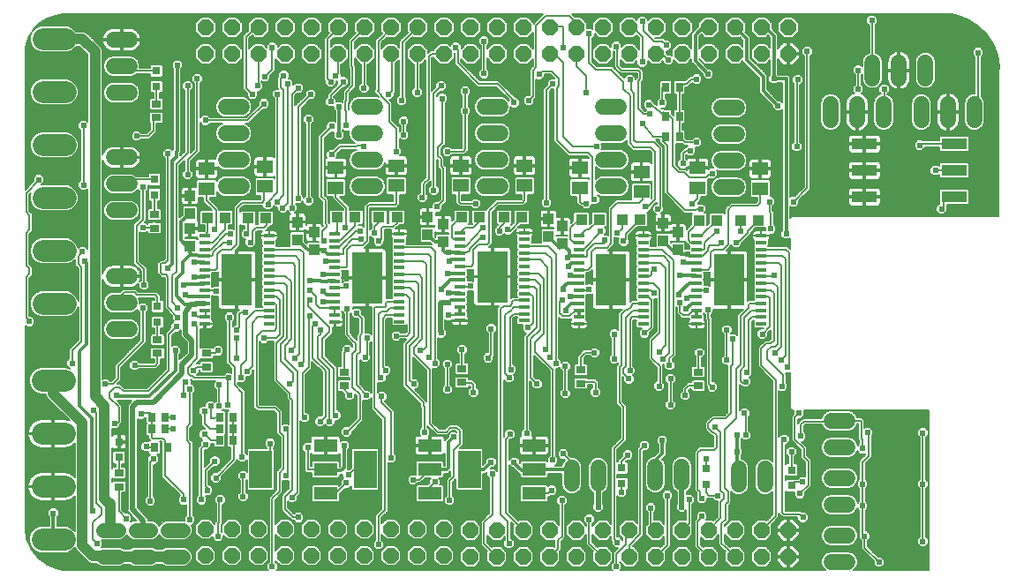
<source format=gtl>
G75*
G70*
%OFA0B0*%
%FSLAX24Y24*%
%IPPOS*%
%LPD*%
%AMOC8*
5,1,8,0,0,1.08239X$1,22.5*
%
%ADD10OC8,0.0600*%
%ADD11C,0.0600*%
%ADD12R,0.0394X0.0138*%
%ADD13R,0.1181X0.1969*%
%ADD14R,0.0433X0.0394*%
%ADD15R,0.0591X0.0512*%
%ADD16R,0.0315X0.0315*%
%ADD17R,0.0880X0.0480*%
%ADD18R,0.0866X0.1417*%
%ADD19R,0.0354X0.0276*%
%ADD20R,0.0276X0.0354*%
%ADD21C,0.0560*%
%ADD22R,0.0961X0.0445*%
%ADD23R,0.0394X0.0433*%
%ADD24C,0.0825*%
%ADD25C,0.0060*%
%ADD26C,0.0238*%
%ADD27C,0.0118*%
%ADD28C,0.0197*%
%ADD29C,0.0394*%
%ADD30C,0.0356*%
D10*
X009848Y002526D03*
X010848Y002526D03*
X011848Y002526D03*
X012848Y002526D03*
X013848Y002526D03*
X014848Y002526D03*
X015848Y002526D03*
X016848Y002526D03*
X017848Y002526D03*
X018848Y002526D03*
X019848Y002486D03*
X020848Y002486D03*
X021848Y002486D03*
X022848Y002486D03*
X023848Y002486D03*
X024848Y002486D03*
X025848Y002486D03*
X026848Y002486D03*
X027848Y002486D03*
X028848Y002486D03*
X029848Y002486D03*
X030848Y002486D03*
X031848Y002486D03*
X031848Y003486D03*
X030848Y003486D03*
X029848Y003486D03*
X028848Y003486D03*
X027848Y003486D03*
X026848Y003486D03*
X025848Y003486D03*
X024848Y003486D03*
X023848Y003486D03*
X022848Y003486D03*
X021848Y003486D03*
X020848Y003486D03*
X019848Y003486D03*
X018848Y003526D03*
X017848Y003526D03*
X016848Y003526D03*
X015848Y003526D03*
X014848Y003526D03*
X013848Y003526D03*
X012848Y003526D03*
X011848Y003526D03*
X010848Y003526D03*
X009848Y003526D03*
X009852Y021486D03*
X010852Y021486D03*
X011852Y021486D03*
X012852Y021486D03*
X013852Y021486D03*
X014852Y021486D03*
X015852Y021486D03*
X016852Y021486D03*
X017852Y021486D03*
X018852Y021486D03*
X019852Y021486D03*
X020852Y021486D03*
X021852Y021486D03*
X022852Y021486D03*
X023852Y021486D03*
X024852Y021486D03*
X025852Y021486D03*
X026852Y021486D03*
X027852Y021486D03*
X028852Y021486D03*
X029852Y021486D03*
X030852Y021486D03*
X031852Y021486D03*
X031852Y022486D03*
X030852Y022486D03*
X029852Y022486D03*
X028852Y022486D03*
X027852Y022486D03*
X026852Y022486D03*
X025852Y022486D03*
X024852Y022486D03*
X023852Y022486D03*
X022852Y022486D03*
X021852Y022486D03*
X020852Y022486D03*
X019852Y022486D03*
X018852Y022486D03*
X017852Y022486D03*
X016852Y022486D03*
X015852Y022486D03*
X014852Y022486D03*
X013852Y022486D03*
X012852Y022486D03*
X011852Y022486D03*
X010852Y022486D03*
X009852Y022486D03*
D11*
X006979Y022018D02*
X006379Y022018D01*
X006379Y021018D02*
X006979Y021018D01*
X006979Y020018D02*
X006379Y020018D01*
X006379Y017569D02*
X006979Y017569D01*
X006979Y016569D02*
X006379Y016569D01*
X006379Y015569D02*
X006979Y015569D01*
X010615Y016486D02*
X011215Y016486D01*
X011215Y017486D02*
X010615Y017486D01*
X010615Y018486D02*
X011215Y018486D01*
X011215Y019486D02*
X010615Y019486D01*
X015654Y019486D02*
X016254Y019486D01*
X016254Y018486D02*
X015654Y018486D01*
X015654Y017486D02*
X016254Y017486D01*
X016254Y016486D02*
X015654Y016486D01*
X020379Y016486D02*
X020979Y016486D01*
X020979Y017486D02*
X020379Y017486D01*
X020379Y018486D02*
X020979Y018486D01*
X020979Y019486D02*
X020379Y019486D01*
X024867Y019486D02*
X025467Y019486D01*
X025467Y018486D02*
X024867Y018486D01*
X024867Y017486D02*
X025467Y017486D01*
X025467Y016486D02*
X024867Y016486D01*
X029316Y016447D02*
X029916Y016447D01*
X029916Y017447D02*
X029316Y017447D01*
X029316Y018447D02*
X029916Y018447D01*
X029916Y019447D02*
X029316Y019447D01*
X033458Y019585D02*
X033458Y018985D01*
X034458Y018985D02*
X034458Y019585D01*
X035458Y019585D02*
X035458Y018985D01*
X036883Y018985D02*
X036883Y019585D01*
X037033Y020560D02*
X037033Y021160D01*
X036033Y021160D02*
X036033Y020560D01*
X035033Y020560D02*
X035033Y021160D01*
X037883Y019585D02*
X037883Y018985D01*
X038883Y018985D02*
X038883Y019585D01*
X034089Y007620D02*
X033489Y007620D01*
X033489Y006620D02*
X034089Y006620D01*
X034089Y005455D02*
X033489Y005455D01*
X033489Y004455D02*
X034089Y004455D01*
X034089Y003289D02*
X033489Y003289D01*
X033489Y002289D02*
X034089Y002289D01*
X030982Y005206D02*
X030982Y005806D01*
X029982Y005806D02*
X029982Y005206D01*
X027832Y005285D02*
X027832Y005885D01*
X026832Y005885D02*
X026832Y005285D01*
X024683Y005245D02*
X024683Y005845D01*
X023683Y005845D02*
X023683Y005245D01*
X006979Y011081D02*
X006379Y011081D01*
X006379Y012081D02*
X006979Y012081D01*
X006979Y013081D02*
X006379Y013081D01*
D12*
X009818Y013075D03*
X009818Y013331D03*
X009818Y013587D03*
X009818Y013842D03*
X009818Y014098D03*
X009818Y014354D03*
X009818Y014610D03*
X012249Y014610D03*
X012249Y014354D03*
X012249Y014098D03*
X012249Y013842D03*
X012249Y013587D03*
X012249Y013331D03*
X012249Y013075D03*
X012249Y012819D03*
X012249Y012563D03*
X012249Y012307D03*
X012249Y012051D03*
X012249Y011795D03*
X012249Y011539D03*
X012249Y011283D03*
X009818Y011283D03*
X009818Y011539D03*
X009818Y011795D03*
X009818Y012051D03*
X009818Y012307D03*
X009818Y012563D03*
X009818Y012819D03*
X014739Y012898D03*
X014739Y013153D03*
X014739Y013409D03*
X014739Y013665D03*
X014739Y013921D03*
X014739Y014177D03*
X014739Y014433D03*
X014739Y014689D03*
X017170Y014689D03*
X017170Y014433D03*
X017170Y014177D03*
X017170Y013921D03*
X017170Y013665D03*
X017170Y013409D03*
X017170Y013153D03*
X017170Y012898D03*
X017170Y012642D03*
X017170Y012386D03*
X017170Y012130D03*
X017170Y011874D03*
X017170Y011618D03*
X017170Y011362D03*
X019463Y011401D03*
X019463Y011657D03*
X019463Y011913D03*
X019463Y012169D03*
X019463Y012425D03*
X019463Y012681D03*
X019463Y012937D03*
X019463Y013193D03*
X019463Y013449D03*
X019463Y013705D03*
X019463Y013961D03*
X019463Y014216D03*
X019463Y014472D03*
X019463Y014728D03*
X021894Y014728D03*
X021894Y014472D03*
X021894Y014216D03*
X021894Y013961D03*
X021894Y013705D03*
X021894Y013449D03*
X021894Y013193D03*
X021894Y012937D03*
X021894Y012681D03*
X021894Y012425D03*
X021894Y012169D03*
X021894Y011913D03*
X021894Y011657D03*
X021894Y011401D03*
X023951Y011283D03*
X023951Y011539D03*
X023951Y011795D03*
X023951Y012051D03*
X023951Y012307D03*
X023951Y012563D03*
X023951Y012819D03*
X023951Y013075D03*
X023951Y013331D03*
X023951Y013587D03*
X023951Y013842D03*
X023951Y014098D03*
X023951Y014354D03*
X023951Y014610D03*
X026382Y014610D03*
X026382Y014354D03*
X026382Y014098D03*
X026382Y013842D03*
X026382Y013587D03*
X026382Y013331D03*
X026382Y013075D03*
X026382Y012819D03*
X026382Y012563D03*
X026382Y012307D03*
X026382Y012051D03*
X026382Y011795D03*
X026382Y011539D03*
X026382Y011283D03*
X028400Y011283D03*
X028400Y011539D03*
X028400Y011795D03*
X028400Y012051D03*
X028400Y012307D03*
X028400Y012563D03*
X028400Y012819D03*
X028400Y013075D03*
X028400Y013331D03*
X028400Y013587D03*
X028400Y013842D03*
X028400Y014098D03*
X028400Y014354D03*
X028400Y014610D03*
X030831Y014610D03*
X030831Y014354D03*
X030831Y014098D03*
X030831Y013842D03*
X030831Y013587D03*
X030831Y013331D03*
X030831Y013075D03*
X030831Y012819D03*
X030831Y012563D03*
X030831Y012307D03*
X030831Y012051D03*
X030831Y011795D03*
X030831Y011539D03*
X030831Y011283D03*
X014739Y011362D03*
X014739Y011618D03*
X014739Y011874D03*
X014739Y012130D03*
X014739Y012386D03*
X014739Y012642D03*
D13*
X015954Y013026D03*
X020679Y013065D03*
X025167Y012947D03*
X029616Y012947D03*
X011033Y012947D03*
D14*
X011446Y015270D03*
X012116Y015270D03*
X010600Y015289D03*
X009931Y015289D03*
X014832Y015309D03*
X015502Y015309D03*
X016407Y015309D03*
X017076Y015309D03*
X019517Y015309D03*
X020187Y015309D03*
X021131Y015309D03*
X021801Y015309D03*
X024045Y015230D03*
X024714Y015230D03*
X025580Y015230D03*
X026250Y015230D03*
X028494Y015191D03*
X029163Y015191D03*
X030069Y015191D03*
X030738Y015191D03*
D15*
X030797Y016392D03*
X030797Y017140D03*
X028435Y017179D03*
X028435Y016431D03*
X026309Y016274D03*
X026309Y017022D03*
X023986Y017179D03*
X023986Y016431D03*
X021899Y016510D03*
X021899Y017258D03*
X019498Y017258D03*
X019498Y016510D03*
X017057Y016510D03*
X017057Y017258D03*
X014773Y017179D03*
X014773Y016431D03*
X012096Y016470D03*
X012096Y017218D03*
X009891Y017140D03*
X009891Y016392D03*
D16*
X007923Y016155D03*
X007923Y016746D03*
X008002Y020250D03*
X008002Y020840D03*
X008041Y011943D03*
X008041Y011352D03*
X006584Y006825D03*
X006584Y006234D03*
X025561Y005840D03*
X025561Y005250D03*
X028750Y005211D03*
X028750Y005801D03*
X031978Y005762D03*
X031978Y005171D03*
D17*
X022253Y004872D03*
X022253Y005781D03*
X022253Y006691D03*
X018316Y006691D03*
X018316Y005781D03*
X018316Y004872D03*
X014379Y004872D03*
X014379Y005781D03*
X014379Y006691D03*
D18*
X015876Y005781D03*
X011939Y005781D03*
X019813Y005781D03*
D19*
X015088Y008951D03*
X015088Y009463D03*
X019537Y009581D03*
X019537Y009069D03*
X024025Y009029D03*
X024025Y009541D03*
X028474Y009463D03*
X028474Y008951D03*
X009891Y009659D03*
X009891Y010171D03*
X008041Y010171D03*
X008041Y010683D03*
X007923Y014896D03*
X007923Y015407D03*
X008002Y019069D03*
X008002Y019581D03*
X006584Y005644D03*
X006584Y005132D03*
D20*
X007915Y006612D03*
X008427Y006612D03*
X008336Y007301D03*
X007824Y007301D03*
X007828Y007754D03*
X008340Y007754D03*
X010383Y007750D03*
X010383Y007317D03*
X010380Y006880D03*
X010891Y006880D03*
X010895Y007317D03*
X010895Y007750D03*
X027234Y018360D03*
X027746Y018360D03*
X027746Y019128D03*
X027234Y019128D03*
X027234Y020230D03*
X027746Y020230D03*
D21*
X008990Y003486D02*
X008430Y003486D01*
X007770Y003486D02*
X007210Y003486D01*
X006549Y003486D02*
X005989Y003486D01*
X005989Y002486D02*
X006549Y002486D01*
X007210Y002486D02*
X007770Y002486D01*
X008430Y002486D02*
X008990Y002486D01*
D22*
X034734Y016081D03*
X034734Y017081D03*
X034734Y018081D03*
X038120Y018081D03*
X038120Y017081D03*
X038120Y016081D03*
D23*
X027687Y014738D03*
X027135Y014423D03*
X027687Y014069D03*
X027135Y015092D03*
X023317Y014974D03*
X022805Y015250D03*
X022805Y014581D03*
X023317Y014305D03*
X018828Y014384D03*
X018238Y014659D03*
X018828Y015053D03*
X018238Y015329D03*
X013946Y014738D03*
X013317Y014463D03*
X013946Y014069D03*
X013317Y015132D03*
X009261Y014896D03*
X009261Y015447D03*
X009261Y016116D03*
X009261Y014226D03*
D24*
X004548Y014041D02*
X003723Y014041D01*
X003723Y016041D02*
X004548Y016041D01*
X004548Y018041D02*
X003723Y018041D01*
X003723Y020041D02*
X004548Y020041D01*
X004548Y022041D02*
X003723Y022041D01*
X003723Y012041D02*
X004548Y012041D01*
X004509Y009136D02*
X003684Y009136D01*
X003684Y007136D02*
X004509Y007136D01*
X004509Y005136D02*
X003684Y005136D01*
X003684Y003136D02*
X004509Y003136D01*
D25*
X005103Y002605D02*
X003405Y002605D01*
X003452Y002547D02*
X005161Y002547D01*
X005220Y002488D02*
X003498Y002488D01*
X003545Y002430D02*
X005278Y002430D01*
X005337Y002371D02*
X003622Y002371D01*
X003550Y002424D02*
X003897Y002168D01*
X004299Y002011D01*
X004508Y001974D01*
X012222Y001974D01*
X012163Y002033D01*
X012163Y002207D01*
X012252Y002296D01*
X012252Y004629D01*
X012252Y004729D01*
X012527Y005004D01*
X012527Y005614D01*
X012527Y005713D01*
X012685Y005870D01*
X012685Y006992D01*
X012598Y007079D01*
X012527Y007149D01*
X012527Y007897D01*
X012440Y007984D01*
X011910Y007984D01*
X011810Y007984D01*
X011661Y008133D01*
X011661Y008233D01*
X011661Y009547D01*
X011636Y009522D01*
X011636Y009396D01*
X011513Y009273D01*
X011400Y009273D01*
X011400Y009159D01*
X011277Y009037D01*
X011104Y009037D01*
X011074Y009067D01*
X011074Y009020D01*
X011350Y008744D01*
X011350Y008645D01*
X011350Y006429D01*
X011416Y006363D01*
X011416Y006527D01*
X011469Y006580D01*
X012173Y006580D01*
X012173Y006590D01*
X012084Y006679D01*
X012084Y006852D01*
X012206Y006975D01*
X012379Y006975D01*
X012502Y006852D01*
X012502Y006679D01*
X012413Y006590D01*
X012413Y006576D01*
X012462Y006527D01*
X012462Y005035D01*
X012409Y004983D01*
X011469Y004983D01*
X011416Y005035D01*
X011416Y005396D01*
X011389Y005370D01*
X011389Y004933D01*
X011478Y004844D01*
X011478Y004671D01*
X011356Y004549D01*
X011183Y004549D01*
X011060Y004671D01*
X011060Y004844D01*
X011149Y004933D01*
X011149Y005370D01*
X011060Y005459D01*
X011060Y005632D01*
X011183Y005754D01*
X011356Y005754D01*
X011416Y005694D01*
X011416Y006144D01*
X011316Y006045D01*
X011143Y006045D01*
X011035Y006153D01*
X011035Y006086D01*
X010965Y006016D01*
X010455Y005506D01*
X010455Y005380D01*
X010332Y005257D01*
X010159Y005257D01*
X010037Y005380D01*
X010037Y005553D01*
X010159Y005675D01*
X010285Y005675D01*
X010795Y006185D01*
X010795Y006613D01*
X010716Y006613D01*
X010664Y006665D01*
X010664Y007094D01*
X010670Y007100D01*
X010667Y007102D01*
X010667Y007531D01*
X010670Y007533D01*
X010667Y007535D01*
X010667Y007964D01*
X010716Y008013D01*
X010592Y008013D01*
X010541Y008065D01*
X010493Y008017D01*
X010559Y008017D01*
X010611Y007964D01*
X010611Y007535D01*
X010609Y007533D01*
X010611Y007531D01*
X010611Y007102D01*
X010605Y007096D01*
X010607Y007094D01*
X010607Y006665D01*
X010555Y006613D01*
X010204Y006613D01*
X010152Y006665D01*
X010152Y006760D01*
X010102Y006760D01*
X010061Y006760D01*
X010061Y006640D01*
X009939Y006517D01*
X009814Y006517D01*
X009814Y005874D01*
X009997Y006057D01*
X009997Y006183D01*
X010120Y006305D01*
X010293Y006305D01*
X010415Y006183D01*
X010415Y006010D01*
X010293Y005887D01*
X010167Y005887D01*
X009972Y005692D01*
X009972Y005203D01*
X010017Y005203D01*
X010140Y005081D01*
X010140Y004907D01*
X010017Y004785D01*
X009845Y004785D01*
X009904Y004726D01*
X009904Y004553D01*
X009781Y004431D01*
X009608Y004431D01*
X009485Y004553D01*
X009485Y004726D01*
X009574Y004815D01*
X009574Y006519D01*
X009574Y006619D01*
X009643Y006687D01*
X009643Y006813D01*
X009741Y006911D01*
X009726Y006911D01*
X009604Y007033D01*
X009604Y007207D01*
X009726Y007329D01*
X009828Y007329D01*
X009763Y007394D01*
X009693Y007464D01*
X009693Y007810D01*
X009604Y007900D01*
X009604Y008073D01*
X009726Y008195D01*
X009840Y008195D01*
X009840Y008270D01*
X009962Y008392D01*
X010135Y008392D01*
X010206Y008321D01*
X010244Y008359D01*
X010244Y008795D01*
X010155Y008884D01*
X010155Y009057D01*
X010224Y009126D01*
X009469Y009126D01*
X009369Y009126D01*
X009314Y009182D01*
X009306Y009182D01*
X009313Y009175D01*
X009313Y009022D01*
X009348Y009022D01*
X009470Y008899D01*
X009470Y008726D01*
X009381Y008637D01*
X009381Y007464D01*
X009311Y007394D01*
X009263Y007346D01*
X009263Y006933D01*
X009381Y006815D01*
X009381Y006716D01*
X009381Y004067D01*
X009470Y003978D01*
X009470Y003805D01*
X009348Y003683D01*
X009309Y003683D01*
X009360Y003560D01*
X009360Y003413D01*
X009304Y003277D01*
X009200Y003172D01*
X009064Y003116D01*
X008357Y003116D01*
X008221Y003172D01*
X008117Y003277D01*
X008100Y003317D01*
X008083Y003277D01*
X007979Y003172D01*
X007843Y003116D01*
X007136Y003116D01*
X007000Y003172D01*
X006896Y003277D01*
X006879Y003317D01*
X006863Y003277D01*
X006759Y003172D01*
X006623Y003116D01*
X005923Y003116D01*
X005966Y003073D01*
X005966Y002900D01*
X005923Y002856D01*
X006623Y002856D01*
X006759Y002800D01*
X006786Y002773D01*
X006973Y002773D01*
X007000Y002800D01*
X007136Y002856D01*
X007843Y002856D01*
X007979Y002800D01*
X008006Y002773D01*
X008194Y002773D01*
X008221Y002800D01*
X008357Y002856D01*
X009064Y002856D01*
X009200Y002800D01*
X009304Y002696D01*
X009360Y002560D01*
X009360Y002413D01*
X009304Y002277D01*
X009200Y002172D01*
X009064Y002116D01*
X008357Y002116D01*
X008221Y002172D01*
X008194Y002199D01*
X008006Y002199D01*
X007979Y002172D01*
X007843Y002116D01*
X007136Y002116D01*
X007000Y002172D01*
X006973Y002199D01*
X006786Y002199D01*
X006759Y002172D01*
X006623Y002116D01*
X005916Y002116D01*
X005780Y002172D01*
X005725Y002227D01*
X005657Y002227D01*
X005543Y002227D01*
X005437Y002271D01*
X005044Y002664D01*
X004683Y002664D01*
X004609Y002633D02*
X004793Y002710D01*
X004924Y002840D01*
X004923Y002840D01*
X004924Y002840D02*
X004963Y002745D01*
X005044Y002664D01*
X004985Y002723D02*
X004806Y002723D01*
X004865Y002781D02*
X004948Y002781D01*
X004609Y002633D02*
X003584Y002633D01*
X003399Y002710D01*
X003258Y002851D01*
X003181Y003036D01*
X003181Y003236D01*
X003258Y003420D01*
X003399Y003562D01*
X003584Y003638D01*
X003955Y003638D01*
X003955Y003981D01*
X003895Y004041D01*
X003895Y004214D01*
X004017Y004337D01*
X004191Y004337D01*
X004313Y004214D01*
X004313Y004041D01*
X004253Y003981D01*
X004253Y003638D01*
X004609Y003638D01*
X004793Y003562D01*
X004919Y003435D01*
X004919Y004779D01*
X004862Y004722D01*
X004793Y004672D01*
X004717Y004633D01*
X004636Y004607D01*
X004551Y004593D01*
X004126Y004593D01*
X004126Y005106D01*
X004066Y005106D01*
X003141Y005106D01*
X003141Y005093D01*
X003154Y005009D01*
X003181Y004927D01*
X003220Y004851D01*
X003270Y004782D01*
X003330Y004722D01*
X003399Y004672D01*
X003475Y004633D01*
X003556Y004607D01*
X003641Y004593D01*
X004066Y004593D01*
X004066Y005106D01*
X004066Y005166D01*
X004066Y005678D01*
X003641Y005678D01*
X003556Y005665D01*
X003475Y005639D01*
X003399Y005600D01*
X003330Y005550D01*
X003270Y005489D01*
X003220Y005420D01*
X003181Y005344D01*
X003154Y005263D01*
X003141Y005178D01*
X003141Y005166D01*
X004066Y005166D01*
X004126Y005166D01*
X004126Y005678D01*
X004551Y005678D01*
X004636Y005665D01*
X004717Y005639D01*
X004793Y005600D01*
X004862Y005550D01*
X004919Y005492D01*
X004919Y006779D01*
X004862Y006722D01*
X004793Y006672D01*
X004717Y006633D01*
X004636Y006607D01*
X004551Y006593D01*
X004126Y006593D01*
X004126Y007106D01*
X004066Y007106D01*
X003141Y007106D01*
X003141Y007093D01*
X003154Y007009D01*
X003181Y006927D01*
X003220Y006851D01*
X003270Y006782D01*
X003330Y006722D01*
X003399Y006672D01*
X003475Y006633D01*
X003556Y006607D01*
X003641Y006593D01*
X004066Y006593D01*
X004066Y007106D01*
X004066Y007166D01*
X004066Y007678D01*
X003641Y007678D01*
X003556Y007665D01*
X003475Y007639D01*
X003399Y007600D01*
X003330Y007550D01*
X003270Y007489D01*
X003220Y007420D01*
X003181Y007344D01*
X003154Y007263D01*
X003141Y007178D01*
X003141Y007166D01*
X004066Y007166D01*
X004126Y007166D01*
X004126Y007678D01*
X004551Y007678D01*
X004636Y007665D01*
X004714Y007639D01*
X003941Y008412D01*
X003861Y008493D01*
X003817Y008598D01*
X003817Y008633D01*
X003584Y008633D01*
X003399Y008710D01*
X003258Y008851D01*
X003181Y009036D01*
X003181Y009236D01*
X003258Y009420D01*
X003399Y009562D01*
X003584Y009638D01*
X004609Y009638D01*
X004724Y009591D01*
X004604Y009711D01*
X004604Y009884D01*
X004693Y009973D01*
X004693Y010220D01*
X004693Y010319D01*
X005047Y010674D01*
X005047Y011933D01*
X004974Y011757D01*
X004833Y011615D01*
X004648Y011539D01*
X003623Y011539D01*
X003438Y011615D01*
X003297Y011757D01*
X003220Y011941D01*
X003220Y012141D01*
X003297Y012326D01*
X003438Y012467D01*
X003623Y012544D01*
X004648Y012544D01*
X004833Y012467D01*
X004974Y012326D01*
X005047Y012150D01*
X005047Y013369D01*
X004929Y013488D01*
X004929Y013587D01*
X004929Y013711D01*
X004833Y013615D01*
X004648Y013539D01*
X003623Y013539D01*
X003438Y013615D01*
X003297Y013757D01*
X003220Y013941D01*
X003220Y014141D01*
X003297Y014326D01*
X003438Y014467D01*
X003623Y014544D01*
X004648Y014544D01*
X004833Y014467D01*
X004974Y014326D01*
X005048Y014147D01*
X005120Y014219D01*
X005293Y014219D01*
X005392Y014120D01*
X005392Y014386D01*
X005392Y014858D01*
X005392Y016380D01*
X005332Y016320D01*
X005159Y016320D01*
X005037Y016443D01*
X005037Y016616D01*
X005126Y016705D01*
X005126Y018598D01*
X005037Y018687D01*
X005037Y018860D01*
X005159Y018983D01*
X005332Y018983D01*
X005392Y018923D01*
X005392Y021450D01*
X005087Y021754D01*
X004972Y021754D01*
X004833Y021615D01*
X004648Y021539D01*
X003623Y021539D01*
X003438Y021615D01*
X003297Y021757D01*
X003220Y021941D01*
X003220Y022141D01*
X003280Y022286D01*
X003163Y022082D01*
X003065Y021718D01*
X003053Y021529D01*
X003053Y016362D01*
X003344Y016677D01*
X003344Y016813D01*
X003466Y016935D01*
X003639Y016935D01*
X003762Y016813D01*
X003762Y016640D01*
X003666Y016544D01*
X004648Y016544D01*
X004833Y016467D01*
X004974Y016326D01*
X005050Y016141D01*
X005050Y015941D01*
X004974Y015757D01*
X004833Y015615D01*
X004648Y015539D01*
X003623Y015539D01*
X003438Y015615D01*
X003297Y015757D01*
X003220Y015941D01*
X003220Y016141D01*
X003257Y016229D01*
X003200Y016168D01*
X003200Y015556D01*
X003318Y015437D01*
X003318Y015338D01*
X003318Y014787D01*
X003248Y014717D01*
X003200Y014669D01*
X003200Y013548D01*
X003318Y013430D01*
X003318Y013330D01*
X003318Y013133D01*
X003248Y013063D01*
X003200Y013015D01*
X003200Y011581D01*
X003285Y011581D01*
X003407Y011459D01*
X003407Y011285D01*
X003285Y011163D01*
X003112Y011163D01*
X003053Y011222D01*
X003053Y003858D01*
X003058Y003852D01*
X003053Y003806D01*
X003053Y003759D01*
X003050Y003756D01*
X003042Y003583D01*
X003107Y003156D01*
X003280Y002761D01*
X003550Y002424D01*
X003701Y002313D02*
X005395Y002313D01*
X005477Y002254D02*
X003781Y002254D01*
X003860Y002196D02*
X005756Y002196D01*
X005865Y002137D02*
X003977Y002137D01*
X004127Y002079D02*
X012163Y002079D01*
X012163Y002137D02*
X012011Y002137D01*
X012010Y002136D02*
X012238Y002364D01*
X012238Y002687D01*
X012010Y002915D01*
X011686Y002915D01*
X011458Y002687D01*
X011458Y002364D01*
X011686Y002136D01*
X012010Y002136D01*
X012070Y002196D02*
X012163Y002196D01*
X012128Y002254D02*
X012210Y002254D01*
X012187Y002313D02*
X012252Y002313D01*
X012252Y002371D02*
X012238Y002371D01*
X012238Y002430D02*
X012252Y002430D01*
X012252Y002488D02*
X012238Y002488D01*
X012238Y002547D02*
X012252Y002547D01*
X012252Y002605D02*
X012238Y002605D01*
X012238Y002664D02*
X012252Y002664D01*
X012252Y002723D02*
X012202Y002723D01*
X012252Y002781D02*
X012144Y002781D01*
X012085Y002840D02*
X012252Y002840D01*
X012252Y002898D02*
X012027Y002898D01*
X012252Y002957D02*
X005966Y002957D01*
X005966Y003015D02*
X012252Y003015D01*
X012252Y003074D02*
X010432Y003074D01*
X010411Y003053D02*
X010533Y003175D01*
X010533Y003289D01*
X010686Y003136D01*
X011010Y003136D01*
X011238Y003364D01*
X011238Y003687D01*
X011010Y003915D01*
X010686Y003915D01*
X010458Y003687D01*
X010458Y003424D01*
X010444Y003437D01*
X010444Y003684D01*
X010484Y003724D01*
X010484Y004431D01*
X010490Y004431D01*
X010612Y004553D01*
X010612Y004726D01*
X010490Y004849D01*
X010317Y004849D01*
X010194Y004726D01*
X010194Y004553D01*
X010244Y004503D01*
X010244Y003823D01*
X010204Y003784D01*
X010204Y003721D01*
X010010Y003915D01*
X009686Y003915D01*
X009458Y003687D01*
X009458Y003364D01*
X009686Y003136D01*
X010010Y003136D01*
X010115Y003241D01*
X010115Y003175D01*
X010238Y003053D01*
X010411Y003053D01*
X010491Y003132D02*
X012252Y003132D01*
X012252Y003191D02*
X012065Y003191D01*
X012010Y003136D02*
X012238Y003364D01*
X012238Y003687D01*
X012010Y003915D01*
X011686Y003915D01*
X011458Y003687D01*
X011458Y003364D01*
X011686Y003136D01*
X012010Y003136D01*
X012123Y003249D02*
X012252Y003249D01*
X012252Y003308D02*
X012182Y003308D01*
X012238Y003367D02*
X012252Y003367D01*
X012252Y003425D02*
X012238Y003425D01*
X012238Y003484D02*
X012252Y003484D01*
X012252Y003542D02*
X012238Y003542D01*
X012238Y003601D02*
X012252Y003601D01*
X012252Y003659D02*
X012238Y003659D01*
X012252Y003718D02*
X012207Y003718D01*
X012252Y003776D02*
X012149Y003776D01*
X012090Y003835D02*
X012252Y003835D01*
X012252Y003893D02*
X012032Y003893D01*
X012252Y003952D02*
X010484Y003952D01*
X010484Y004011D02*
X012252Y004011D01*
X012252Y004069D02*
X010484Y004069D01*
X010484Y004128D02*
X012252Y004128D01*
X012252Y004186D02*
X010484Y004186D01*
X010484Y004245D02*
X012252Y004245D01*
X012252Y004303D02*
X010484Y004303D01*
X010484Y004362D02*
X012252Y004362D01*
X012252Y004420D02*
X010484Y004420D01*
X010538Y004479D02*
X012252Y004479D01*
X012252Y004537D02*
X010596Y004537D01*
X010612Y004596D02*
X011135Y004596D01*
X011077Y004654D02*
X010612Y004654D01*
X010612Y004713D02*
X011060Y004713D01*
X011060Y004772D02*
X010567Y004772D01*
X010508Y004830D02*
X011060Y004830D01*
X011105Y004889D02*
X010121Y004889D01*
X010140Y004947D02*
X011149Y004947D01*
X011149Y005006D02*
X010140Y005006D01*
X010140Y005064D02*
X011149Y005064D01*
X011149Y005123D02*
X010097Y005123D01*
X010039Y005181D02*
X011149Y005181D01*
X011149Y005240D02*
X009972Y005240D01*
X009972Y005298D02*
X010118Y005298D01*
X010059Y005357D02*
X009972Y005357D01*
X009972Y005416D02*
X010037Y005416D01*
X010037Y005474D02*
X009972Y005474D01*
X009972Y005533D02*
X010037Y005533D01*
X010075Y005591D02*
X009972Y005591D01*
X009972Y005650D02*
X010133Y005650D01*
X010046Y005767D02*
X010376Y005767D01*
X010318Y005708D02*
X009988Y005708D01*
X009852Y005742D02*
X010206Y006096D01*
X010348Y005942D02*
X010552Y005942D01*
X010493Y005884D02*
X010164Y005884D01*
X010105Y005825D02*
X010435Y005825D01*
X010407Y006001D02*
X010611Y006001D01*
X010669Y006060D02*
X010415Y006060D01*
X010415Y006118D02*
X010728Y006118D01*
X010786Y006177D02*
X010415Y006177D01*
X010363Y006235D02*
X010795Y006235D01*
X010795Y006294D02*
X010305Y006294D01*
X010108Y006294D02*
X009814Y006294D01*
X009814Y006352D02*
X010795Y006352D01*
X010795Y006411D02*
X009814Y006411D01*
X009814Y006469D02*
X010795Y006469D01*
X010795Y006528D02*
X009949Y006528D01*
X010008Y006586D02*
X010795Y006586D01*
X010684Y006645D02*
X010587Y006645D01*
X010607Y006704D02*
X010664Y006704D01*
X010664Y006762D02*
X010607Y006762D01*
X010607Y006821D02*
X010664Y006821D01*
X010664Y006879D02*
X010607Y006879D01*
X010607Y006938D02*
X010664Y006938D01*
X010664Y006996D02*
X010607Y006996D01*
X010607Y007055D02*
X010664Y007055D01*
X010667Y007113D02*
X010611Y007113D01*
X010611Y007172D02*
X010667Y007172D01*
X010667Y007230D02*
X010611Y007230D01*
X010611Y007289D02*
X010667Y007289D01*
X010667Y007347D02*
X010611Y007347D01*
X010611Y007406D02*
X010667Y007406D01*
X010667Y007465D02*
X010611Y007465D01*
X010611Y007523D02*
X010667Y007523D01*
X010667Y007582D02*
X010611Y007582D01*
X010611Y007640D02*
X010667Y007640D01*
X010667Y007699D02*
X010611Y007699D01*
X010611Y007757D02*
X010667Y007757D01*
X010667Y007816D02*
X010611Y007816D01*
X010611Y007874D02*
X010667Y007874D01*
X010667Y007933D02*
X010611Y007933D01*
X010584Y007991D02*
X010695Y007991D01*
X010555Y008050D02*
X010526Y008050D01*
X010364Y008183D02*
X010364Y008970D01*
X010227Y008811D02*
X009470Y008811D01*
X009470Y008753D02*
X010244Y008753D01*
X010244Y008694D02*
X009438Y008694D01*
X009381Y008635D02*
X010244Y008635D01*
X010244Y008577D02*
X009381Y008577D01*
X009381Y008518D02*
X010244Y008518D01*
X010244Y008460D02*
X009381Y008460D01*
X009381Y008401D02*
X010244Y008401D01*
X010228Y008343D02*
X010185Y008343D01*
X010049Y008183D02*
X010049Y007730D01*
X010383Y007750D01*
X010009Y007317D02*
X009813Y007514D01*
X009813Y007986D01*
X009604Y007991D02*
X009381Y007991D01*
X009381Y007933D02*
X009604Y007933D01*
X009629Y007874D02*
X009381Y007874D01*
X009381Y007816D02*
X009687Y007816D01*
X009693Y007757D02*
X009381Y007757D01*
X009381Y007699D02*
X009693Y007699D01*
X009693Y007640D02*
X009381Y007640D01*
X009381Y007582D02*
X009693Y007582D01*
X009693Y007523D02*
X009381Y007523D01*
X009381Y007465D02*
X009693Y007465D01*
X009751Y007406D02*
X009323Y007406D01*
X009265Y007347D02*
X009809Y007347D01*
X009686Y007289D02*
X009263Y007289D01*
X009263Y007230D02*
X009627Y007230D01*
X009604Y007172D02*
X009263Y007172D01*
X009263Y007113D02*
X009604Y007113D01*
X009604Y007055D02*
X009263Y007055D01*
X009263Y006996D02*
X009641Y006996D01*
X009699Y006938D02*
X009263Y006938D01*
X009318Y006879D02*
X009709Y006879D01*
X009651Y006821D02*
X009376Y006821D01*
X009381Y006762D02*
X009643Y006762D01*
X009643Y006704D02*
X009381Y006704D01*
X009381Y006645D02*
X009601Y006645D01*
X009574Y006586D02*
X009381Y006586D01*
X009381Y006528D02*
X009574Y006528D01*
X009574Y006469D02*
X009381Y006469D01*
X009381Y006411D02*
X009574Y006411D01*
X009574Y006352D02*
X009381Y006352D01*
X009381Y006294D02*
X009574Y006294D01*
X009574Y006235D02*
X009381Y006235D01*
X009381Y006177D02*
X009574Y006177D01*
X009574Y006118D02*
X009381Y006118D01*
X009381Y006060D02*
X009574Y006060D01*
X009574Y006001D02*
X009381Y006001D01*
X009381Y005942D02*
X009574Y005942D01*
X009574Y005884D02*
X009381Y005884D01*
X009381Y005825D02*
X009574Y005825D01*
X009574Y005767D02*
X009381Y005767D01*
X009381Y005708D02*
X009574Y005708D01*
X009574Y005650D02*
X009381Y005650D01*
X009381Y005591D02*
X009574Y005591D01*
X009574Y005533D02*
X009381Y005533D01*
X009381Y005474D02*
X009574Y005474D01*
X009574Y005416D02*
X009381Y005416D01*
X009381Y005357D02*
X009574Y005357D01*
X009574Y005298D02*
X009381Y005298D01*
X009381Y005240D02*
X009574Y005240D01*
X009574Y005181D02*
X009381Y005181D01*
X009381Y005123D02*
X009574Y005123D01*
X009574Y005064D02*
X009381Y005064D01*
X009381Y005006D02*
X009574Y005006D01*
X009574Y004947D02*
X009381Y004947D01*
X009381Y004889D02*
X009574Y004889D01*
X009574Y004830D02*
X009381Y004830D01*
X009381Y004772D02*
X009531Y004772D01*
X009485Y004713D02*
X009381Y004713D01*
X009381Y004654D02*
X009485Y004654D01*
X009485Y004596D02*
X009381Y004596D01*
X009381Y004537D02*
X009501Y004537D01*
X009560Y004479D02*
X009381Y004479D01*
X009381Y004420D02*
X010244Y004420D01*
X010244Y004362D02*
X009381Y004362D01*
X009381Y004303D02*
X010244Y004303D01*
X010244Y004245D02*
X009381Y004245D01*
X009381Y004186D02*
X010244Y004186D01*
X010244Y004128D02*
X009381Y004128D01*
X009381Y004069D02*
X010244Y004069D01*
X010244Y004011D02*
X009438Y004011D01*
X009470Y003952D02*
X010244Y003952D01*
X010244Y003893D02*
X010032Y003893D01*
X010090Y003835D02*
X010244Y003835D01*
X010204Y003776D02*
X010149Y003776D01*
X010324Y003734D02*
X010364Y003774D01*
X010364Y004600D01*
X010403Y004640D01*
X010194Y004654D02*
X009904Y004654D01*
X009904Y004596D02*
X010194Y004596D01*
X010210Y004537D02*
X009888Y004537D01*
X009829Y004479D02*
X010244Y004479D01*
X010194Y004713D02*
X009904Y004713D01*
X009858Y004772D02*
X010239Y004772D01*
X010298Y004830D02*
X010062Y004830D01*
X009931Y004994D02*
X009931Y005073D01*
X009852Y005151D01*
X009852Y005742D01*
X009824Y005884D02*
X009814Y005884D01*
X009814Y005942D02*
X009883Y005942D01*
X009941Y006001D02*
X009814Y006001D01*
X009814Y006060D02*
X009997Y006060D01*
X009997Y006118D02*
X009814Y006118D01*
X009814Y006177D02*
X009997Y006177D01*
X010049Y006235D02*
X009814Y006235D01*
X009694Y006569D02*
X009852Y006726D01*
X010061Y006704D02*
X010152Y006704D01*
X010172Y006645D02*
X010061Y006645D01*
X010053Y006880D02*
X009813Y007120D01*
X010009Y007317D02*
X010383Y007317D01*
X010380Y006880D02*
X010053Y006880D01*
X009694Y006569D02*
X009694Y004640D01*
X009141Y004460D02*
X009141Y004067D01*
X009052Y003978D01*
X009052Y003856D01*
X008357Y003856D01*
X008221Y003800D01*
X008117Y003696D01*
X008100Y003656D01*
X008083Y003696D01*
X007979Y003800D01*
X007843Y003856D01*
X007679Y003856D01*
X007682Y003921D01*
X007678Y003925D01*
X007678Y003930D01*
X007626Y003982D01*
X007284Y004358D01*
X007284Y007699D01*
X007324Y007659D01*
X007498Y007659D01*
X007601Y007762D01*
X007601Y007539D01*
X007611Y007529D01*
X007597Y007516D01*
X007597Y007087D01*
X007649Y007034D01*
X007704Y007034D01*
X007704Y007032D01*
X007704Y006932D01*
X007724Y006913D01*
X007758Y006879D01*
X007740Y006879D01*
X007284Y006879D01*
X007284Y006821D02*
X007485Y006821D01*
X007521Y006857D02*
X007399Y006734D01*
X007399Y006561D01*
X007521Y006439D01*
X007687Y006439D01*
X007687Y006398D01*
X007740Y006345D01*
X007758Y006345D01*
X007674Y006262D01*
X007674Y006136D01*
X007645Y006107D01*
X007645Y006007D01*
X007645Y004776D01*
X007556Y004687D01*
X007556Y004514D01*
X007679Y004391D01*
X007852Y004391D01*
X007974Y004514D01*
X007974Y004687D01*
X007885Y004776D01*
X007885Y005966D01*
X007970Y005966D01*
X008092Y006089D01*
X008092Y006262D01*
X008009Y006345D01*
X008090Y006345D01*
X008143Y006398D01*
X008143Y006827D01*
X008127Y006843D01*
X008188Y006843D01*
X008197Y006834D01*
X008197Y006658D01*
X008197Y006655D01*
X008195Y006654D01*
X008196Y006618D01*
X008193Y006579D01*
X008197Y006575D01*
X008197Y005595D01*
X008197Y005495D01*
X008891Y004801D01*
X008816Y004726D01*
X008816Y004553D01*
X008939Y004431D01*
X009112Y004431D01*
X009141Y004460D01*
X009141Y004420D02*
X007881Y004420D01*
X007940Y004479D02*
X008890Y004479D01*
X008832Y004537D02*
X007974Y004537D01*
X007974Y004596D02*
X008816Y004596D01*
X008816Y004654D02*
X007974Y004654D01*
X007948Y004713D02*
X008816Y004713D01*
X008861Y004772D02*
X007890Y004772D01*
X007885Y004830D02*
X008862Y004830D01*
X008803Y004889D02*
X007885Y004889D01*
X007885Y004947D02*
X008745Y004947D01*
X008686Y005006D02*
X007885Y005006D01*
X007885Y005064D02*
X008628Y005064D01*
X008569Y005123D02*
X007885Y005123D01*
X007885Y005181D02*
X008511Y005181D01*
X008452Y005240D02*
X007885Y005240D01*
X007885Y005298D02*
X008394Y005298D01*
X008335Y005357D02*
X007885Y005357D01*
X007885Y005416D02*
X008276Y005416D01*
X008218Y005474D02*
X007885Y005474D01*
X007885Y005533D02*
X008197Y005533D01*
X008197Y005591D02*
X007885Y005591D01*
X007885Y005650D02*
X008197Y005650D01*
X008197Y005708D02*
X007885Y005708D01*
X007885Y005767D02*
X008197Y005767D01*
X008197Y005825D02*
X007885Y005825D01*
X007885Y005884D02*
X008197Y005884D01*
X008197Y005942D02*
X007885Y005942D01*
X008005Y006001D02*
X008197Y006001D01*
X008197Y006060D02*
X008064Y006060D01*
X008092Y006118D02*
X008197Y006118D01*
X008197Y006177D02*
X008092Y006177D01*
X008092Y006235D02*
X008197Y006235D01*
X008197Y006294D02*
X008060Y006294D01*
X008097Y006352D02*
X008197Y006352D01*
X008197Y006411D02*
X008143Y006411D01*
X008143Y006469D02*
X008197Y006469D01*
X008197Y006528D02*
X008143Y006528D01*
X008143Y006586D02*
X008194Y006586D01*
X008195Y006645D02*
X008143Y006645D01*
X008143Y006704D02*
X008197Y006704D01*
X008197Y006762D02*
X008143Y006762D01*
X008143Y006821D02*
X008197Y006821D01*
X008317Y006884D02*
X008317Y006620D01*
X008427Y006612D01*
X008317Y006608D01*
X008317Y005545D01*
X009025Y004837D01*
X009025Y004640D01*
X009141Y004362D02*
X007284Y004362D01*
X007284Y004420D02*
X007650Y004420D01*
X007591Y004479D02*
X007284Y004479D01*
X007284Y004537D02*
X007556Y004537D01*
X007556Y004596D02*
X007284Y004596D01*
X007284Y004654D02*
X007556Y004654D01*
X007582Y004713D02*
X007284Y004713D01*
X007284Y004772D02*
X007641Y004772D01*
X007645Y004830D02*
X007284Y004830D01*
X007284Y004889D02*
X007645Y004889D01*
X007645Y004947D02*
X007284Y004947D01*
X007284Y005006D02*
X007645Y005006D01*
X007645Y005064D02*
X007284Y005064D01*
X007284Y005123D02*
X007645Y005123D01*
X007645Y005181D02*
X007284Y005181D01*
X007284Y005240D02*
X007645Y005240D01*
X007645Y005298D02*
X007284Y005298D01*
X007284Y005357D02*
X007645Y005357D01*
X007645Y005416D02*
X007284Y005416D01*
X007284Y005474D02*
X007645Y005474D01*
X007645Y005533D02*
X007284Y005533D01*
X007284Y005591D02*
X007645Y005591D01*
X007645Y005650D02*
X007284Y005650D01*
X007284Y005708D02*
X007645Y005708D01*
X007645Y005767D02*
X007284Y005767D01*
X007284Y005825D02*
X007645Y005825D01*
X007645Y005884D02*
X007284Y005884D01*
X007284Y005942D02*
X007645Y005942D01*
X007645Y006001D02*
X007284Y006001D01*
X007284Y006060D02*
X007645Y006060D01*
X007657Y006118D02*
X007284Y006118D01*
X007284Y006177D02*
X007674Y006177D01*
X007674Y006235D02*
X007284Y006235D01*
X007284Y006294D02*
X007706Y006294D01*
X007733Y006352D02*
X007284Y006352D01*
X007284Y006411D02*
X007687Y006411D01*
X007651Y006612D02*
X007608Y006648D01*
X007651Y006612D02*
X007915Y006612D01*
X007706Y006845D02*
X007694Y006857D01*
X007521Y006857D01*
X007427Y006762D02*
X007284Y006762D01*
X007284Y006704D02*
X007399Y006704D01*
X007399Y006645D02*
X007284Y006645D01*
X007284Y006586D02*
X007399Y006586D01*
X007432Y006528D02*
X007284Y006528D01*
X007284Y006469D02*
X007490Y006469D01*
X007706Y006845D02*
X007740Y006879D01*
X007704Y006938D02*
X007284Y006938D01*
X007284Y006996D02*
X007704Y006996D01*
X007629Y007055D02*
X007284Y007055D01*
X007284Y007113D02*
X007597Y007113D01*
X007597Y007172D02*
X007284Y007172D01*
X007284Y007230D02*
X007597Y007230D01*
X007597Y007289D02*
X007284Y007289D01*
X007284Y007347D02*
X007597Y007347D01*
X007597Y007406D02*
X007284Y007406D01*
X007284Y007465D02*
X007597Y007465D01*
X007604Y007523D02*
X007284Y007523D01*
X007284Y007582D02*
X007601Y007582D01*
X007601Y007640D02*
X007284Y007640D01*
X007284Y007699D02*
X007285Y007699D01*
X007411Y007868D02*
X007450Y007907D01*
X007765Y007907D01*
X007789Y007884D01*
X007828Y007754D01*
X007824Y007750D01*
X007824Y007301D01*
X007824Y006982D01*
X007844Y006963D01*
X008238Y006963D01*
X008317Y006884D01*
X008336Y007301D02*
X008313Y007317D01*
X008631Y007317D01*
X009143Y007396D02*
X009143Y006884D01*
X009261Y006766D01*
X009261Y003892D01*
X009052Y003893D02*
X007680Y003893D01*
X007656Y003952D02*
X009052Y003952D01*
X009085Y004011D02*
X007601Y004011D01*
X007547Y004069D02*
X009141Y004069D01*
X009141Y004128D02*
X007494Y004128D01*
X007441Y004186D02*
X009141Y004186D01*
X009141Y004245D02*
X007388Y004245D01*
X007334Y004303D02*
X009141Y004303D01*
X009470Y003893D02*
X009664Y003893D01*
X009606Y003835D02*
X009470Y003835D01*
X009442Y003776D02*
X009547Y003776D01*
X009489Y003718D02*
X009383Y003718D01*
X009319Y003659D02*
X009458Y003659D01*
X009458Y003601D02*
X009343Y003601D01*
X009360Y003542D02*
X009458Y003542D01*
X009458Y003484D02*
X009360Y003484D01*
X009360Y003425D02*
X009458Y003425D01*
X009458Y003367D02*
X009341Y003367D01*
X009317Y003308D02*
X009514Y003308D01*
X009573Y003249D02*
X009277Y003249D01*
X009218Y003191D02*
X009631Y003191D01*
X009686Y002915D02*
X009458Y002687D01*
X009458Y002364D01*
X009686Y002136D01*
X010010Y002136D01*
X010238Y002364D01*
X010238Y002687D01*
X010010Y002915D01*
X009686Y002915D01*
X009669Y002898D02*
X005965Y002898D01*
X005965Y003074D02*
X010217Y003074D01*
X010158Y003132D02*
X009103Y003132D01*
X009104Y002840D02*
X009611Y002840D01*
X009552Y002781D02*
X009218Y002781D01*
X009277Y002723D02*
X009494Y002723D01*
X009458Y002664D02*
X009317Y002664D01*
X009341Y002605D02*
X009458Y002605D01*
X009458Y002547D02*
X009360Y002547D01*
X009360Y002488D02*
X009458Y002488D01*
X009458Y002430D02*
X009360Y002430D01*
X009343Y002371D02*
X009458Y002371D01*
X009509Y002313D02*
X009319Y002313D01*
X009282Y002254D02*
X009568Y002254D01*
X009626Y002196D02*
X009223Y002196D01*
X009114Y002137D02*
X009685Y002137D01*
X010011Y002137D02*
X010685Y002137D01*
X010686Y002136D02*
X011010Y002136D01*
X011238Y002364D01*
X011238Y002687D01*
X011010Y002915D01*
X010686Y002915D01*
X010458Y002687D01*
X010458Y002364D01*
X010686Y002136D01*
X010626Y002196D02*
X010070Y002196D01*
X010128Y002254D02*
X010568Y002254D01*
X010509Y002313D02*
X010187Y002313D01*
X010238Y002371D02*
X010458Y002371D01*
X010458Y002430D02*
X010238Y002430D01*
X010238Y002488D02*
X010458Y002488D01*
X010458Y002547D02*
X010238Y002547D01*
X010238Y002605D02*
X010458Y002605D01*
X010458Y002664D02*
X010238Y002664D01*
X010202Y002723D02*
X010494Y002723D01*
X010552Y002781D02*
X010144Y002781D01*
X010085Y002840D02*
X010611Y002840D01*
X010669Y002898D02*
X010027Y002898D01*
X010065Y003191D02*
X010115Y003191D01*
X010324Y003262D02*
X010324Y003734D01*
X010444Y003659D02*
X010458Y003659D01*
X010458Y003601D02*
X010444Y003601D01*
X010444Y003542D02*
X010458Y003542D01*
X010458Y003484D02*
X010444Y003484D01*
X010457Y003425D02*
X010458Y003425D01*
X010533Y003249D02*
X010573Y003249D01*
X010533Y003191D02*
X010631Y003191D01*
X011065Y003191D02*
X011631Y003191D01*
X011573Y003249D02*
X011123Y003249D01*
X011182Y003308D02*
X011514Y003308D01*
X011458Y003367D02*
X011238Y003367D01*
X011238Y003425D02*
X011458Y003425D01*
X011458Y003484D02*
X011238Y003484D01*
X011238Y003542D02*
X011458Y003542D01*
X011458Y003601D02*
X011238Y003601D01*
X011238Y003659D02*
X011458Y003659D01*
X011489Y003718D02*
X011207Y003718D01*
X011149Y003776D02*
X011547Y003776D01*
X011606Y003835D02*
X011090Y003835D01*
X011032Y003893D02*
X011664Y003893D01*
X012492Y003893D02*
X012664Y003893D01*
X012686Y003915D02*
X012492Y003721D01*
X012492Y004629D01*
X012697Y004835D01*
X012767Y004905D01*
X012767Y005366D01*
X012797Y005336D01*
X012970Y005336D01*
X013000Y005366D01*
X013000Y005083D01*
X012724Y004807D01*
X012724Y004708D01*
X012724Y004236D01*
X012794Y004165D01*
X013109Y003850D01*
X013180Y003850D01*
X013269Y003761D01*
X013442Y003761D01*
X013565Y003884D01*
X013565Y004057D01*
X013442Y004179D01*
X013269Y004179D01*
X013194Y004105D01*
X012964Y004335D01*
X012964Y004578D01*
X013033Y004509D01*
X013206Y004509D01*
X013329Y004632D01*
X013329Y004758D01*
X013436Y004866D01*
X013436Y004965D01*
X013436Y007610D01*
X013506Y007541D01*
X013679Y007541D01*
X013801Y007663D01*
X013801Y007836D01*
X013679Y007959D01*
X013633Y007959D01*
X013633Y009354D01*
X013870Y009590D01*
X013870Y009689D01*
X014042Y009689D01*
X014101Y009631D02*
X013870Y009631D01*
X013870Y009689D02*
X013870Y009862D01*
X014260Y009472D01*
X014260Y007839D01*
X014222Y007801D01*
X014096Y007801D01*
X013974Y007679D01*
X013974Y007506D01*
X014096Y007383D01*
X014269Y007383D01*
X014360Y007474D01*
X014450Y007383D01*
X014624Y007383D01*
X014746Y007506D01*
X014746Y007620D01*
X014860Y007620D01*
X014982Y007742D01*
X014982Y007915D01*
X014860Y008038D01*
X014814Y008038D01*
X014814Y009551D01*
X014814Y009650D01*
X014381Y010083D01*
X014381Y010653D01*
X014587Y010858D01*
X014657Y010929D01*
X014657Y011086D01*
X014657Y011163D01*
X014734Y011163D01*
X014734Y011357D01*
X014743Y011357D01*
X014743Y011163D01*
X014953Y011163D01*
X014986Y011172D01*
X015015Y011189D01*
X015040Y011213D01*
X015057Y011243D01*
X015066Y011276D01*
X015066Y011358D01*
X014743Y011358D01*
X014743Y011367D01*
X015066Y011367D01*
X015066Y011448D01*
X015057Y011481D01*
X015040Y011511D01*
X015026Y011525D01*
X015026Y011724D01*
X015004Y011746D01*
X015006Y011749D01*
X015086Y011669D01*
X015086Y010905D01*
X015082Y010861D01*
X015086Y010856D01*
X015086Y010850D01*
X015118Y010819D01*
X015283Y010620D01*
X015283Y010614D01*
X015314Y010582D01*
X015343Y010548D01*
X015349Y010548D01*
X015401Y010495D01*
X015401Y010410D01*
X015293Y010518D01*
X015120Y010518D01*
X014997Y010396D01*
X014997Y010270D01*
X014968Y010241D01*
X014968Y010141D01*
X014968Y009690D01*
X014874Y009690D01*
X014821Y009638D01*
X014821Y009287D01*
X014874Y009235D01*
X015283Y009235D01*
X015283Y009178D01*
X014874Y009178D01*
X014821Y009126D01*
X014821Y008776D01*
X014874Y008723D01*
X014998Y008723D01*
X015076Y008633D01*
X015076Y008490D01*
X015198Y008368D01*
X015372Y008368D01*
X015494Y008490D01*
X015494Y008631D01*
X015559Y008566D01*
X015559Y007721D01*
X015246Y007408D01*
X015080Y007408D01*
X014958Y007285D01*
X014958Y007112D01*
X015080Y006990D01*
X015254Y006990D01*
X015376Y007112D01*
X015376Y007199D01*
X015728Y007551D01*
X015799Y007621D01*
X015799Y008397D01*
X015828Y008368D01*
X016002Y008368D01*
X016110Y008476D01*
X016110Y008154D01*
X016110Y008055D01*
X016504Y007661D01*
X016504Y004296D01*
X016267Y004059D01*
X016267Y003960D01*
X016267Y003122D01*
X016178Y003033D01*
X016178Y002860D01*
X016301Y002738D01*
X016474Y002738D01*
X016596Y002860D01*
X016596Y003033D01*
X016507Y003122D01*
X016507Y003315D01*
X016686Y003136D01*
X017010Y003136D01*
X017238Y003364D01*
X017238Y003687D01*
X017010Y003915D01*
X016686Y003915D01*
X016507Y003736D01*
X016507Y003960D01*
X016673Y004126D01*
X016744Y004196D01*
X016744Y006035D01*
X016773Y006005D01*
X016946Y006005D01*
X017069Y006128D01*
X017069Y006301D01*
X016980Y006390D01*
X016980Y007996D01*
X016910Y008067D01*
X016909Y008067D01*
X016625Y008351D01*
X016625Y008362D01*
X016715Y008451D01*
X016715Y008624D01*
X016592Y008746D01*
X016419Y008746D01*
X016350Y008677D01*
X016350Y009067D01*
X016380Y009037D01*
X016553Y009037D01*
X016675Y009159D01*
X016675Y009313D01*
X016750Y009313D01*
X016872Y009435D01*
X016872Y009608D01*
X016750Y009731D01*
X016665Y009731D01*
X016665Y011440D01*
X016723Y011498D01*
X016897Y011498D01*
X016905Y011490D01*
X016883Y011468D01*
X016883Y011256D01*
X016936Y011203D01*
X017404Y011203D01*
X017449Y011248D01*
X017449Y010989D01*
X017401Y010941D01*
X017232Y010941D01*
X017143Y011030D01*
X016970Y011030D01*
X016848Y010907D01*
X016848Y010734D01*
X016970Y010612D01*
X017143Y010612D01*
X017232Y010701D01*
X017436Y010701D01*
X017361Y010626D01*
X017291Y010556D01*
X017291Y009020D01*
X017291Y008921D01*
X017960Y008251D01*
X017960Y008233D01*
X017960Y008133D01*
X018000Y008094D01*
X018000Y007374D01*
X017911Y007285D01*
X017911Y007112D01*
X017962Y007061D01*
X017859Y007061D01*
X017826Y007052D01*
X017796Y007035D01*
X017772Y007011D01*
X017755Y006981D01*
X017746Y006948D01*
X017746Y006721D01*
X018286Y006721D01*
X018286Y006661D01*
X018346Y006661D01*
X018346Y006321D01*
X018773Y006321D01*
X018806Y006330D01*
X018836Y006347D01*
X018860Y006371D01*
X018876Y006399D01*
X018876Y005930D01*
X018846Y005930D01*
X018846Y006059D01*
X018793Y006111D01*
X017839Y006111D01*
X017786Y006059D01*
X017786Y005584D01*
X017773Y005597D01*
X017600Y005597D01*
X017478Y005474D01*
X016744Y005474D01*
X016744Y005416D02*
X017478Y005416D01*
X017478Y005474D02*
X017478Y005301D01*
X017600Y005179D01*
X017773Y005179D01*
X017862Y005268D01*
X017873Y005268D01*
X017972Y005268D01*
X018156Y005451D01*
X018360Y005451D01*
X018304Y005396D01*
X018304Y005270D01*
X018236Y005201D01*
X017839Y005201D01*
X017786Y005149D01*
X017786Y004594D01*
X017839Y004542D01*
X018793Y004542D01*
X018846Y004594D01*
X018846Y005149D01*
X018793Y005201D01*
X018701Y005201D01*
X018722Y005222D01*
X018722Y005396D01*
X018666Y005451D01*
X018793Y005451D01*
X018846Y005504D01*
X018846Y005632D01*
X018885Y005632D01*
X019008Y005632D01*
X019087Y005711D01*
X019102Y005726D01*
X019102Y005556D01*
X018945Y005398D01*
X018945Y005299D01*
X018945Y004796D01*
X018856Y004707D01*
X018856Y004533D01*
X018978Y004411D01*
X019151Y004411D01*
X019274Y004533D01*
X019274Y004707D01*
X019185Y004796D01*
X019185Y005299D01*
X019290Y005404D01*
X019290Y005035D01*
X019343Y004983D01*
X020283Y004983D01*
X020336Y005035D01*
X020336Y005632D01*
X020426Y005632D01*
X020470Y005677D01*
X020470Y005537D01*
X020559Y005448D01*
X020559Y004138D01*
X020314Y003894D01*
X020244Y003823D01*
X020244Y003020D01*
X020244Y002921D01*
X020487Y002677D01*
X020458Y002648D01*
X020458Y002325D01*
X020686Y002096D01*
X021010Y002096D01*
X021238Y002325D01*
X021238Y002648D01*
X021010Y002876D01*
X020686Y002876D01*
X020657Y002847D01*
X020484Y003020D01*
X020484Y003299D01*
X020686Y003096D01*
X021010Y003096D01*
X021149Y003236D01*
X021149Y003122D01*
X021100Y003073D01*
X021100Y002900D01*
X021222Y002777D01*
X021395Y002777D01*
X021518Y002900D01*
X021518Y003073D01*
X021395Y003195D01*
X021389Y003195D01*
X021389Y003763D01*
X021389Y003775D01*
X021394Y003770D01*
X021425Y003735D01*
X021429Y003735D01*
X021487Y003677D01*
X021458Y003648D01*
X021458Y003325D01*
X021686Y003096D01*
X022010Y003096D01*
X022238Y003325D01*
X022238Y003648D01*
X022010Y003876D01*
X021686Y003876D01*
X021657Y003847D01*
X021570Y003934D01*
X021570Y003938D01*
X021538Y003970D01*
X021507Y004005D01*
X021502Y004005D01*
X021311Y004194D01*
X021311Y005956D01*
X021419Y005848D01*
X021464Y005848D01*
X021719Y005593D01*
X021723Y005593D01*
X021723Y005504D01*
X021776Y005451D01*
X022730Y005451D01*
X022783Y005504D01*
X022783Y005632D01*
X023293Y005632D01*
X023293Y005168D01*
X023352Y005024D01*
X023462Y004915D01*
X023605Y004855D01*
X023760Y004855D01*
X023904Y004915D01*
X024013Y005024D01*
X024073Y005168D01*
X024073Y005923D01*
X024013Y006066D01*
X023904Y006176D01*
X023760Y006235D01*
X023662Y006235D01*
X025165Y006235D01*
X025165Y006177D02*
X024902Y006177D01*
X024904Y006176D02*
X024760Y006235D01*
X024605Y006235D01*
X024462Y006176D01*
X024352Y006066D01*
X024293Y005923D01*
X024293Y005168D01*
X024352Y005024D01*
X024462Y004915D01*
X024494Y004901D01*
X024494Y004654D01*
X024489Y004474D01*
X024466Y004451D01*
X024466Y004277D01*
X024588Y004155D01*
X024761Y004155D01*
X024884Y004277D01*
X024884Y004451D01*
X024866Y004468D01*
X024869Y004571D01*
X024871Y004573D01*
X024871Y004649D01*
X024873Y004724D01*
X024871Y004726D01*
X024871Y004901D01*
X024904Y004915D01*
X025013Y005024D01*
X025073Y005168D01*
X025073Y005923D01*
X025013Y006066D01*
X024904Y006176D01*
X024961Y006118D02*
X025165Y006118D01*
X025165Y006060D02*
X025016Y006060D01*
X025040Y006001D02*
X025165Y006001D01*
X025165Y005942D02*
X025064Y005942D01*
X025073Y005884D02*
X025165Y005884D01*
X025165Y005825D02*
X025073Y005825D01*
X025073Y005767D02*
X025165Y005767D01*
X025165Y005708D02*
X025073Y005708D01*
X025073Y005650D02*
X025165Y005650D01*
X025165Y005591D02*
X025073Y005591D01*
X025073Y005533D02*
X025165Y005533D01*
X025165Y005474D02*
X025073Y005474D01*
X025073Y005416D02*
X025165Y005416D01*
X025165Y005357D02*
X025073Y005357D01*
X025073Y005298D02*
X025165Y005298D01*
X025165Y005240D02*
X025073Y005240D01*
X025073Y005181D02*
X025165Y005181D01*
X025165Y005123D02*
X025054Y005123D01*
X025030Y005064D02*
X025165Y005064D01*
X025165Y005006D02*
X024995Y005006D01*
X024936Y004947D02*
X025165Y004947D01*
X025165Y004889D02*
X024871Y004889D01*
X024871Y004830D02*
X025165Y004830D01*
X025165Y004772D02*
X024871Y004772D01*
X024873Y004713D02*
X025165Y004713D01*
X025165Y004654D02*
X024871Y004654D01*
X024871Y004596D02*
X025165Y004596D01*
X025165Y004537D02*
X024868Y004537D01*
X024866Y004479D02*
X025165Y004479D01*
X025165Y004420D02*
X024884Y004420D01*
X024884Y004362D02*
X025165Y004362D01*
X025165Y004303D02*
X024884Y004303D01*
X024851Y004245D02*
X025165Y004245D01*
X025165Y004186D02*
X024792Y004186D01*
X024557Y004186D02*
X023436Y004186D01*
X023436Y004128D02*
X025165Y004128D01*
X025165Y004069D02*
X024458Y004069D01*
X024427Y004101D02*
X024254Y004101D01*
X024131Y003978D01*
X024131Y003805D01*
X024220Y003716D01*
X024220Y003665D01*
X024010Y003876D01*
X023686Y003876D01*
X023458Y003648D01*
X023458Y003325D01*
X023686Y003096D01*
X024010Y003096D01*
X024220Y003307D01*
X024220Y003044D01*
X024220Y002944D01*
X024487Y002677D01*
X024458Y002648D01*
X024458Y002325D01*
X024686Y002096D01*
X025010Y002096D01*
X025238Y002325D01*
X025238Y002648D01*
X025010Y002876D01*
X024686Y002876D01*
X024657Y002847D01*
X024460Y003044D01*
X024460Y003323D01*
X024686Y003096D01*
X025010Y003096D01*
X025165Y003252D01*
X025165Y003193D01*
X025165Y003094D01*
X025194Y003065D01*
X025194Y002939D01*
X025317Y002816D01*
X025418Y002816D01*
X025314Y002712D01*
X025244Y002642D01*
X025244Y002296D01*
X025155Y002207D01*
X025155Y002033D01*
X025214Y001974D01*
X012522Y001974D01*
X012581Y002033D01*
X012581Y002207D01*
X012492Y002296D01*
X012492Y002330D01*
X012686Y002136D01*
X013010Y002136D01*
X013238Y002364D01*
X013238Y002687D01*
X013010Y002915D01*
X012686Y002915D01*
X012492Y002721D01*
X012492Y003330D01*
X012686Y003136D01*
X013010Y003136D01*
X013238Y003364D01*
X013238Y003687D01*
X013010Y003915D01*
X012686Y003915D01*
X012606Y003835D02*
X012492Y003835D01*
X012492Y003776D02*
X012547Y003776D01*
X012492Y003952D02*
X013008Y003952D01*
X013032Y003893D02*
X013066Y003893D01*
X013090Y003835D02*
X013196Y003835D01*
X013149Y003776D02*
X013254Y003776D01*
X013207Y003718D02*
X013489Y003718D01*
X013458Y003687D02*
X013458Y003364D01*
X013686Y003136D01*
X014010Y003136D01*
X014238Y003364D01*
X014238Y003687D01*
X014010Y003915D01*
X013686Y003915D01*
X013458Y003687D01*
X013458Y003659D02*
X013238Y003659D01*
X013238Y003601D02*
X013458Y003601D01*
X013458Y003542D02*
X013238Y003542D01*
X013238Y003484D02*
X013458Y003484D01*
X013458Y003425D02*
X013238Y003425D01*
X013238Y003367D02*
X013458Y003367D01*
X013514Y003308D02*
X013182Y003308D01*
X013123Y003249D02*
X013573Y003249D01*
X013631Y003191D02*
X013065Y003191D01*
X012631Y003191D02*
X012492Y003191D01*
X012492Y003249D02*
X012573Y003249D01*
X012514Y003308D02*
X012492Y003308D01*
X012492Y003132D02*
X016267Y003132D01*
X016267Y003191D02*
X016065Y003191D01*
X016010Y003136D02*
X016238Y003364D01*
X016238Y003687D01*
X016010Y003915D01*
X015686Y003915D01*
X015458Y003687D01*
X015458Y003364D01*
X015686Y003136D01*
X016010Y003136D01*
X016123Y003249D02*
X016267Y003249D01*
X016267Y003308D02*
X016182Y003308D01*
X016238Y003367D02*
X016267Y003367D01*
X016267Y003425D02*
X016238Y003425D01*
X016238Y003484D02*
X016267Y003484D01*
X016267Y003542D02*
X016238Y003542D01*
X016238Y003601D02*
X016267Y003601D01*
X016267Y003659D02*
X016238Y003659D01*
X016267Y003718D02*
X016207Y003718D01*
X016149Y003776D02*
X016267Y003776D01*
X016267Y003835D02*
X016090Y003835D01*
X016032Y003893D02*
X016267Y003893D01*
X016267Y003952D02*
X013565Y003952D01*
X013565Y004011D02*
X016267Y004011D01*
X016277Y004069D02*
X013553Y004069D01*
X013494Y004128D02*
X016336Y004128D01*
X016394Y004186D02*
X013113Y004186D01*
X013171Y004128D02*
X013218Y004128D01*
X013159Y003970D02*
X012844Y004285D01*
X012844Y004758D01*
X013120Y005033D01*
X013120Y008419D01*
X013041Y008498D01*
X013041Y008655D01*
X012529Y009167D01*
X012529Y010545D01*
X012801Y010821D01*
X012801Y012396D01*
X012633Y012563D01*
X012249Y012563D01*
X012249Y012819D02*
X012826Y012815D01*
X012935Y012707D01*
X012935Y010754D01*
X012687Y010506D01*
X012687Y009876D01*
X013159Y009403D01*
X013159Y009128D01*
X013041Y009010D01*
X012774Y008753D02*
X011901Y008753D01*
X011901Y008811D02*
X012716Y008811D01*
X012657Y008870D02*
X011901Y008870D01*
X011901Y008928D02*
X012599Y008928D01*
X012540Y008987D02*
X011901Y008987D01*
X011901Y009045D02*
X012481Y009045D01*
X012423Y009104D02*
X011901Y009104D01*
X011901Y009162D02*
X012409Y009162D01*
X012409Y009118D02*
X012921Y008606D01*
X012921Y008548D01*
X012921Y008448D01*
X013000Y008369D01*
X013000Y007496D01*
X012970Y007526D01*
X012797Y007526D01*
X012767Y007496D01*
X012767Y007897D01*
X012767Y007996D01*
X012539Y008224D01*
X012440Y008224D01*
X011910Y008224D01*
X011901Y008233D01*
X011901Y010602D01*
X011970Y010533D01*
X012143Y010533D01*
X012232Y010622D01*
X012436Y010622D01*
X012409Y010595D01*
X012409Y010594D01*
X012409Y010544D01*
X012409Y009217D01*
X012409Y009118D01*
X012409Y009221D02*
X011901Y009221D01*
X011901Y009279D02*
X012409Y009279D01*
X012409Y009338D02*
X011901Y009338D01*
X011901Y009396D02*
X012409Y009396D01*
X012409Y009455D02*
X011901Y009455D01*
X011901Y009514D02*
X012409Y009514D01*
X012409Y009572D02*
X011901Y009572D01*
X011901Y009631D02*
X012409Y009631D01*
X012409Y009689D02*
X011901Y009689D01*
X011901Y009748D02*
X012409Y009748D01*
X012409Y009806D02*
X011901Y009806D01*
X011901Y009865D02*
X012409Y009865D01*
X012409Y009923D02*
X011901Y009923D01*
X011901Y009982D02*
X012409Y009982D01*
X012409Y010040D02*
X011901Y010040D01*
X011901Y010099D02*
X012409Y010099D01*
X012409Y010158D02*
X011901Y010158D01*
X011901Y010216D02*
X012409Y010216D01*
X012409Y010275D02*
X011901Y010275D01*
X011901Y010333D02*
X012409Y010333D01*
X012409Y010392D02*
X011901Y010392D01*
X011901Y010450D02*
X012409Y010450D01*
X012409Y010509D02*
X011901Y010509D01*
X011901Y010567D02*
X011936Y010567D01*
X012057Y010742D02*
X012529Y010742D01*
X012663Y010876D01*
X012667Y012179D01*
X012539Y012307D01*
X012249Y012307D01*
X012249Y012051D02*
X012480Y012051D01*
X012541Y011990D01*
X012537Y011104D01*
X012450Y011018D01*
X011978Y011018D01*
X011781Y010821D01*
X011781Y008183D01*
X011860Y008104D01*
X012490Y008104D01*
X012647Y007947D01*
X012647Y007199D01*
X012805Y007041D01*
X012805Y005821D01*
X012647Y005663D01*
X012647Y004955D01*
X012372Y004679D01*
X012372Y002120D01*
X012581Y002137D02*
X012685Y002137D01*
X012626Y002196D02*
X012581Y002196D01*
X012568Y002254D02*
X012533Y002254D01*
X012509Y002313D02*
X012492Y002313D01*
X012581Y002079D02*
X025155Y002079D01*
X025155Y002137D02*
X025051Y002137D01*
X025109Y002196D02*
X025155Y002196D01*
X025168Y002254D02*
X025202Y002254D01*
X025226Y002313D02*
X025244Y002313D01*
X025238Y002371D02*
X025244Y002371D01*
X025238Y002430D02*
X025244Y002430D01*
X025238Y002488D02*
X025244Y002488D01*
X025238Y002547D02*
X025244Y002547D01*
X025238Y002605D02*
X025244Y002605D01*
X025222Y002664D02*
X025266Y002664D01*
X025314Y002712D02*
X025314Y002712D01*
X025324Y002723D02*
X025163Y002723D01*
X025105Y002781D02*
X025383Y002781D01*
X025293Y002840D02*
X025046Y002840D01*
X025194Y002957D02*
X024547Y002957D01*
X024489Y003015D02*
X025194Y003015D01*
X025185Y003074D02*
X024460Y003074D01*
X024460Y003132D02*
X024650Y003132D01*
X024592Y003191D02*
X024460Y003191D01*
X024460Y003249D02*
X024533Y003249D01*
X024475Y003308D02*
X024460Y003308D01*
X024220Y003249D02*
X024163Y003249D01*
X024220Y003191D02*
X024104Y003191D01*
X024046Y003132D02*
X024220Y003132D01*
X024220Y003074D02*
X023298Y003074D01*
X023279Y003055D02*
X023436Y003212D01*
X023436Y003311D01*
X023436Y004433D01*
X023526Y004522D01*
X023526Y004695D01*
X023403Y004817D01*
X023230Y004817D01*
X023107Y004695D01*
X023107Y004522D01*
X023197Y004433D01*
X023197Y003689D01*
X023010Y003876D01*
X022686Y003876D01*
X022458Y003648D01*
X022458Y003325D01*
X022686Y003096D01*
X023010Y003096D01*
X023039Y003126D01*
X023039Y002847D01*
X023039Y002847D01*
X023010Y002876D01*
X022686Y002876D01*
X022458Y002648D01*
X022458Y002325D01*
X022686Y002096D01*
X023010Y002096D01*
X023238Y002325D01*
X023238Y002648D01*
X023209Y002677D01*
X023279Y002747D01*
X023279Y002847D01*
X023279Y003055D01*
X023279Y003015D02*
X024220Y003015D01*
X024220Y002957D02*
X023279Y002957D01*
X023279Y002898D02*
X024266Y002898D01*
X024325Y002840D02*
X024046Y002840D01*
X024010Y002876D02*
X023686Y002876D01*
X023458Y002648D01*
X023458Y002325D01*
X023686Y002096D01*
X024010Y002096D01*
X024238Y002325D01*
X024238Y002648D01*
X024010Y002876D01*
X024105Y002781D02*
X024383Y002781D01*
X024442Y002723D02*
X024163Y002723D01*
X024222Y002664D02*
X024474Y002664D01*
X024458Y002605D02*
X024238Y002605D01*
X024238Y002547D02*
X024458Y002547D01*
X024458Y002488D02*
X024238Y002488D01*
X024238Y002430D02*
X024458Y002430D01*
X024458Y002371D02*
X024238Y002371D01*
X024226Y002313D02*
X024470Y002313D01*
X024528Y002254D02*
X024168Y002254D01*
X024109Y002196D02*
X024587Y002196D01*
X024646Y002137D02*
X024051Y002137D01*
X023646Y002137D02*
X023051Y002137D01*
X023109Y002196D02*
X023587Y002196D01*
X023528Y002254D02*
X023168Y002254D01*
X023226Y002313D02*
X023470Y002313D01*
X023458Y002371D02*
X023238Y002371D01*
X023238Y002430D02*
X023458Y002430D01*
X023458Y002488D02*
X023238Y002488D01*
X023238Y002547D02*
X023458Y002547D01*
X023458Y002605D02*
X023238Y002605D01*
X023222Y002664D02*
X023474Y002664D01*
X023533Y002723D02*
X023254Y002723D01*
X023279Y002781D02*
X023591Y002781D01*
X023650Y002840D02*
X023279Y002840D01*
X023159Y002797D02*
X023159Y003104D01*
X023317Y003262D01*
X023317Y004608D01*
X023526Y004596D02*
X024493Y004596D01*
X024494Y004654D02*
X023526Y004654D01*
X023507Y004713D02*
X024494Y004713D01*
X024494Y004772D02*
X023449Y004772D01*
X023524Y004889D02*
X023113Y004889D01*
X023132Y004907D02*
X023132Y005081D01*
X023009Y005203D01*
X022836Y005203D01*
X022783Y005149D01*
X022730Y005201D01*
X021776Y005201D01*
X021723Y005149D01*
X021723Y004594D01*
X021776Y004542D01*
X022730Y004542D01*
X022783Y004594D01*
X022783Y004752D01*
X022850Y004752D01*
X022883Y004785D01*
X023009Y004785D01*
X023132Y004907D01*
X023132Y004947D02*
X023429Y004947D01*
X023371Y005006D02*
X023132Y005006D01*
X023132Y005064D02*
X023335Y005064D01*
X023311Y005123D02*
X023090Y005123D01*
X023031Y005181D02*
X023293Y005181D01*
X023293Y005240D02*
X021311Y005240D01*
X021311Y005298D02*
X023293Y005298D01*
X023293Y005357D02*
X021311Y005357D01*
X021311Y005416D02*
X023293Y005416D01*
X023293Y005474D02*
X022753Y005474D01*
X022783Y005533D02*
X023293Y005533D01*
X023293Y005591D02*
X022783Y005591D01*
X023052Y005930D02*
X023171Y006049D01*
X023171Y006222D01*
X023082Y006311D01*
X023082Y009588D01*
X023167Y009588D01*
X023226Y009647D01*
X023226Y009592D01*
X023315Y009503D01*
X023315Y008831D01*
X023226Y008742D01*
X023226Y008569D01*
X023348Y008446D01*
X023521Y008446D01*
X023644Y008569D01*
X023644Y008742D01*
X023555Y008831D01*
X023555Y009503D01*
X023644Y009592D01*
X023644Y009766D01*
X023521Y009888D01*
X023348Y009888D01*
X023289Y009829D01*
X023289Y009884D01*
X023200Y009973D01*
X023200Y011515D01*
X023267Y011449D01*
X023366Y011449D01*
X023642Y011449D01*
X023665Y011472D01*
X023665Y011446D01*
X023651Y011432D01*
X023633Y011402D01*
X023625Y011369D01*
X023625Y011288D01*
X023947Y011288D01*
X023947Y011279D01*
X023956Y011279D01*
X023956Y011288D01*
X024278Y011288D01*
X024278Y011369D01*
X024269Y011402D01*
X024252Y011432D01*
X024238Y011446D01*
X024238Y011645D01*
X024216Y011667D01*
X024238Y011689D01*
X024238Y011901D01*
X024216Y011923D01*
X024238Y011945D01*
X024238Y012157D01*
X024216Y012179D01*
X024238Y012201D01*
X024238Y012399D01*
X024254Y012383D01*
X024427Y012383D01*
X024446Y012403D01*
X024446Y011945D01*
X024455Y011912D01*
X024472Y011883D01*
X024497Y011859D01*
X024526Y011841D01*
X024559Y011833D01*
X025137Y011833D01*
X025137Y012917D01*
X024446Y012917D01*
X024446Y012782D01*
X024427Y012801D01*
X024254Y012801D01*
X024238Y012786D01*
X024238Y012925D01*
X024216Y012947D01*
X024238Y012969D01*
X024238Y013181D01*
X024216Y013203D01*
X024224Y013211D01*
X024241Y013211D01*
X024341Y013211D01*
X024446Y013316D01*
X024446Y012977D01*
X025137Y012977D01*
X025137Y014061D01*
X025073Y014061D01*
X025217Y014205D01*
X025287Y014275D01*
X025287Y014539D01*
X025317Y014509D01*
X025450Y014509D01*
X025430Y014490D01*
X025430Y014317D01*
X025553Y014194D01*
X025726Y014194D01*
X025848Y014317D01*
X025848Y014490D01*
X025838Y014500D01*
X025838Y014532D01*
X025838Y014629D01*
X026152Y014943D01*
X026503Y014943D01*
X026556Y014996D01*
X026556Y015464D01*
X026527Y015494D01*
X026553Y015494D01*
X026675Y015616D01*
X026675Y015663D01*
X026870Y015858D01*
X026897Y015885D01*
X026897Y015833D01*
X026852Y015833D01*
X026730Y015711D01*
X026730Y015537D01*
X026852Y015415D01*
X026862Y015415D01*
X026859Y015413D01*
X026835Y015389D01*
X026817Y015359D01*
X026809Y015326D01*
X026809Y015122D01*
X027105Y015122D01*
X027105Y015062D01*
X027165Y015062D01*
X027165Y014746D01*
X027349Y014746D01*
X027382Y014755D01*
X027405Y014768D01*
X027656Y014768D01*
X027656Y014708D01*
X027391Y014708D01*
X027370Y014730D01*
X026901Y014730D01*
X026849Y014677D01*
X026849Y014218D01*
X026655Y014218D01*
X026647Y014226D01*
X026669Y014248D01*
X026669Y014447D01*
X026683Y014461D01*
X026700Y014491D01*
X026709Y014524D01*
X026709Y014606D01*
X026387Y014606D01*
X026387Y014615D01*
X026378Y014615D01*
X026378Y014809D01*
X026168Y014809D01*
X026135Y014800D01*
X026106Y014783D01*
X026082Y014759D01*
X026064Y014729D01*
X026056Y014696D01*
X026056Y014615D01*
X026378Y014615D01*
X026378Y014606D01*
X026056Y014606D01*
X026056Y014524D01*
X026064Y014491D01*
X026082Y014461D01*
X026096Y014447D01*
X026096Y014248D01*
X026117Y014226D01*
X026096Y014204D01*
X026096Y013992D01*
X026117Y013970D01*
X026096Y013949D01*
X026096Y013736D01*
X026117Y013714D01*
X026096Y013693D01*
X026096Y013480D01*
X026117Y013459D01*
X026096Y013437D01*
X026096Y013224D01*
X026117Y013203D01*
X026096Y013181D01*
X026096Y012969D01*
X026117Y012947D01*
X026096Y012925D01*
X026096Y012713D01*
X026117Y012691D01*
X026096Y012669D01*
X026096Y012457D01*
X026117Y012435D01*
X026096Y012413D01*
X026096Y012201D01*
X026117Y012179D01*
X026109Y012171D01*
X025954Y012171D01*
X025887Y012105D01*
X025887Y012917D01*
X025197Y012917D01*
X025197Y012977D01*
X025137Y012977D01*
X025137Y012917D01*
X025197Y012917D01*
X025197Y011833D01*
X025576Y011833D01*
X025511Y011768D01*
X025441Y011697D01*
X025441Y011039D01*
X025372Y011109D01*
X025198Y011109D01*
X025076Y010986D01*
X025076Y010813D01*
X025165Y010724D01*
X025165Y010130D01*
X025076Y010041D01*
X025076Y009868D01*
X025198Y009746D01*
X025372Y009746D01*
X025441Y009815D01*
X025441Y009768D01*
X025432Y009760D01*
X025362Y009689D01*
X024292Y009689D01*
X024292Y009716D02*
X024240Y009769D01*
X024145Y009769D01*
X024145Y009984D01*
X024232Y010071D01*
X024361Y010071D01*
X024450Y009982D01*
X024145Y009982D01*
X024145Y009923D02*
X025076Y009923D01*
X025079Y009865D02*
X024145Y009865D01*
X024145Y009806D02*
X025138Y009806D01*
X025196Y009748D02*
X024261Y009748D01*
X024292Y009716D02*
X024292Y009366D01*
X024240Y009313D01*
X023811Y009313D01*
X023758Y009366D01*
X023758Y009716D01*
X023811Y009769D01*
X023905Y009769D01*
X023905Y010083D01*
X023975Y010153D01*
X024133Y010311D01*
X024232Y010311D01*
X024361Y010311D01*
X024450Y010400D01*
X024624Y010400D01*
X024746Y010277D01*
X024746Y010104D01*
X024624Y009982D01*
X025076Y009982D01*
X025076Y010040D02*
X024682Y010040D01*
X024624Y009982D02*
X024450Y009982D01*
X024392Y010040D02*
X024202Y010040D01*
X024183Y010191D02*
X024025Y010033D01*
X024025Y009541D01*
X023758Y009514D02*
X023565Y009514D01*
X023555Y009455D02*
X023758Y009455D01*
X023758Y009396D02*
X023555Y009396D01*
X023555Y009338D02*
X023786Y009338D01*
X023811Y009257D02*
X023758Y009204D01*
X023758Y008854D01*
X023811Y008802D01*
X024240Y008802D01*
X024292Y008854D01*
X024292Y008969D01*
X024456Y008969D01*
X024456Y008870D01*
X024292Y008870D01*
X024292Y008928D02*
X024456Y008928D01*
X024456Y008870D02*
X024367Y008781D01*
X024367Y008608D01*
X024490Y008486D01*
X024663Y008486D01*
X024785Y008608D01*
X024785Y008781D01*
X024696Y008870D01*
X024696Y008999D01*
X024696Y009099D01*
X024657Y009138D01*
X024587Y009208D01*
X024288Y009208D01*
X024240Y009257D01*
X023811Y009257D01*
X023774Y009221D02*
X023555Y009221D01*
X023555Y009279D02*
X025362Y009279D01*
X025362Y009221D02*
X024276Y009221D01*
X024264Y009338D02*
X025362Y009338D01*
X025362Y009396D02*
X024292Y009396D01*
X024292Y009455D02*
X025362Y009455D01*
X025362Y009514D02*
X024292Y009514D01*
X024292Y009572D02*
X025362Y009572D01*
X025362Y009631D02*
X024292Y009631D01*
X023905Y009806D02*
X023603Y009806D01*
X023644Y009748D02*
X023789Y009748D01*
X023758Y009689D02*
X023644Y009689D01*
X023644Y009631D02*
X023758Y009631D01*
X023758Y009572D02*
X023623Y009572D01*
X023435Y009679D02*
X023435Y008655D01*
X023593Y008518D02*
X024457Y008518D01*
X024399Y008577D02*
X023644Y008577D01*
X023644Y008635D02*
X024367Y008635D01*
X024367Y008694D02*
X023644Y008694D01*
X023633Y008753D02*
X024367Y008753D01*
X024397Y008811D02*
X024249Y008811D01*
X024025Y009029D02*
X024084Y009089D01*
X024537Y009089D01*
X024576Y009049D01*
X024576Y008695D01*
X024785Y008694D02*
X025362Y008694D01*
X025362Y008753D02*
X024785Y008753D01*
X024756Y008811D02*
X025362Y008811D01*
X025362Y008870D02*
X024697Y008870D01*
X024696Y008928D02*
X025362Y008928D01*
X025362Y008987D02*
X024696Y008987D01*
X024696Y009045D02*
X025362Y009045D01*
X025362Y009104D02*
X024691Y009104D01*
X024633Y009162D02*
X025362Y009162D01*
X025602Y009162D02*
X025627Y009162D01*
X025627Y009120D02*
X025750Y008998D01*
X025923Y008998D01*
X026045Y009120D01*
X026045Y009293D01*
X025994Y009344D01*
X026085Y009435D01*
X026085Y009608D01*
X025996Y009697D01*
X025996Y011401D01*
X026014Y011419D01*
X026109Y011419D01*
X026117Y011411D01*
X026096Y011390D01*
X026096Y011177D01*
X026148Y011124D01*
X026317Y011124D01*
X026218Y011025D01*
X026218Y010852D01*
X026340Y010730D01*
X026513Y010730D01*
X026636Y010852D01*
X026636Y010939D01*
X026803Y011106D01*
X026803Y011205D01*
X026803Y012226D01*
X026868Y012226D01*
X026878Y012236D01*
X026878Y011008D01*
X026653Y010783D01*
X026582Y010713D01*
X026582Y010044D01*
X026582Y009944D01*
X026897Y009629D01*
X026897Y009140D01*
X026891Y009140D01*
X026769Y009018D01*
X026769Y008844D01*
X026891Y008722D01*
X027065Y008722D01*
X027187Y008844D01*
X027187Y009018D01*
X027137Y009067D01*
X027137Y009729D01*
X027120Y009746D01*
X027163Y009746D01*
X027163Y009632D01*
X027285Y009509D01*
X027458Y009509D01*
X027581Y009632D01*
X027581Y009805D01*
X027492Y009894D01*
X027492Y009944D01*
X027559Y010012D01*
X027629Y010082D01*
X027629Y011921D01*
X027645Y011905D01*
X027645Y011677D01*
X027716Y011606D01*
X027834Y011488D01*
X027933Y011488D01*
X028113Y011488D01*
X028113Y011446D01*
X028099Y011432D01*
X028082Y011402D01*
X028073Y011369D01*
X028073Y011288D01*
X028395Y011288D01*
X028395Y011279D01*
X028073Y011279D01*
X028073Y011197D01*
X028082Y011164D01*
X028099Y011135D01*
X028124Y011110D01*
X028153Y011093D01*
X028186Y011084D01*
X028396Y011084D01*
X028396Y011279D01*
X028405Y011279D01*
X028405Y011288D01*
X028727Y011288D01*
X028727Y011369D01*
X028718Y011402D01*
X028701Y011432D01*
X028687Y011446D01*
X028687Y011645D01*
X028665Y011667D01*
X028668Y011670D01*
X028708Y011629D01*
X028708Y011540D01*
X028708Y011440D01*
X028748Y011401D01*
X028748Y009059D01*
X028748Y008960D01*
X028777Y008931D01*
X028777Y008805D01*
X028899Y008683D01*
X029072Y008683D01*
X029195Y008805D01*
X029195Y008978D01*
X029072Y009101D01*
X028988Y009101D01*
X028988Y011500D01*
X028948Y011540D01*
X028948Y011629D01*
X029037Y011718D01*
X029037Y011833D01*
X029586Y011833D01*
X029586Y012917D01*
X028895Y012917D01*
X028895Y012703D01*
X028836Y012762D01*
X028687Y012762D01*
X028687Y012925D01*
X028665Y012947D01*
X028687Y012969D01*
X028687Y013181D01*
X028665Y013203D01*
X028673Y013211D01*
X028769Y013211D01*
X028868Y013211D01*
X028895Y013238D01*
X028895Y012977D01*
X029586Y012977D01*
X029586Y014061D01*
X029522Y014061D01*
X029626Y014165D01*
X029696Y014236D01*
X029696Y014263D01*
X029805Y014155D01*
X029978Y014155D01*
X030100Y014277D01*
X030100Y014325D01*
X030374Y014598D01*
X030444Y014669D01*
X030444Y014728D01*
X030621Y014904D01*
X030981Y014904D01*
X030981Y014809D01*
X030836Y014809D01*
X030836Y014615D01*
X030827Y014615D01*
X030827Y014809D01*
X030617Y014809D01*
X030584Y014800D01*
X030555Y014783D01*
X030530Y014759D01*
X030513Y014729D01*
X030504Y014696D01*
X030504Y014615D01*
X030827Y014615D01*
X030827Y014606D01*
X030504Y014606D01*
X030504Y014524D01*
X030513Y014491D01*
X030530Y014461D01*
X030544Y014447D01*
X030544Y014248D01*
X030566Y014226D01*
X030544Y014204D01*
X030544Y013992D01*
X030566Y013970D01*
X030544Y013949D01*
X030544Y013736D01*
X030566Y013714D01*
X030544Y013693D01*
X030544Y013480D01*
X030566Y013459D01*
X030544Y013437D01*
X030544Y013224D01*
X030566Y013203D01*
X030544Y013181D01*
X030544Y012969D01*
X030566Y012947D01*
X030544Y012925D01*
X030544Y012713D01*
X030566Y012691D01*
X030544Y012669D01*
X030544Y012457D01*
X030566Y012435D01*
X030544Y012413D01*
X030544Y012201D01*
X030566Y012179D01*
X030558Y012171D01*
X030363Y012171D01*
X030336Y012144D01*
X030336Y012917D01*
X029646Y012917D01*
X029646Y012977D01*
X029586Y012977D01*
X029586Y012917D01*
X029646Y012917D01*
X029646Y011833D01*
X030143Y011833D01*
X029999Y011689D01*
X029929Y011619D01*
X029929Y010843D01*
X029860Y010912D01*
X029687Y010912D01*
X029746Y010970D01*
X029746Y011144D01*
X029624Y011266D01*
X029450Y011266D01*
X029328Y011144D01*
X029328Y010970D01*
X029417Y010881D01*
X029417Y010091D01*
X029328Y010002D01*
X029328Y009829D01*
X029450Y009706D01*
X029574Y009706D01*
X029574Y007957D01*
X029448Y007831D01*
X029075Y007831D01*
X028975Y007831D01*
X028779Y007634D01*
X028708Y007563D01*
X028708Y007406D01*
X025759Y007406D01*
X025759Y007347D02*
X028708Y007347D01*
X028708Y007306D02*
X028866Y007149D01*
X028936Y007079D01*
X028975Y007079D01*
X029023Y007031D01*
X029023Y006658D01*
X029015Y006649D01*
X028602Y006649D01*
X028503Y006649D01*
X028315Y006461D01*
X028315Y006362D01*
X028315Y005083D01*
X028315Y004984D01*
X028393Y004905D01*
X028393Y004776D01*
X028383Y004766D01*
X028383Y004592D01*
X028506Y004470D01*
X028679Y004470D01*
X028801Y004592D01*
X028801Y004694D01*
X028818Y004677D01*
X028917Y004677D01*
X028975Y004677D01*
X029007Y004677D01*
X029096Y004588D01*
X029181Y004588D01*
X029181Y003989D01*
X029039Y003847D01*
X029010Y003876D01*
X028754Y003876D01*
X028801Y003923D01*
X028801Y004096D01*
X028679Y004219D01*
X028506Y004219D01*
X028383Y004096D01*
X028383Y003931D01*
X028315Y003863D01*
X028315Y003763D01*
X028315Y002949D01*
X028315Y002850D01*
X028487Y002677D01*
X028458Y002648D01*
X028458Y002325D01*
X028686Y002096D01*
X029010Y002096D01*
X029238Y002325D01*
X029238Y002648D01*
X029010Y002876D01*
X028686Y002876D01*
X028657Y002847D01*
X028555Y002949D01*
X028555Y003228D01*
X028686Y003096D01*
X029010Y003096D01*
X029220Y003307D01*
X029220Y002936D01*
X029290Y002866D01*
X029440Y002717D01*
X029448Y002717D01*
X029487Y002677D01*
X029458Y002648D01*
X029458Y002325D01*
X029686Y002096D01*
X030010Y002096D01*
X030238Y002325D01*
X030238Y002648D01*
X030010Y002876D01*
X029686Y002876D01*
X029657Y002847D01*
X029618Y002886D01*
X029547Y002956D01*
X029539Y002956D01*
X029460Y003036D01*
X029460Y003323D01*
X029686Y003096D01*
X030010Y003096D01*
X030238Y003325D01*
X030238Y003648D01*
X030010Y003876D01*
X029686Y003876D01*
X029460Y003650D01*
X029460Y003684D01*
X029547Y003772D01*
X029618Y003842D01*
X029618Y004433D01*
X029696Y004511D01*
X029696Y004611D01*
X029696Y004940D01*
X029761Y004875D01*
X029904Y004816D01*
X030059Y004816D01*
X030203Y004875D01*
X030312Y004985D01*
X030372Y005128D01*
X030372Y005883D01*
X030312Y006027D01*
X030203Y006136D01*
X030080Y006187D01*
X030080Y006304D01*
X030140Y006364D01*
X030140Y006537D01*
X030080Y006597D01*
X030080Y006934D01*
X030088Y006942D01*
X030159Y006872D01*
X030332Y006872D01*
X030455Y006994D01*
X030455Y007167D01*
X030366Y007256D01*
X030366Y007771D01*
X030415Y007821D01*
X030415Y007994D01*
X030293Y008116D01*
X030120Y008116D01*
X030011Y008008D01*
X030011Y008996D01*
X030078Y008929D01*
X030109Y008929D01*
X030159Y008879D01*
X030332Y008879D01*
X030455Y009002D01*
X030455Y009175D01*
X030384Y009246D01*
X030494Y009356D01*
X030494Y009529D01*
X030484Y009540D01*
X030484Y009571D01*
X030484Y011362D01*
X030541Y011419D01*
X030558Y011419D01*
X030566Y011411D01*
X030544Y011390D01*
X030544Y011177D01*
X030597Y011124D01*
X030931Y011124D01*
X030915Y011109D01*
X030789Y011109D01*
X030667Y010986D01*
X030667Y010813D01*
X030789Y010690D01*
X030962Y010690D01*
X031085Y010813D01*
X031085Y010939D01*
X031189Y011043D01*
X031189Y010713D01*
X031141Y010665D01*
X031083Y010665D01*
X030983Y010665D01*
X030786Y010468D01*
X030716Y010398D01*
X030716Y009768D01*
X030716Y009669D01*
X031267Y009118D01*
X031267Y006072D01*
X031203Y006136D01*
X031059Y006196D01*
X030904Y006196D01*
X030761Y006136D01*
X030651Y006027D01*
X030592Y005883D01*
X030592Y005128D01*
X030651Y004985D01*
X030761Y004875D01*
X030904Y004816D01*
X031059Y004816D01*
X031203Y004875D01*
X031267Y004940D01*
X031267Y004075D01*
X031039Y003847D01*
X031010Y003876D01*
X030686Y003876D01*
X030458Y003648D01*
X030458Y003325D01*
X030686Y003096D01*
X031010Y003096D01*
X031238Y003325D01*
X031238Y003648D01*
X031209Y003677D01*
X031507Y003976D01*
X031507Y004075D01*
X031507Y004114D01*
X031574Y004047D01*
X031653Y003969D01*
X031752Y003969D01*
X032202Y003969D01*
X032202Y003884D01*
X032324Y003761D01*
X032498Y003761D01*
X032620Y003884D01*
X032620Y004057D01*
X032498Y004179D01*
X032372Y004179D01*
X032343Y004208D01*
X031752Y004208D01*
X031744Y004217D01*
X031744Y004963D01*
X031783Y004924D01*
X032084Y004924D01*
X032084Y004789D01*
X032206Y004667D01*
X032379Y004667D01*
X032502Y004789D01*
X032502Y004915D01*
X032728Y005141D01*
X032728Y005241D01*
X032728Y006146D01*
X032658Y006216D01*
X032570Y006304D01*
X032570Y006619D01*
X032500Y006689D01*
X032357Y006832D01*
X032419Y006832D01*
X032541Y006955D01*
X032541Y007128D01*
X032452Y007217D01*
X032452Y007425D01*
X032500Y007472D01*
X033128Y007472D01*
X033158Y007399D01*
X033268Y007289D01*
X033411Y007230D01*
X034167Y007230D01*
X034310Y007289D01*
X034420Y007399D01*
X034466Y007512D01*
X034496Y007512D01*
X034496Y007012D01*
X034496Y006913D01*
X034535Y006873D01*
X034535Y006744D01*
X034479Y006688D01*
X034479Y006698D01*
X034420Y006841D01*
X034310Y006951D01*
X034167Y007010D01*
X033411Y007010D01*
X033268Y006951D01*
X033158Y006841D01*
X033099Y006698D01*
X033099Y006542D01*
X033158Y006399D01*
X033268Y006289D01*
X033411Y006230D01*
X034167Y006230D01*
X034310Y006289D01*
X034420Y006399D01*
X034452Y006477D01*
X034569Y006360D01*
X034742Y006360D01*
X034771Y006389D01*
X034771Y006343D01*
X034605Y006177D01*
X032697Y006177D01*
X032728Y006118D02*
X034546Y006118D01*
X034535Y006107D02*
X034535Y005406D01*
X034460Y005330D01*
X034479Y005377D01*
X034479Y005532D01*
X034420Y005676D01*
X034310Y005785D01*
X034167Y005845D01*
X033411Y005845D01*
X033268Y005785D01*
X033158Y005676D01*
X033099Y005532D01*
X033099Y005377D01*
X033158Y005234D01*
X033268Y005124D01*
X033411Y005065D01*
X034167Y005065D01*
X034310Y005124D01*
X034420Y005234D01*
X034446Y005298D01*
X034446Y005144D01*
X034535Y005055D01*
X034535Y004579D01*
X034479Y004523D01*
X034479Y004532D01*
X034420Y004676D01*
X034310Y004785D01*
X034167Y004845D01*
X033411Y004845D01*
X033268Y004785D01*
X033158Y004676D01*
X033099Y004532D01*
X033099Y004377D01*
X033158Y004234D01*
X033268Y004124D01*
X033411Y004065D01*
X034167Y004065D01*
X034310Y004124D01*
X034420Y004234D01*
X034452Y004311D01*
X034535Y004228D01*
X034535Y003390D01*
X034535Y003359D01*
X034525Y003348D01*
X034525Y003175D01*
X034614Y003086D01*
X034614Y002878D01*
X034614Y002779D01*
X035076Y002317D01*
X035076Y002191D01*
X035198Y002068D01*
X035372Y002068D01*
X035494Y002191D01*
X035494Y002364D01*
X035372Y002486D01*
X035246Y002486D01*
X034854Y002878D01*
X034854Y003086D01*
X034943Y003175D01*
X034943Y003348D01*
X034820Y003471D01*
X034775Y003471D01*
X034775Y004228D01*
X034864Y004317D01*
X034864Y004490D01*
X034775Y004579D01*
X034775Y005055D01*
X034864Y005144D01*
X034864Y005317D01*
X034775Y005406D01*
X034775Y006007D01*
X035011Y006244D01*
X035011Y006343D01*
X035011Y007043D01*
X035061Y007092D01*
X035061Y007266D01*
X034939Y007388D01*
X034765Y007388D01*
X034736Y007358D01*
X034736Y007543D01*
X034736Y007642D01*
X034696Y007681D01*
X034626Y007752D01*
X034456Y007752D01*
X034420Y007841D01*
X034310Y007951D01*
X034167Y008010D01*
X033411Y008010D01*
X033268Y007951D01*
X033158Y007841D01*
X033105Y007712D01*
X032401Y007712D01*
X032330Y007642D01*
X032216Y007528D01*
X032216Y007698D01*
X032340Y007698D01*
X032463Y007821D01*
X032463Y007994D01*
X032443Y008014D01*
X037163Y008014D01*
X037163Y001974D01*
X034326Y001974D01*
X034420Y002068D01*
X034479Y002212D01*
X034479Y002367D01*
X034420Y002510D01*
X034310Y002620D01*
X034167Y002679D01*
X033411Y002679D01*
X033268Y002620D01*
X033158Y002510D01*
X033099Y002367D01*
X033099Y002212D01*
X033158Y002068D01*
X033252Y001974D01*
X025514Y001974D01*
X025573Y002033D01*
X025573Y002207D01*
X025484Y002296D01*
X025484Y002299D01*
X025686Y002096D01*
X026010Y002096D01*
X026238Y002325D01*
X026238Y002648D01*
X026010Y002876D01*
X025975Y002876D01*
X026319Y003220D01*
X026389Y003291D01*
X026389Y006478D01*
X026513Y006478D01*
X026636Y006600D01*
X026636Y006774D01*
X026513Y006896D01*
X026340Y006896D01*
X026218Y006774D01*
X026218Y006648D01*
X026149Y006579D01*
X026149Y003736D01*
X026010Y003876D01*
X025686Y003876D01*
X025458Y003648D01*
X025458Y003325D01*
X025598Y003185D01*
X025598Y003126D01*
X025490Y003235D01*
X025405Y003235D01*
X025405Y004775D01*
X025474Y004706D01*
X025647Y004706D01*
X025770Y004829D01*
X025770Y005002D01*
X025762Y005009D01*
X025808Y005055D01*
X025808Y005445D01*
X025755Y005497D01*
X025405Y005497D01*
X025405Y005593D01*
X025755Y005593D01*
X025808Y005646D01*
X025808Y006035D01*
X025755Y006088D01*
X025722Y006088D01*
X025757Y006124D01*
X025883Y006124D01*
X026006Y006246D01*
X026006Y006419D01*
X025883Y006542D01*
X025710Y006542D01*
X025588Y006419D01*
X025588Y006293D01*
X025511Y006216D01*
X025441Y006146D01*
X025441Y006088D01*
X025405Y006088D01*
X025405Y006519D01*
X025759Y006873D01*
X025759Y006973D01*
X025759Y008193D01*
X025689Y008264D01*
X025602Y008351D01*
X025602Y009271D01*
X025627Y009246D01*
X025627Y009120D01*
X025643Y009104D02*
X025602Y009104D01*
X025602Y009045D02*
X025702Y009045D01*
X025602Y008987D02*
X026769Y008987D01*
X026769Y008928D02*
X025602Y008928D01*
X025602Y008870D02*
X026769Y008870D01*
X026802Y008811D02*
X025602Y008811D01*
X025602Y008753D02*
X026861Y008753D01*
X026978Y008931D02*
X027017Y008970D01*
X027017Y009679D01*
X026702Y009994D01*
X026702Y010663D01*
X026998Y010959D01*
X026998Y012573D01*
X026752Y012819D01*
X026382Y012819D01*
X026382Y013075D02*
X026633Y013075D01*
X026702Y013144D01*
X026702Y013262D01*
X026781Y013340D01*
X027027Y013587D02*
X026382Y013587D01*
X026382Y013842D02*
X027145Y013842D01*
X027372Y013616D01*
X027372Y010191D01*
X027135Y009955D01*
X027372Y009994D02*
X027372Y009718D01*
X027521Y009572D02*
X028207Y009572D01*
X028207Y009514D02*
X027462Y009514D01*
X027498Y009416D02*
X027324Y009416D01*
X027202Y009293D01*
X027202Y009120D01*
X027291Y009031D01*
X027291Y008398D01*
X027202Y008309D01*
X027202Y008136D01*
X027324Y008013D01*
X027498Y008013D01*
X027620Y008136D01*
X027620Y008309D01*
X027531Y008398D01*
X027531Y009031D01*
X027620Y009120D01*
X027620Y009293D01*
X027498Y009416D01*
X027517Y009396D02*
X028207Y009396D01*
X028207Y009338D02*
X027575Y009338D01*
X027620Y009279D02*
X028215Y009279D01*
X028207Y009287D02*
X028260Y009235D01*
X028688Y009235D01*
X028741Y009287D01*
X028741Y009638D01*
X028688Y009690D01*
X028594Y009690D01*
X028594Y009982D01*
X028600Y009982D01*
X028748Y009982D01*
X028748Y010040D02*
X028659Y010040D01*
X028717Y010099D02*
X028748Y010099D01*
X028722Y010104D02*
X028722Y010277D01*
X028600Y010400D01*
X028427Y010400D01*
X028304Y010277D01*
X028304Y010104D01*
X028354Y010055D01*
X028354Y009690D01*
X028260Y009690D01*
X028207Y009638D01*
X028207Y009287D01*
X028260Y009178D02*
X028207Y009126D01*
X028207Y009071D01*
X028050Y009071D01*
X027980Y009000D01*
X027913Y008933D01*
X027912Y008933D01*
X027842Y008863D01*
X027842Y008752D01*
X027753Y008663D01*
X027753Y008490D01*
X027876Y008368D01*
X028049Y008368D01*
X028171Y008490D01*
X028171Y008663D01*
X028082Y008752D01*
X028082Y008763D01*
X028150Y008831D01*
X028207Y008831D01*
X028207Y008776D01*
X028260Y008723D01*
X028688Y008723D01*
X028741Y008776D01*
X028741Y009126D01*
X028688Y009178D01*
X028260Y009178D01*
X028243Y009162D02*
X027620Y009162D01*
X027620Y009221D02*
X028748Y009221D01*
X028748Y009279D02*
X028733Y009279D01*
X028741Y009338D02*
X028748Y009338D01*
X028741Y009396D02*
X028748Y009396D01*
X028741Y009455D02*
X028748Y009455D01*
X028741Y009514D02*
X028748Y009514D01*
X028741Y009572D02*
X028748Y009572D01*
X028741Y009631D02*
X028748Y009631D01*
X028748Y009689D02*
X028689Y009689D01*
X028748Y009748D02*
X028594Y009748D01*
X028594Y009806D02*
X028748Y009806D01*
X028748Y009865D02*
X028594Y009865D01*
X028594Y009923D02*
X028748Y009923D01*
X028600Y009982D02*
X028722Y010104D01*
X028722Y010158D02*
X028748Y010158D01*
X028748Y010216D02*
X028722Y010216D01*
X028722Y010275D02*
X028748Y010275D01*
X028748Y010333D02*
X028667Y010333D01*
X028608Y010392D02*
X028748Y010392D01*
X028748Y010450D02*
X027629Y010450D01*
X027629Y010392D02*
X028419Y010392D01*
X028360Y010333D02*
X027629Y010333D01*
X027629Y010275D02*
X028304Y010275D01*
X028304Y010216D02*
X027629Y010216D01*
X027629Y010158D02*
X028304Y010158D01*
X028310Y010099D02*
X027629Y010099D01*
X027588Y010040D02*
X028354Y010040D01*
X028354Y009982D02*
X027529Y009982D01*
X027492Y009923D02*
X028354Y009923D01*
X028354Y009865D02*
X027521Y009865D01*
X027579Y009806D02*
X028354Y009806D01*
X028354Y009748D02*
X027581Y009748D01*
X027581Y009689D02*
X028259Y009689D01*
X028207Y009631D02*
X027580Y009631D01*
X027281Y009514D02*
X027137Y009514D01*
X027137Y009572D02*
X027222Y009572D01*
X027164Y009631D02*
X027137Y009631D01*
X027137Y009689D02*
X027163Y009689D01*
X027137Y009455D02*
X028207Y009455D01*
X028474Y009463D02*
X028474Y010151D01*
X028513Y010191D01*
X028748Y010509D02*
X027629Y010509D01*
X027629Y010567D02*
X028748Y010567D01*
X028748Y010626D02*
X027629Y010626D01*
X027629Y010684D02*
X028748Y010684D01*
X028748Y010743D02*
X027629Y010743D01*
X027629Y010802D02*
X028748Y010802D01*
X028748Y010860D02*
X027629Y010860D01*
X027629Y010919D02*
X028748Y010919D01*
X028748Y010977D02*
X027629Y010977D01*
X027629Y011036D02*
X028748Y011036D01*
X028748Y011094D02*
X028649Y011094D01*
X028647Y011093D02*
X028677Y011110D01*
X028701Y011135D01*
X028718Y011164D01*
X028727Y011197D01*
X028727Y011279D01*
X028405Y011279D01*
X028405Y011084D01*
X028614Y011084D01*
X028647Y011093D01*
X028711Y011153D02*
X028748Y011153D01*
X028748Y011211D02*
X028727Y011211D01*
X028727Y011270D02*
X028748Y011270D01*
X028748Y011328D02*
X028727Y011328D01*
X028722Y011387D02*
X028748Y011387D01*
X028708Y011446D02*
X028688Y011446D01*
X028687Y011504D02*
X028708Y011504D01*
X028708Y011563D02*
X028687Y011563D01*
X028687Y011621D02*
X028708Y011621D01*
X028828Y011490D02*
X028828Y011805D01*
X029037Y011797D02*
X030107Y011797D01*
X030049Y011738D02*
X029037Y011738D01*
X028999Y011680D02*
X029990Y011680D01*
X029931Y011621D02*
X028948Y011621D01*
X028948Y011563D02*
X029929Y011563D01*
X029929Y011504D02*
X028984Y011504D01*
X028988Y011446D02*
X029929Y011446D01*
X029929Y011387D02*
X028988Y011387D01*
X028988Y011328D02*
X029929Y011328D01*
X029929Y011270D02*
X028988Y011270D01*
X028988Y011211D02*
X029396Y011211D01*
X029337Y011153D02*
X028988Y011153D01*
X028988Y011094D02*
X029328Y011094D01*
X029328Y011036D02*
X028988Y011036D01*
X028988Y010977D02*
X029328Y010977D01*
X029380Y010919D02*
X028988Y010919D01*
X028988Y010860D02*
X029417Y010860D01*
X029417Y010802D02*
X028988Y010802D01*
X028988Y010743D02*
X029417Y010743D01*
X029417Y010684D02*
X028988Y010684D01*
X028988Y010626D02*
X029417Y010626D01*
X029417Y010567D02*
X028988Y010567D01*
X028988Y010509D02*
X029417Y010509D01*
X029417Y010450D02*
X028988Y010450D01*
X028988Y010392D02*
X029417Y010392D01*
X029417Y010333D02*
X028988Y010333D01*
X028988Y010275D02*
X029417Y010275D01*
X029417Y010216D02*
X028988Y010216D01*
X028988Y010158D02*
X029417Y010158D01*
X029417Y010099D02*
X028988Y010099D01*
X028988Y010040D02*
X029367Y010040D01*
X029328Y009982D02*
X028988Y009982D01*
X028988Y009923D02*
X029328Y009923D01*
X029328Y009865D02*
X028988Y009865D01*
X028988Y009806D02*
X029350Y009806D01*
X029409Y009748D02*
X028988Y009748D01*
X028988Y009689D02*
X029574Y009689D01*
X029574Y009631D02*
X028988Y009631D01*
X028988Y009572D02*
X029574Y009572D01*
X029574Y009514D02*
X028988Y009514D01*
X028988Y009455D02*
X029574Y009455D01*
X029574Y009396D02*
X028988Y009396D01*
X028988Y009338D02*
X029574Y009338D01*
X029574Y009279D02*
X028988Y009279D01*
X028988Y009221D02*
X029574Y009221D01*
X029574Y009162D02*
X028988Y009162D01*
X028988Y009104D02*
X029574Y009104D01*
X029574Y009045D02*
X029128Y009045D01*
X029186Y008987D02*
X029574Y008987D01*
X029574Y008928D02*
X029195Y008928D01*
X029195Y008870D02*
X029574Y008870D01*
X029574Y008811D02*
X029195Y008811D01*
X029142Y008753D02*
X029574Y008753D01*
X029574Y008694D02*
X029084Y008694D01*
X028888Y008694D02*
X028141Y008694D01*
X028171Y008635D02*
X029574Y008635D01*
X029574Y008577D02*
X028171Y008577D01*
X028171Y008518D02*
X029574Y008518D01*
X029574Y008460D02*
X028141Y008460D01*
X028082Y008401D02*
X029574Y008401D01*
X029574Y008343D02*
X027586Y008343D01*
X027620Y008284D02*
X029574Y008284D01*
X029574Y008226D02*
X027620Y008226D01*
X027620Y008167D02*
X029574Y008167D01*
X029574Y008109D02*
X027593Y008109D01*
X027534Y008050D02*
X029574Y008050D01*
X029574Y007991D02*
X025759Y007991D01*
X025759Y007933D02*
X029550Y007933D01*
X029492Y007874D02*
X025759Y007874D01*
X025759Y007816D02*
X028961Y007816D01*
X028902Y007757D02*
X025759Y007757D01*
X025759Y007699D02*
X028844Y007699D01*
X028785Y007640D02*
X025759Y007640D01*
X025759Y007582D02*
X028727Y007582D01*
X028708Y007523D02*
X025759Y007523D01*
X025759Y007465D02*
X028708Y007465D01*
X028708Y007406D02*
X028708Y007306D01*
X028726Y007289D02*
X025759Y007289D01*
X025759Y007230D02*
X028784Y007230D01*
X028843Y007172D02*
X025759Y007172D01*
X025759Y007113D02*
X028902Y007113D01*
X028999Y007055D02*
X027221Y007055D01*
X027183Y007093D02*
X027009Y007093D01*
X026887Y006970D01*
X026887Y006797D01*
X026947Y006737D01*
X026947Y006434D01*
X026837Y006324D01*
X026788Y006275D01*
X026755Y006275D01*
X026611Y006215D01*
X026502Y006105D01*
X026442Y005962D01*
X026442Y005207D01*
X026502Y005064D01*
X026611Y004954D01*
X026755Y004895D01*
X026910Y004895D01*
X027053Y004954D01*
X027163Y005064D01*
X027501Y005064D01*
X027502Y005064D02*
X027611Y004954D01*
X027644Y004940D01*
X027644Y004471D01*
X027623Y004451D01*
X027623Y004277D01*
X027746Y004155D01*
X027919Y004155D01*
X028000Y004236D01*
X028000Y003876D01*
X027686Y003876D01*
X027458Y003648D01*
X027458Y003325D01*
X027686Y003096D01*
X028010Y003096D01*
X028238Y003325D01*
X028238Y003648D01*
X028209Y003677D01*
X028240Y003708D01*
X028240Y003807D01*
X028240Y004464D01*
X028329Y004553D01*
X028329Y004726D01*
X028206Y004849D01*
X028033Y004849D01*
X028021Y004836D01*
X028021Y004940D01*
X028053Y004954D01*
X028163Y005064D01*
X028315Y005064D01*
X028315Y005006D02*
X028105Y005006D01*
X028163Y005064D02*
X028222Y005207D01*
X028222Y005962D01*
X028163Y006105D01*
X028053Y006215D01*
X027910Y006275D01*
X027755Y006275D01*
X027611Y006215D01*
X027502Y006105D01*
X027442Y005962D01*
X027442Y005207D01*
X027502Y005064D01*
X027477Y005123D02*
X027187Y005123D01*
X027212Y005181D02*
X027453Y005181D01*
X027442Y005240D02*
X027222Y005240D01*
X027222Y005207D02*
X027222Y005962D01*
X027163Y006105D01*
X027102Y006167D01*
X027245Y006310D01*
X027245Y006434D01*
X027245Y006737D01*
X027305Y006797D01*
X027305Y006970D01*
X027183Y007093D01*
X027279Y006996D02*
X029023Y006996D01*
X029023Y006938D02*
X027305Y006938D01*
X027305Y006879D02*
X029023Y006879D01*
X029023Y006821D02*
X027305Y006821D01*
X027270Y006762D02*
X029023Y006762D01*
X029023Y006704D02*
X027245Y006704D01*
X027245Y006645D02*
X028499Y006645D01*
X028440Y006586D02*
X027245Y006586D01*
X027245Y006528D02*
X028381Y006528D01*
X028323Y006469D02*
X027245Y006469D01*
X027245Y006411D02*
X028315Y006411D01*
X028315Y006352D02*
X027245Y006352D01*
X027229Y006294D02*
X028315Y006294D01*
X028315Y006235D02*
X028005Y006235D01*
X028092Y006177D02*
X028315Y006177D01*
X028315Y006118D02*
X028150Y006118D01*
X028182Y006060D02*
X028315Y006060D01*
X028315Y006001D02*
X028206Y006001D01*
X028222Y005942D02*
X028315Y005942D01*
X028315Y005884D02*
X028222Y005884D01*
X028222Y005825D02*
X028315Y005825D01*
X028315Y005767D02*
X028222Y005767D01*
X028222Y005708D02*
X028315Y005708D01*
X028315Y005650D02*
X028222Y005650D01*
X028222Y005591D02*
X028315Y005591D01*
X028315Y005533D02*
X028222Y005533D01*
X028222Y005474D02*
X028315Y005474D01*
X028315Y005416D02*
X028222Y005416D01*
X028222Y005357D02*
X028315Y005357D01*
X028315Y005298D02*
X028222Y005298D01*
X028222Y005240D02*
X028315Y005240D01*
X028315Y005181D02*
X028212Y005181D01*
X028187Y005123D02*
X028315Y005123D01*
X028435Y005033D02*
X028435Y006411D01*
X028553Y006529D01*
X029065Y006529D01*
X029143Y006608D01*
X029143Y007081D01*
X029025Y007199D01*
X028986Y007199D01*
X028828Y007356D01*
X028828Y007514D01*
X029025Y007711D01*
X029498Y007711D01*
X029694Y007907D01*
X029694Y009679D01*
X029773Y009758D01*
X029773Y010703D01*
X029911Y010860D02*
X029929Y010860D01*
X029929Y010919D02*
X029694Y010919D01*
X029746Y010977D02*
X029929Y010977D01*
X029929Y011036D02*
X029746Y011036D01*
X029746Y011094D02*
X029929Y011094D01*
X029929Y011153D02*
X029737Y011153D01*
X029678Y011211D02*
X029929Y011211D01*
X030049Y011569D02*
X030049Y009758D01*
X029891Y009600D01*
X029891Y007711D01*
X029458Y007277D01*
X029458Y005073D01*
X029576Y004955D01*
X029576Y004561D01*
X029498Y004482D01*
X029498Y003892D01*
X029340Y003734D01*
X029340Y002986D01*
X029490Y002837D01*
X029498Y002837D01*
X029848Y002486D01*
X029458Y002488D02*
X029238Y002488D01*
X029238Y002430D02*
X029458Y002430D01*
X029458Y002371D02*
X029238Y002371D01*
X029226Y002313D02*
X029470Y002313D01*
X029528Y002254D02*
X029168Y002254D01*
X029109Y002196D02*
X029587Y002196D01*
X029646Y002137D02*
X029051Y002137D01*
X028848Y002486D02*
X028435Y002900D01*
X028435Y003813D01*
X028592Y003970D01*
X028592Y004010D01*
X028383Y004011D02*
X028240Y004011D01*
X028240Y004069D02*
X028383Y004069D01*
X028414Y004128D02*
X028240Y004128D01*
X028240Y004186D02*
X028473Y004186D01*
X028711Y004186D02*
X029181Y004186D01*
X029181Y004128D02*
X028770Y004128D01*
X028801Y004069D02*
X029181Y004069D01*
X029181Y004011D02*
X028801Y004011D01*
X028801Y003952D02*
X029144Y003952D01*
X029086Y003893D02*
X028771Y003893D01*
X028383Y003952D02*
X028240Y003952D01*
X028240Y003893D02*
X028345Y003893D01*
X028315Y003835D02*
X028240Y003835D01*
X028240Y003776D02*
X028315Y003776D01*
X028315Y003718D02*
X028240Y003718D01*
X028226Y003659D02*
X028315Y003659D01*
X028315Y003601D02*
X028238Y003601D01*
X028238Y003542D02*
X028315Y003542D01*
X028315Y003484D02*
X028238Y003484D01*
X028238Y003425D02*
X028315Y003425D01*
X028315Y003367D02*
X028238Y003367D01*
X028221Y003308D02*
X028315Y003308D01*
X028315Y003249D02*
X028163Y003249D01*
X028104Y003191D02*
X028315Y003191D01*
X028315Y003132D02*
X028046Y003132D01*
X028010Y002876D02*
X027686Y002876D01*
X027458Y002648D01*
X027458Y002325D01*
X027686Y002096D01*
X028010Y002096D01*
X028238Y002325D01*
X028238Y002648D01*
X028010Y002876D01*
X028046Y002840D02*
X028325Y002840D01*
X028315Y002898D02*
X027413Y002898D01*
X027413Y002881D02*
X027413Y002981D01*
X027413Y004621D01*
X027502Y004711D01*
X027502Y004884D01*
X027379Y005006D01*
X027206Y005006D01*
X027105Y005006D01*
X027147Y004947D02*
X027037Y004947D01*
X027089Y004889D02*
X026389Y004889D01*
X026389Y004947D02*
X026628Y004947D01*
X026560Y005006D02*
X026389Y005006D01*
X026389Y005064D02*
X026501Y005064D01*
X026477Y005123D02*
X026389Y005123D01*
X026389Y005181D02*
X026453Y005181D01*
X026442Y005240D02*
X026389Y005240D01*
X026389Y005298D02*
X026442Y005298D01*
X026442Y005357D02*
X026389Y005357D01*
X026389Y005416D02*
X026442Y005416D01*
X026442Y005474D02*
X026389Y005474D01*
X026389Y005533D02*
X026442Y005533D01*
X026442Y005591D02*
X026389Y005591D01*
X026389Y005650D02*
X026442Y005650D01*
X026442Y005708D02*
X026389Y005708D01*
X026389Y005767D02*
X026442Y005767D01*
X026442Y005825D02*
X026389Y005825D01*
X026389Y005884D02*
X026442Y005884D01*
X026442Y005942D02*
X026389Y005942D01*
X026389Y006001D02*
X026458Y006001D01*
X026483Y006060D02*
X026389Y006060D01*
X026389Y006118D02*
X026514Y006118D01*
X026573Y006177D02*
X026389Y006177D01*
X026389Y006235D02*
X026660Y006235D01*
X026807Y006294D02*
X026389Y006294D01*
X026389Y006352D02*
X026866Y006352D01*
X026924Y006411D02*
X026389Y006411D01*
X026389Y006469D02*
X026947Y006469D01*
X026947Y006528D02*
X026563Y006528D01*
X026622Y006586D02*
X026947Y006586D01*
X026947Y006645D02*
X026636Y006645D01*
X026636Y006704D02*
X026947Y006704D01*
X026922Y006762D02*
X026636Y006762D01*
X026589Y006821D02*
X026887Y006821D01*
X026887Y006879D02*
X026530Y006879D01*
X026323Y006879D02*
X025759Y006879D01*
X025759Y006938D02*
X026887Y006938D01*
X026913Y006996D02*
X025759Y006996D01*
X025759Y007055D02*
X026971Y007055D01*
X026427Y006687D02*
X026269Y006529D01*
X026269Y003340D01*
X025852Y002923D01*
X025852Y002490D01*
X025848Y002486D01*
X026238Y002488D02*
X026458Y002488D01*
X026458Y002430D02*
X026238Y002430D01*
X026238Y002371D02*
X026458Y002371D01*
X026458Y002325D02*
X026686Y002096D01*
X027010Y002096D01*
X027238Y002325D01*
X027238Y002648D01*
X027209Y002677D01*
X027413Y002881D01*
X027371Y002840D02*
X027650Y002840D01*
X027591Y002781D02*
X027313Y002781D01*
X027254Y002723D02*
X027533Y002723D01*
X027474Y002664D02*
X027222Y002664D01*
X027238Y002605D02*
X027458Y002605D01*
X027458Y002547D02*
X027238Y002547D01*
X027238Y002488D02*
X027458Y002488D01*
X027458Y002430D02*
X027238Y002430D01*
X027238Y002371D02*
X027458Y002371D01*
X027470Y002313D02*
X027226Y002313D01*
X027168Y002254D02*
X027528Y002254D01*
X027587Y002196D02*
X027109Y002196D01*
X027051Y002137D02*
X027646Y002137D01*
X028051Y002137D02*
X028646Y002137D01*
X028587Y002196D02*
X028109Y002196D01*
X028168Y002254D02*
X028528Y002254D01*
X028470Y002313D02*
X028226Y002313D01*
X028238Y002371D02*
X028458Y002371D01*
X028458Y002430D02*
X028238Y002430D01*
X028238Y002488D02*
X028458Y002488D01*
X028458Y002547D02*
X028238Y002547D01*
X028238Y002605D02*
X028458Y002605D01*
X028474Y002664D02*
X028222Y002664D01*
X028163Y002723D02*
X028442Y002723D01*
X028383Y002781D02*
X028105Y002781D01*
X028315Y002957D02*
X027413Y002957D01*
X027413Y003015D02*
X028315Y003015D01*
X028315Y003074D02*
X027413Y003074D01*
X027413Y003132D02*
X027650Y003132D01*
X027592Y003191D02*
X027413Y003191D01*
X027413Y003249D02*
X027533Y003249D01*
X027475Y003308D02*
X027413Y003308D01*
X027413Y003367D02*
X027458Y003367D01*
X027458Y003425D02*
X027413Y003425D01*
X027413Y003484D02*
X027458Y003484D01*
X027458Y003542D02*
X027413Y003542D01*
X027413Y003601D02*
X027458Y003601D01*
X027470Y003659D02*
X027413Y003659D01*
X027413Y003718D02*
X027528Y003718D01*
X027587Y003776D02*
X027413Y003776D01*
X027413Y003835D02*
X027645Y003835D01*
X027413Y003893D02*
X028000Y003893D01*
X028000Y003952D02*
X027413Y003952D01*
X027413Y004011D02*
X028000Y004011D01*
X028000Y004069D02*
X027413Y004069D01*
X027413Y004128D02*
X028000Y004128D01*
X028000Y004186D02*
X027950Y004186D01*
X027715Y004186D02*
X027413Y004186D01*
X027413Y004245D02*
X027656Y004245D01*
X027623Y004303D02*
X027413Y004303D01*
X027413Y004362D02*
X027623Y004362D01*
X027623Y004420D02*
X027413Y004420D01*
X027413Y004479D02*
X027644Y004479D01*
X027644Y004537D02*
X027413Y004537D01*
X027413Y004596D02*
X027644Y004596D01*
X027644Y004654D02*
X027446Y004654D01*
X027502Y004713D02*
X027644Y004713D01*
X027644Y004772D02*
X027502Y004772D01*
X027502Y004830D02*
X027644Y004830D01*
X027644Y004889D02*
X027497Y004889D01*
X027438Y004947D02*
X027628Y004947D01*
X027560Y005006D02*
X027380Y005006D01*
X027206Y005006D02*
X027084Y004884D01*
X027084Y004711D01*
X027173Y004621D01*
X027173Y003713D01*
X027010Y003876D01*
X026783Y003876D01*
X026783Y004149D01*
X026872Y004238D01*
X026872Y004411D01*
X026750Y004534D01*
X026576Y004534D01*
X026454Y004411D01*
X026454Y004238D01*
X026543Y004149D01*
X026543Y003733D01*
X026458Y003648D01*
X026458Y003325D01*
X026686Y003096D01*
X027010Y003096D01*
X027173Y003260D01*
X027173Y002981D01*
X027039Y002847D01*
X027010Y002876D01*
X026686Y002876D01*
X026458Y002648D01*
X026458Y002325D01*
X026470Y002313D02*
X026226Y002313D01*
X026168Y002254D02*
X026528Y002254D01*
X026587Y002196D02*
X026109Y002196D01*
X026051Y002137D02*
X026646Y002137D01*
X026848Y002486D02*
X027293Y002931D01*
X027293Y004797D01*
X027140Y004654D02*
X026389Y004654D01*
X026389Y004596D02*
X027173Y004596D01*
X027173Y004537D02*
X026389Y004537D01*
X026389Y004479D02*
X026521Y004479D01*
X026463Y004420D02*
X026389Y004420D01*
X026389Y004362D02*
X026454Y004362D01*
X026454Y004303D02*
X026389Y004303D01*
X026389Y004245D02*
X026454Y004245D01*
X026506Y004186D02*
X026389Y004186D01*
X026389Y004128D02*
X026543Y004128D01*
X026543Y004069D02*
X026389Y004069D01*
X026389Y004011D02*
X026543Y004011D01*
X026543Y003952D02*
X026389Y003952D01*
X026389Y003893D02*
X026543Y003893D01*
X026543Y003835D02*
X026389Y003835D01*
X026389Y003776D02*
X026543Y003776D01*
X026528Y003718D02*
X026389Y003718D01*
X026389Y003659D02*
X026470Y003659D01*
X026458Y003601D02*
X026389Y003601D01*
X026389Y003542D02*
X026458Y003542D01*
X026458Y003484D02*
X026389Y003484D01*
X026389Y003425D02*
X026458Y003425D01*
X026458Y003367D02*
X026389Y003367D01*
X026389Y003308D02*
X026475Y003308D01*
X026533Y003249D02*
X026348Y003249D01*
X026289Y003191D02*
X026592Y003191D01*
X026650Y003132D02*
X026231Y003132D01*
X026172Y003074D02*
X027173Y003074D01*
X027173Y003132D02*
X027046Y003132D01*
X027104Y003191D02*
X027173Y003191D01*
X027163Y003249D02*
X027173Y003249D01*
X027173Y003015D02*
X026114Y003015D01*
X026055Y002957D02*
X027149Y002957D01*
X027090Y002898D02*
X025997Y002898D01*
X026046Y002840D02*
X026650Y002840D01*
X026591Y002781D02*
X026105Y002781D01*
X026163Y002723D02*
X026533Y002723D01*
X026474Y002664D02*
X026222Y002664D01*
X026238Y002605D02*
X026458Y002605D01*
X026458Y002547D02*
X026238Y002547D01*
X025718Y002947D02*
X025718Y003356D01*
X025848Y003486D01*
X025458Y003484D02*
X025405Y003484D01*
X025405Y003542D02*
X025458Y003542D01*
X025458Y003601D02*
X025405Y003601D01*
X025405Y003659D02*
X025470Y003659D01*
X025528Y003718D02*
X025405Y003718D01*
X025405Y003776D02*
X025587Y003776D01*
X025645Y003835D02*
X025405Y003835D01*
X025405Y003893D02*
X026149Y003893D01*
X026149Y003835D02*
X026051Y003835D01*
X026109Y003776D02*
X026149Y003776D01*
X026149Y003952D02*
X025405Y003952D01*
X025405Y004011D02*
X026149Y004011D01*
X026149Y004069D02*
X025405Y004069D01*
X025405Y004128D02*
X026149Y004128D01*
X026149Y004186D02*
X025405Y004186D01*
X025405Y004245D02*
X026149Y004245D01*
X026149Y004303D02*
X025405Y004303D01*
X025405Y004362D02*
X026149Y004362D01*
X026149Y004420D02*
X025405Y004420D01*
X025405Y004479D02*
X026149Y004479D01*
X026149Y004537D02*
X025405Y004537D01*
X025405Y004596D02*
X026149Y004596D01*
X026149Y004654D02*
X025405Y004654D01*
X025405Y004713D02*
X025467Y004713D01*
X025409Y004772D02*
X025405Y004772D01*
X025561Y004915D02*
X025561Y005250D01*
X025808Y005240D02*
X026149Y005240D01*
X026149Y005298D02*
X025808Y005298D01*
X025808Y005357D02*
X026149Y005357D01*
X026149Y005416D02*
X025808Y005416D01*
X025779Y005474D02*
X026149Y005474D01*
X026149Y005533D02*
X025405Y005533D01*
X025405Y005591D02*
X026149Y005591D01*
X026149Y005650D02*
X025808Y005650D01*
X025808Y005708D02*
X026149Y005708D01*
X026149Y005767D02*
X025808Y005767D01*
X025808Y005825D02*
X026149Y005825D01*
X026149Y005884D02*
X025808Y005884D01*
X025808Y005942D02*
X026149Y005942D01*
X026149Y006001D02*
X025808Y006001D01*
X025784Y006060D02*
X026149Y006060D01*
X026149Y006118D02*
X025752Y006118D01*
X025561Y006096D02*
X025561Y005840D01*
X025561Y006096D02*
X025797Y006333D01*
X025956Y006469D02*
X026149Y006469D01*
X026149Y006411D02*
X026006Y006411D01*
X026006Y006352D02*
X026149Y006352D01*
X026149Y006294D02*
X026006Y006294D01*
X025995Y006235D02*
X026149Y006235D01*
X026149Y006177D02*
X025936Y006177D01*
X025897Y006528D02*
X026149Y006528D01*
X026157Y006586D02*
X025472Y006586D01*
X025414Y006528D02*
X025696Y006528D01*
X025638Y006469D02*
X025405Y006469D01*
X025405Y006411D02*
X025588Y006411D01*
X025588Y006352D02*
X025405Y006352D01*
X025405Y006294D02*
X025588Y006294D01*
X025530Y006235D02*
X025405Y006235D01*
X025405Y006177D02*
X025471Y006177D01*
X025441Y006118D02*
X025405Y006118D01*
X025165Y006294D02*
X023604Y006294D01*
X023565Y006333D02*
X023662Y006235D01*
X023565Y006333D02*
X023565Y006459D01*
X023442Y006581D01*
X023269Y006581D01*
X023147Y006459D01*
X023147Y006285D01*
X023269Y006163D01*
X023395Y006163D01*
X023422Y006136D01*
X023352Y006066D01*
X023296Y005930D01*
X023052Y005930D01*
X023064Y005942D02*
X023301Y005942D01*
X023325Y006001D02*
X023123Y006001D01*
X023171Y006060D02*
X023349Y006060D01*
X023404Y006118D02*
X023171Y006118D01*
X023171Y006177D02*
X023256Y006177D01*
X023197Y006235D02*
X023158Y006235D01*
X023147Y006294D02*
X023100Y006294D01*
X023082Y006352D02*
X023147Y006352D01*
X023147Y006411D02*
X023082Y006411D01*
X023082Y006469D02*
X023158Y006469D01*
X023216Y006528D02*
X023082Y006528D01*
X023082Y006586D02*
X025165Y006586D01*
X025165Y006619D02*
X025165Y003721D01*
X025010Y003876D01*
X024686Y003876D01*
X024460Y003650D01*
X024460Y003716D01*
X024549Y003805D01*
X024549Y003978D01*
X024427Y004101D01*
X024517Y004011D02*
X025165Y004011D01*
X025165Y003952D02*
X024549Y003952D01*
X024549Y003893D02*
X025165Y003893D01*
X025165Y003835D02*
X025051Y003835D01*
X025109Y003776D02*
X025165Y003776D01*
X024645Y003835D02*
X024549Y003835D01*
X024520Y003776D02*
X024587Y003776D01*
X024528Y003718D02*
X024462Y003718D01*
X024460Y003659D02*
X024470Y003659D01*
X024218Y003718D02*
X024168Y003718D01*
X024160Y003776D02*
X024109Y003776D01*
X024131Y003835D02*
X024051Y003835D01*
X024131Y003893D02*
X023436Y003893D01*
X023436Y003835D02*
X023645Y003835D01*
X023587Y003776D02*
X023436Y003776D01*
X023436Y003718D02*
X023528Y003718D01*
X023470Y003659D02*
X023436Y003659D01*
X023436Y003601D02*
X023458Y003601D01*
X023458Y003542D02*
X023436Y003542D01*
X023436Y003484D02*
X023458Y003484D01*
X023458Y003425D02*
X023436Y003425D01*
X023436Y003367D02*
X023458Y003367D01*
X023475Y003308D02*
X023436Y003308D01*
X023436Y003249D02*
X023533Y003249D01*
X023592Y003191D02*
X023415Y003191D01*
X023357Y003132D02*
X023650Y003132D01*
X023159Y002797D02*
X022848Y002486D01*
X022458Y002488D02*
X022238Y002488D01*
X022238Y002430D02*
X022458Y002430D01*
X022458Y002371D02*
X022238Y002371D01*
X022238Y002325D02*
X022010Y002096D01*
X021686Y002096D01*
X021458Y002325D01*
X021458Y002648D01*
X021686Y002876D01*
X022010Y002876D01*
X022238Y002648D01*
X022238Y002325D01*
X022226Y002313D02*
X022470Y002313D01*
X022528Y002254D02*
X022168Y002254D01*
X022109Y002196D02*
X022587Y002196D01*
X022646Y002137D02*
X022051Y002137D01*
X021646Y002137D02*
X021051Y002137D01*
X021109Y002196D02*
X021587Y002196D01*
X021528Y002254D02*
X021168Y002254D01*
X021226Y002313D02*
X021470Y002313D01*
X021458Y002371D02*
X021238Y002371D01*
X021238Y002430D02*
X021458Y002430D01*
X021458Y002488D02*
X021238Y002488D01*
X021238Y002547D02*
X021458Y002547D01*
X021458Y002605D02*
X021238Y002605D01*
X021222Y002664D02*
X021474Y002664D01*
X021533Y002723D02*
X021163Y002723D01*
X021218Y002781D02*
X021105Y002781D01*
X021159Y002840D02*
X021046Y002840D01*
X021101Y002898D02*
X020606Y002898D01*
X020547Y002957D02*
X021100Y002957D01*
X021100Y003015D02*
X020489Y003015D01*
X020484Y003074D02*
X021101Y003074D01*
X021149Y003132D02*
X021046Y003132D01*
X021104Y003191D02*
X021149Y003191D01*
X021269Y003026D02*
X021309Y002986D01*
X021269Y003026D02*
X021269Y003813D01*
X020994Y004089D01*
X020994Y011844D01*
X021112Y011963D01*
X021348Y011963D01*
X021427Y012041D01*
X021427Y012120D01*
X021476Y012169D01*
X021894Y012169D01*
X021894Y011913D02*
X021496Y011913D01*
X021348Y011766D01*
X021309Y011766D01*
X021151Y011608D01*
X021151Y009403D01*
X021309Y009246D01*
X021462Y009104D02*
X021858Y009104D01*
X021858Y009162D02*
X021518Y009162D01*
X021518Y009159D02*
X021518Y009333D01*
X021486Y009364D01*
X021596Y009474D01*
X021596Y009648D01*
X021474Y009770D01*
X021468Y009770D01*
X021468Y011480D01*
X021526Y011537D01*
X021621Y011537D01*
X021629Y011529D01*
X021607Y011508D01*
X021607Y011295D01*
X021660Y011243D01*
X021829Y011243D01*
X021808Y011222D01*
X021808Y011049D01*
X021931Y010927D01*
X021952Y010927D01*
X021893Y010866D01*
X021858Y010831D01*
X021858Y010830D01*
X021857Y010830D01*
X021858Y010780D01*
X021858Y007315D01*
X021769Y007226D01*
X021769Y007054D01*
X021763Y007052D01*
X021733Y007035D01*
X021709Y007011D01*
X021692Y006981D01*
X021683Y006948D01*
X021683Y006721D01*
X022223Y006721D01*
X022223Y006661D01*
X022283Y006661D01*
X022283Y006321D01*
X022710Y006321D01*
X022743Y006330D01*
X022773Y006347D01*
X022797Y006371D01*
X022814Y006401D01*
X022823Y006434D01*
X022823Y006661D01*
X022283Y006661D01*
X022283Y006721D01*
X022823Y006721D01*
X022823Y006948D01*
X022814Y006981D01*
X022797Y007011D01*
X022773Y007035D01*
X022743Y007052D01*
X022710Y007061D01*
X022283Y007061D01*
X022283Y006721D01*
X022223Y006721D01*
X022223Y007061D01*
X022187Y007061D01*
X022187Y007226D01*
X022098Y007315D01*
X022098Y009114D01*
X022163Y009049D01*
X022163Y008923D01*
X022285Y008801D01*
X022458Y008801D01*
X022581Y008923D01*
X022581Y009096D01*
X022458Y009219D01*
X022332Y009219D01*
X022255Y009296D01*
X022255Y010098D01*
X022842Y009511D01*
X022842Y006311D01*
X022753Y006222D01*
X022753Y006089D01*
X022730Y006111D01*
X021776Y006111D01*
X021723Y006059D01*
X021723Y006011D01*
X021715Y006019D01*
X021715Y006144D01*
X021592Y006266D01*
X021419Y006266D01*
X021311Y006158D01*
X021311Y006881D01*
X021334Y006911D01*
X021435Y006911D01*
X021557Y007033D01*
X021557Y007207D01*
X021435Y007329D01*
X021261Y007329D01*
X021139Y007207D01*
X021139Y007051D01*
X021114Y007019D01*
X021114Y009145D01*
X021222Y009037D01*
X021395Y009037D01*
X021518Y009159D01*
X021518Y009221D02*
X021858Y009221D01*
X021858Y009279D02*
X021518Y009279D01*
X021512Y009338D02*
X021858Y009338D01*
X021858Y009396D02*
X021519Y009396D01*
X021577Y009455D02*
X021858Y009455D01*
X021858Y009514D02*
X021596Y009514D01*
X021596Y009572D02*
X021858Y009572D01*
X021858Y009631D02*
X021596Y009631D01*
X021555Y009689D02*
X021858Y009689D01*
X021858Y009748D02*
X021496Y009748D01*
X021468Y009806D02*
X021858Y009806D01*
X021858Y009865D02*
X021468Y009865D01*
X021468Y009923D02*
X021858Y009923D01*
X021858Y009982D02*
X021468Y009982D01*
X021468Y010040D02*
X021858Y010040D01*
X021858Y010099D02*
X021468Y010099D01*
X021468Y010158D02*
X021858Y010158D01*
X021858Y010216D02*
X021468Y010216D01*
X021468Y010275D02*
X021858Y010275D01*
X021858Y010333D02*
X021468Y010333D01*
X021468Y010392D02*
X021858Y010392D01*
X021858Y010450D02*
X021468Y010450D01*
X021468Y010509D02*
X021858Y010509D01*
X021858Y010567D02*
X021468Y010567D01*
X021468Y010626D02*
X021858Y010626D01*
X021858Y010684D02*
X021468Y010684D01*
X021468Y010743D02*
X021858Y010743D01*
X021858Y010802D02*
X021468Y010802D01*
X021468Y010860D02*
X021887Y010860D01*
X021944Y010919D02*
X021468Y010919D01*
X021468Y010977D02*
X021880Y010977D01*
X021822Y011036D02*
X021468Y011036D01*
X021468Y011094D02*
X021808Y011094D01*
X021808Y011153D02*
X021468Y011153D01*
X021468Y011211D02*
X021808Y011211D01*
X021633Y011270D02*
X021468Y011270D01*
X021468Y011328D02*
X021607Y011328D01*
X021607Y011387D02*
X021468Y011387D01*
X021468Y011446D02*
X021607Y011446D01*
X021607Y011504D02*
X021492Y011504D01*
X021348Y011529D02*
X021348Y009600D01*
X021387Y009561D01*
X020874Y009572D02*
X019804Y009572D01*
X019804Y009514D02*
X020874Y009514D01*
X020874Y009455D02*
X019804Y009455D01*
X019804Y009406D02*
X019804Y009756D01*
X019751Y009808D01*
X019657Y009808D01*
X019657Y010133D01*
X019746Y010222D01*
X019746Y010396D01*
X019624Y010518D01*
X019450Y010518D01*
X019328Y010396D01*
X019328Y010222D01*
X019417Y010133D01*
X019417Y009808D01*
X019323Y009808D01*
X019270Y009756D01*
X019270Y009406D01*
X019323Y009353D01*
X019751Y009353D01*
X019804Y009406D01*
X019795Y009396D02*
X020874Y009396D01*
X020874Y009338D02*
X019106Y009338D01*
X019106Y009396D02*
X019279Y009396D01*
X019270Y009455D02*
X019106Y009455D01*
X019106Y009514D02*
X019270Y009514D01*
X019270Y009572D02*
X019106Y009572D01*
X019106Y009582D02*
X019195Y009671D01*
X019195Y009844D01*
X019072Y009967D01*
X018899Y009967D01*
X018777Y009844D01*
X018777Y009671D01*
X018866Y009582D01*
X018866Y008989D01*
X018777Y008899D01*
X018777Y008726D01*
X018899Y008604D01*
X019072Y008604D01*
X019195Y008726D01*
X019195Y008899D01*
X019106Y008989D01*
X019106Y009582D01*
X019154Y009631D02*
X019270Y009631D01*
X019270Y009689D02*
X019195Y009689D01*
X019195Y009748D02*
X019270Y009748D01*
X019320Y009806D02*
X019195Y009806D01*
X019174Y009865D02*
X019417Y009865D01*
X019417Y009923D02*
X019116Y009923D01*
X018986Y009758D02*
X018986Y008813D01*
X019195Y008811D02*
X019791Y008811D01*
X019761Y008781D02*
X019761Y008608D01*
X019883Y008486D01*
X020057Y008486D01*
X020179Y008608D01*
X020179Y008781D01*
X020090Y008870D01*
X020090Y008921D01*
X020090Y009020D01*
X020011Y009099D01*
X019941Y009169D01*
X019804Y009169D01*
X019804Y009244D01*
X019751Y009297D01*
X019323Y009297D01*
X019270Y009244D01*
X019270Y008894D01*
X019323Y008841D01*
X019751Y008841D01*
X019804Y008894D01*
X019804Y008929D01*
X019842Y008929D01*
X019850Y008921D01*
X019850Y008870D01*
X019761Y008781D01*
X019761Y008753D02*
X019195Y008753D01*
X019163Y008694D02*
X019761Y008694D01*
X019761Y008635D02*
X019104Y008635D01*
X018868Y008635D02*
X018436Y008635D01*
X018436Y008577D02*
X019792Y008577D01*
X019851Y008518D02*
X018436Y008518D01*
X018436Y008460D02*
X020874Y008460D01*
X020874Y008518D02*
X020089Y008518D01*
X020148Y008577D02*
X020874Y008577D01*
X020874Y008635D02*
X020179Y008635D01*
X020179Y008694D02*
X020874Y008694D01*
X020874Y008753D02*
X020179Y008753D01*
X020149Y008811D02*
X020874Y008811D01*
X020874Y008870D02*
X020091Y008870D01*
X020090Y008928D02*
X020874Y008928D01*
X020874Y008987D02*
X020090Y008987D01*
X020065Y009045D02*
X020874Y009045D01*
X020874Y009104D02*
X020006Y009104D01*
X019948Y009162D02*
X020874Y009162D01*
X020874Y009221D02*
X019804Y009221D01*
X019769Y009279D02*
X020874Y009279D01*
X021114Y009104D02*
X021155Y009104D01*
X021114Y009045D02*
X021214Y009045D01*
X021114Y008987D02*
X021858Y008987D01*
X021858Y009045D02*
X021404Y009045D01*
X021114Y008928D02*
X021858Y008928D01*
X021858Y008870D02*
X021114Y008870D01*
X021114Y008811D02*
X021858Y008811D01*
X021858Y008753D02*
X021114Y008753D01*
X021114Y008694D02*
X021858Y008694D01*
X021858Y008635D02*
X021114Y008635D01*
X021114Y008577D02*
X021858Y008577D01*
X021858Y008518D02*
X021114Y008518D01*
X021114Y008460D02*
X021858Y008460D01*
X021858Y008401D02*
X021114Y008401D01*
X021114Y008343D02*
X021858Y008343D01*
X021858Y008284D02*
X021114Y008284D01*
X021114Y008226D02*
X021858Y008226D01*
X021858Y008167D02*
X021114Y008167D01*
X021114Y008109D02*
X021858Y008109D01*
X021858Y008050D02*
X021114Y008050D01*
X021114Y007991D02*
X021858Y007991D01*
X021858Y007933D02*
X021114Y007933D01*
X021114Y007874D02*
X021858Y007874D01*
X021858Y007816D02*
X021114Y007816D01*
X021114Y007757D02*
X021858Y007757D01*
X021858Y007699D02*
X021114Y007699D01*
X021114Y007640D02*
X021858Y007640D01*
X021858Y007582D02*
X021114Y007582D01*
X021114Y007523D02*
X021858Y007523D01*
X021858Y007465D02*
X021114Y007465D01*
X021114Y007406D02*
X021858Y007406D01*
X021858Y007347D02*
X021114Y007347D01*
X021114Y007289D02*
X021221Y007289D01*
X021163Y007230D02*
X021114Y007230D01*
X021114Y007172D02*
X021139Y007172D01*
X021139Y007113D02*
X021114Y007113D01*
X021114Y007055D02*
X021139Y007055D01*
X021191Y006923D02*
X021191Y004144D01*
X021450Y003888D01*
X021482Y003852D01*
X021848Y003486D01*
X021458Y003484D02*
X021389Y003484D01*
X021389Y003542D02*
X021458Y003542D01*
X021458Y003601D02*
X021389Y003601D01*
X021389Y003659D02*
X021470Y003659D01*
X021447Y003718D02*
X021389Y003718D01*
X021610Y003893D02*
X023197Y003893D01*
X023197Y003835D02*
X023051Y003835D01*
X023109Y003776D02*
X023197Y003776D01*
X023197Y003718D02*
X023168Y003718D01*
X023197Y003952D02*
X021556Y003952D01*
X021497Y004011D02*
X023197Y004011D01*
X023197Y004069D02*
X021437Y004069D01*
X021378Y004128D02*
X023197Y004128D01*
X023197Y004186D02*
X021318Y004186D01*
X021311Y004245D02*
X023197Y004245D01*
X023197Y004303D02*
X021311Y004303D01*
X021311Y004362D02*
X023197Y004362D01*
X023197Y004420D02*
X021311Y004420D01*
X021311Y004479D02*
X023150Y004479D01*
X023107Y004537D02*
X021311Y004537D01*
X021311Y004596D02*
X021723Y004596D01*
X021723Y004654D02*
X021311Y004654D01*
X021311Y004713D02*
X021723Y004713D01*
X021723Y004772D02*
X021311Y004772D01*
X021311Y004830D02*
X021723Y004830D01*
X021723Y004889D02*
X021311Y004889D01*
X021311Y004947D02*
X021723Y004947D01*
X021723Y005006D02*
X021311Y005006D01*
X021311Y005064D02*
X021723Y005064D01*
X021723Y005123D02*
X021311Y005123D01*
X021311Y005181D02*
X021756Y005181D01*
X021753Y005474D02*
X021311Y005474D01*
X021311Y005533D02*
X021723Y005533D01*
X021723Y005591D02*
X021311Y005591D01*
X021311Y005650D02*
X021663Y005650D01*
X021604Y005708D02*
X021311Y005708D01*
X021311Y005767D02*
X021546Y005767D01*
X021487Y005825D02*
X021311Y005825D01*
X021311Y005884D02*
X021383Y005884D01*
X021324Y005942D02*
X021311Y005942D01*
X021311Y006177D02*
X021330Y006177D01*
X021311Y006235D02*
X021388Y006235D01*
X021311Y006294D02*
X022825Y006294D01*
X022842Y006352D02*
X022778Y006352D01*
X022817Y006411D02*
X022842Y006411D01*
X022842Y006469D02*
X022823Y006469D01*
X022823Y006528D02*
X022842Y006528D01*
X022842Y006586D02*
X022823Y006586D01*
X022823Y006645D02*
X022842Y006645D01*
X022842Y006704D02*
X022283Y006704D01*
X022283Y006762D02*
X022223Y006762D01*
X022223Y006704D02*
X021311Y006704D01*
X021311Y006762D02*
X021683Y006762D01*
X021683Y006821D02*
X021311Y006821D01*
X021311Y006879D02*
X021683Y006879D01*
X021683Y006938D02*
X021461Y006938D01*
X021520Y006996D02*
X021701Y006996D01*
X021769Y007055D02*
X021557Y007055D01*
X021557Y007113D02*
X021769Y007113D01*
X021769Y007172D02*
X021557Y007172D01*
X021533Y007230D02*
X021773Y007230D01*
X021832Y007289D02*
X021475Y007289D01*
X021348Y007120D02*
X021191Y006923D01*
X021311Y006645D02*
X021683Y006645D01*
X021683Y006661D02*
X021683Y006434D01*
X021692Y006401D01*
X021709Y006371D01*
X021733Y006347D01*
X021763Y006330D01*
X021796Y006321D01*
X022223Y006321D01*
X022223Y006661D01*
X021683Y006661D01*
X021683Y006586D02*
X021311Y006586D01*
X021311Y006528D02*
X021683Y006528D01*
X021683Y006469D02*
X021311Y006469D01*
X021311Y006411D02*
X021689Y006411D01*
X021728Y006352D02*
X021311Y006352D01*
X021623Y006235D02*
X022766Y006235D01*
X022753Y006177D02*
X021681Y006177D01*
X021715Y006118D02*
X022753Y006118D01*
X022962Y006136D02*
X022962Y009561D01*
X022293Y010230D01*
X022293Y010585D01*
X022635Y010927D01*
X022635Y012994D01*
X022441Y013193D01*
X021894Y013193D01*
X021894Y012937D02*
X022303Y012937D01*
X022490Y012750D01*
X022490Y011057D01*
X022135Y010703D01*
X022135Y009246D01*
X022372Y009010D01*
X022515Y009162D02*
X022842Y009162D01*
X022842Y009104D02*
X022573Y009104D01*
X022581Y009045D02*
X022842Y009045D01*
X022842Y008987D02*
X022581Y008987D01*
X022581Y008928D02*
X022842Y008928D01*
X022842Y008870D02*
X022527Y008870D01*
X022469Y008811D02*
X022842Y008811D01*
X022842Y008753D02*
X022098Y008753D01*
X022098Y008811D02*
X022275Y008811D01*
X022216Y008870D02*
X022098Y008870D01*
X022098Y008928D02*
X022163Y008928D01*
X022163Y008987D02*
X022098Y008987D01*
X022098Y009045D02*
X022163Y009045D01*
X022108Y009104D02*
X022098Y009104D01*
X022272Y009279D02*
X022842Y009279D01*
X022842Y009221D02*
X022330Y009221D01*
X022255Y009338D02*
X022842Y009338D01*
X022842Y009396D02*
X022255Y009396D01*
X022255Y009455D02*
X022842Y009455D01*
X022840Y009514D02*
X022255Y009514D01*
X022255Y009572D02*
X022781Y009572D01*
X022723Y009631D02*
X022255Y009631D01*
X022255Y009689D02*
X022664Y009689D01*
X022606Y009748D02*
X022255Y009748D01*
X022255Y009806D02*
X022547Y009806D01*
X022489Y009865D02*
X022255Y009865D01*
X022255Y009923D02*
X022430Y009923D01*
X022371Y009982D02*
X022255Y009982D01*
X022255Y010040D02*
X022313Y010040D01*
X022687Y010309D02*
X022765Y010388D01*
X022765Y013419D01*
X022480Y013705D01*
X021894Y013705D01*
X021894Y013961D02*
X022696Y013961D01*
X022923Y013734D01*
X022923Y010112D01*
X022844Y010033D01*
X023080Y009797D02*
X023080Y013931D01*
X022795Y014216D01*
X021894Y014216D01*
X021607Y014197D02*
X020563Y014197D01*
X020545Y014179D02*
X020610Y014244D01*
X020681Y014314D01*
X020681Y015495D01*
X020925Y015740D01*
X021771Y015740D01*
X021870Y015740D01*
X021949Y015819D01*
X022019Y015889D01*
X022019Y016164D01*
X022232Y016164D01*
X022284Y016217D01*
X022284Y016803D01*
X022232Y016856D01*
X021567Y016856D01*
X021514Y016803D01*
X021514Y016217D01*
X021567Y016164D01*
X021779Y016164D01*
X021779Y015989D01*
X021771Y015980D01*
X020826Y015980D01*
X020756Y015910D01*
X020441Y015595D01*
X020440Y015596D01*
X019933Y015596D01*
X019880Y015543D01*
X019880Y015075D01*
X019920Y015035D01*
X019784Y015035D01*
X019824Y015075D01*
X019824Y015543D01*
X019771Y015596D01*
X019264Y015596D01*
X019211Y015543D01*
X019211Y015231D01*
X019155Y015176D01*
X019155Y015287D01*
X019146Y015320D01*
X019129Y015349D01*
X019105Y015374D01*
X019075Y015391D01*
X019042Y015400D01*
X018858Y015400D01*
X018858Y015083D01*
X018798Y015083D01*
X018798Y015400D01*
X018614Y015400D01*
X018581Y015391D01*
X018565Y015381D01*
X018565Y015494D01*
X018679Y015494D01*
X018801Y015616D01*
X018801Y015742D01*
X018878Y015819D01*
X018948Y015889D01*
X018948Y017110D01*
X018948Y017209D01*
X018870Y017288D01*
X018870Y017464D01*
X018870Y017563D01*
X018751Y017681D01*
X018751Y017897D01*
X018839Y017984D01*
X018909Y018055D01*
X018909Y019622D01*
X018998Y019711D01*
X018998Y019884D01*
X018876Y020006D01*
X018702Y020006D01*
X018594Y019898D01*
X018594Y019944D01*
X018710Y020061D01*
X018836Y020061D01*
X018959Y020183D01*
X018959Y020356D01*
X018836Y020479D01*
X018663Y020479D01*
X018541Y020356D01*
X018541Y020230D01*
X018424Y020114D01*
X018397Y020087D01*
X018397Y021322D01*
X018437Y021362D01*
X018462Y021362D01*
X018462Y021325D01*
X018690Y021096D01*
X019013Y021096D01*
X019242Y021325D01*
X019242Y021517D01*
X019260Y021517D01*
X019260Y021086D01*
X019330Y021016D01*
X020117Y020228D01*
X020217Y020228D01*
X020826Y020228D01*
X021312Y019742D01*
X021296Y019726D01*
X021296Y019720D01*
X021200Y019817D01*
X021056Y019876D01*
X020301Y019876D01*
X020158Y019817D01*
X020048Y019707D01*
X019989Y019564D01*
X019989Y019409D01*
X020048Y019265D01*
X020158Y019156D01*
X020301Y019096D01*
X021056Y019096D01*
X021200Y019156D01*
X021309Y019265D01*
X021369Y019409D01*
X021369Y019481D01*
X021419Y019431D01*
X021592Y019431D01*
X021715Y019553D01*
X021715Y019726D01*
X021592Y019849D01*
X021545Y019849D01*
X020996Y020398D01*
X020925Y020468D01*
X020217Y020468D01*
X019499Y021185D01*
X019499Y021287D01*
X019690Y021096D01*
X020013Y021096D01*
X020242Y021325D01*
X020242Y021648D01*
X020013Y021876D01*
X019690Y021876D01*
X019510Y021695D01*
X019510Y021813D01*
X019387Y021935D01*
X019214Y021935D01*
X019092Y021813D01*
X019092Y021798D01*
X019013Y021876D01*
X018690Y021876D01*
X018462Y021648D01*
X018462Y021602D01*
X018338Y021602D01*
X018267Y021532D01*
X018242Y021506D01*
X018242Y021648D01*
X018013Y021876D01*
X017690Y021876D01*
X017462Y021648D01*
X017462Y021325D01*
X017690Y021096D01*
X017732Y021096D01*
X017732Y020217D01*
X017635Y020120D01*
X017635Y019947D01*
X017757Y019824D01*
X017931Y019824D01*
X018053Y019947D01*
X018053Y020120D01*
X017972Y020201D01*
X017972Y021096D01*
X018013Y021096D01*
X018157Y021240D01*
X018157Y016815D01*
X018031Y016689D01*
X017960Y016619D01*
X017960Y016266D01*
X017954Y016266D01*
X017832Y016144D01*
X017832Y015970D01*
X017954Y015848D01*
X018128Y015848D01*
X018250Y015970D01*
X018250Y016144D01*
X018200Y016193D01*
X018200Y016519D01*
X018354Y016673D01*
X018354Y016508D01*
X018265Y016419D01*
X018265Y016246D01*
X018387Y016124D01*
X018561Y016124D01*
X018683Y016246D01*
X018683Y016419D01*
X018594Y016508D01*
X018594Y017500D01*
X018630Y017464D01*
X018630Y017188D01*
X018700Y017118D01*
X018708Y017110D01*
X018708Y015989D01*
X018631Y015912D01*
X018506Y015912D01*
X018383Y015789D01*
X018383Y015675D01*
X018268Y015675D01*
X018268Y015359D01*
X018208Y015359D01*
X018208Y015675D01*
X018024Y015675D01*
X017991Y015666D01*
X017961Y015649D01*
X017937Y015625D01*
X017920Y015595D01*
X017911Y015562D01*
X017911Y015359D01*
X018208Y015359D01*
X018208Y015299D01*
X017911Y015299D01*
X017911Y015095D01*
X017920Y015062D01*
X017937Y015032D01*
X017961Y015008D01*
X017991Y014991D01*
X018024Y014982D01*
X018208Y014982D01*
X018208Y015299D01*
X018268Y015299D01*
X018268Y014982D01*
X018452Y014982D01*
X018485Y014991D01*
X018501Y015001D01*
X018501Y014936D01*
X018472Y014966D01*
X018004Y014966D01*
X017951Y014913D01*
X017951Y014406D01*
X018004Y014353D01*
X018334Y014353D01*
X018389Y014297D01*
X018296Y014297D01*
X017443Y014297D01*
X017435Y014305D01*
X017457Y014327D01*
X017457Y014526D01*
X017471Y014540D01*
X017488Y014570D01*
X017497Y014603D01*
X017497Y014684D01*
X017175Y014684D01*
X017175Y014693D01*
X017497Y014693D01*
X017497Y014775D01*
X017488Y014808D01*
X017471Y014838D01*
X017447Y014862D01*
X017417Y014879D01*
X017384Y014888D01*
X017174Y014888D01*
X017174Y014694D01*
X017165Y014694D01*
X017165Y014888D01*
X017041Y014888D01*
X017059Y014905D01*
X017126Y014972D01*
X017176Y015022D01*
X017330Y015022D01*
X017383Y015075D01*
X017916Y015075D01*
X017911Y015134D02*
X017383Y015134D01*
X017383Y015192D02*
X017911Y015192D01*
X017911Y015251D02*
X017383Y015251D01*
X017383Y015309D02*
X018208Y015309D01*
X018208Y015251D02*
X018268Y015251D01*
X018268Y015192D02*
X018208Y015192D01*
X018208Y015134D02*
X018268Y015134D01*
X018268Y015075D02*
X018208Y015075D01*
X018208Y015017D02*
X018268Y015017D01*
X018480Y014958D02*
X018501Y014958D01*
X018525Y014762D02*
X018527Y014757D01*
X018552Y014733D01*
X018581Y014715D01*
X018614Y014707D01*
X018798Y014707D01*
X018798Y015023D01*
X018858Y015023D01*
X018858Y014707D01*
X019023Y014707D01*
X019023Y014690D01*
X018594Y014690D01*
X018541Y014638D01*
X018541Y014566D01*
X018525Y014583D01*
X018525Y014762D01*
X018525Y014724D02*
X018566Y014724D01*
X018569Y014665D02*
X018525Y014665D01*
X018525Y014607D02*
X018541Y014607D01*
X018798Y014724D02*
X018858Y014724D01*
X018858Y014782D02*
X018798Y014782D01*
X018798Y014841D02*
X018858Y014841D01*
X018858Y014900D02*
X018798Y014900D01*
X018798Y014958D02*
X018858Y014958D01*
X018858Y015017D02*
X018798Y015017D01*
X018798Y015134D02*
X018858Y015134D01*
X018858Y015192D02*
X018798Y015192D01*
X018798Y015251D02*
X018858Y015251D01*
X018858Y015309D02*
X018798Y015309D01*
X018798Y015368D02*
X018858Y015368D01*
X018729Y015544D02*
X019211Y015544D01*
X019211Y015485D02*
X018565Y015485D01*
X018565Y015426D02*
X019211Y015426D01*
X019211Y015368D02*
X019111Y015368D01*
X019149Y015309D02*
X019211Y015309D01*
X019211Y015251D02*
X019155Y015251D01*
X019155Y015192D02*
X019172Y015192D01*
X019143Y014994D02*
X019143Y014561D01*
X019222Y014482D01*
X019453Y014482D01*
X019463Y014472D01*
X019463Y014216D02*
X019473Y014207D01*
X019694Y014207D01*
X020324Y014915D01*
X020206Y015151D02*
X020206Y015289D01*
X020187Y015309D01*
X020206Y015151D02*
X019970Y014915D01*
X019655Y014915D01*
X019468Y014728D01*
X019463Y014728D01*
X019143Y014994D02*
X019458Y015309D01*
X019517Y015309D01*
X019824Y015309D02*
X019880Y015309D01*
X019880Y015251D02*
X019824Y015251D01*
X019824Y015192D02*
X019880Y015192D01*
X019880Y015134D02*
X019824Y015134D01*
X019824Y015075D02*
X019880Y015075D01*
X019880Y015368D02*
X019824Y015368D01*
X019824Y015426D02*
X019880Y015426D01*
X019880Y015485D02*
X019824Y015485D01*
X019823Y015544D02*
X019881Y015544D01*
X019962Y015612D02*
X020135Y015612D01*
X020258Y015734D01*
X020258Y015907D01*
X020135Y016030D01*
X019962Y016030D01*
X019873Y015941D01*
X019547Y015941D01*
X019539Y015949D01*
X019539Y016164D01*
X019830Y016164D01*
X019883Y016217D01*
X019883Y016803D01*
X019830Y016856D01*
X019165Y016856D01*
X019112Y016803D01*
X019112Y016217D01*
X019165Y016164D01*
X019299Y016164D01*
X019299Y015850D01*
X019369Y015780D01*
X019448Y015701D01*
X019547Y015701D01*
X019873Y015701D01*
X019962Y015612D01*
X019913Y015661D02*
X018801Y015661D01*
X018801Y015719D02*
X019430Y015719D01*
X019371Y015778D02*
X018837Y015778D01*
X018895Y015836D02*
X019312Y015836D01*
X019299Y015895D02*
X018948Y015895D01*
X018948Y015953D02*
X019299Y015953D01*
X019299Y016012D02*
X018948Y016012D01*
X018948Y016070D02*
X019299Y016070D01*
X019299Y016129D02*
X018948Y016129D01*
X018948Y016188D02*
X019141Y016188D01*
X019112Y016246D02*
X018948Y016246D01*
X018948Y016305D02*
X019112Y016305D01*
X019112Y016363D02*
X018948Y016363D01*
X018948Y016422D02*
X019112Y016422D01*
X019112Y016480D02*
X018948Y016480D01*
X018948Y016539D02*
X019112Y016539D01*
X019112Y016597D02*
X018948Y016597D01*
X018948Y016656D02*
X019112Y016656D01*
X019112Y016714D02*
X018948Y016714D01*
X018948Y016773D02*
X019112Y016773D01*
X019141Y016831D02*
X018948Y016831D01*
X018948Y016890D02*
X019136Y016890D01*
X019123Y016898D02*
X019152Y016881D01*
X019185Y016872D01*
X019468Y016872D01*
X019468Y017228D01*
X019528Y017228D01*
X019528Y017288D01*
X019923Y017288D01*
X019923Y017531D01*
X019914Y017564D01*
X019897Y017594D01*
X019873Y017618D01*
X019843Y017635D01*
X019810Y017644D01*
X019528Y017644D01*
X019528Y017288D01*
X019468Y017288D01*
X019468Y017644D01*
X019185Y017644D01*
X019152Y017635D01*
X019123Y017618D01*
X019098Y017594D01*
X019081Y017564D01*
X019072Y017531D01*
X019072Y017288D01*
X019467Y017288D01*
X019467Y017228D01*
X019072Y017228D01*
X019072Y016985D01*
X019081Y016952D01*
X019098Y016922D01*
X019123Y016898D01*
X019083Y016949D02*
X018948Y016949D01*
X018948Y017007D02*
X019072Y017007D01*
X019072Y017066D02*
X018948Y017066D01*
X018948Y017124D02*
X019072Y017124D01*
X019072Y017183D02*
X018948Y017183D01*
X018916Y017241D02*
X019467Y017241D01*
X019498Y017258D02*
X019045Y017258D01*
X019025Y017238D01*
X018986Y017474D01*
X019072Y017475D02*
X018870Y017475D01*
X018870Y017417D02*
X019072Y017417D01*
X019072Y017358D02*
X018870Y017358D01*
X018870Y017300D02*
X019072Y017300D01*
X019073Y017534D02*
X018870Y017534D01*
X018899Y017580D02*
X019072Y017580D01*
X019161Y017669D01*
X019626Y017669D01*
X019696Y017740D01*
X019775Y017818D01*
X019775Y017918D01*
X019775Y019149D01*
X019864Y019238D01*
X019864Y019411D01*
X019775Y019500D01*
X019775Y019897D01*
X019864Y019986D01*
X019864Y020159D01*
X019742Y020282D01*
X019569Y020282D01*
X019446Y020159D01*
X019446Y019986D01*
X019535Y019897D01*
X019535Y019500D01*
X019446Y019411D01*
X019446Y019238D01*
X019535Y019149D01*
X019535Y017918D01*
X019527Y017909D01*
X019161Y017909D01*
X019072Y017998D01*
X018899Y017998D01*
X018777Y017876D01*
X018777Y017703D01*
X018899Y017580D01*
X018887Y017593D02*
X018840Y017593D01*
X018828Y017651D02*
X018782Y017651D01*
X018777Y017710D02*
X018751Y017710D01*
X018751Y017768D02*
X018777Y017768D01*
X018777Y017827D02*
X018751Y017827D01*
X018751Y017885D02*
X018786Y017885D01*
X018798Y017944D02*
X018845Y017944D01*
X018857Y018002D02*
X019535Y018002D01*
X019535Y017944D02*
X019127Y017944D01*
X018986Y017789D02*
X019576Y017789D01*
X019655Y017868D01*
X019655Y019325D01*
X019655Y020073D01*
X019514Y020227D02*
X018959Y020227D01*
X018959Y020286D02*
X020060Y020286D01*
X020001Y020344D02*
X018959Y020344D01*
X018912Y020403D02*
X019943Y020403D01*
X019884Y020461D02*
X018854Y020461D01*
X018646Y020461D02*
X018397Y020461D01*
X018397Y020403D02*
X018587Y020403D01*
X018541Y020344D02*
X018397Y020344D01*
X018397Y020286D02*
X018541Y020286D01*
X018537Y020227D02*
X018397Y020227D01*
X018397Y020168D02*
X018479Y020168D01*
X018420Y020110D02*
X018397Y020110D01*
X018474Y019994D02*
X018474Y016333D01*
X018622Y016480D02*
X018708Y016480D01*
X018708Y016422D02*
X018681Y016422D01*
X018683Y016363D02*
X018708Y016363D01*
X018708Y016305D02*
X018683Y016305D01*
X018683Y016246D02*
X018708Y016246D01*
X018708Y016188D02*
X018625Y016188D01*
X018566Y016129D02*
X018708Y016129D01*
X018708Y016070D02*
X018250Y016070D01*
X018250Y016012D02*
X018708Y016012D01*
X018673Y015953D02*
X018233Y015953D01*
X018174Y015895D02*
X018489Y015895D01*
X018430Y015836D02*
X017177Y015836D01*
X017177Y015778D02*
X018383Y015778D01*
X018383Y015719D02*
X017125Y015719D01*
X017106Y015701D02*
X017177Y015771D01*
X017177Y016164D01*
X017389Y016164D01*
X017442Y016217D01*
X017442Y016803D01*
X017389Y016856D01*
X016724Y016856D01*
X016671Y016803D01*
X016671Y016217D01*
X016724Y016164D01*
X016937Y016164D01*
X016937Y015901D01*
X015983Y015901D01*
X015913Y015831D01*
X015834Y015752D01*
X015834Y015653D01*
X015834Y014937D01*
X015765Y015006D01*
X015622Y015006D01*
X015622Y015022D01*
X015755Y015022D01*
X015808Y015075D01*
X015808Y015543D01*
X015755Y015596D01*
X015287Y015596D01*
X015287Y015614D01*
X015287Y015713D01*
X014915Y016085D01*
X015106Y016085D01*
X015158Y016138D01*
X015158Y016724D01*
X015106Y016777D01*
X014441Y016777D01*
X014388Y016724D01*
X014388Y016138D01*
X014441Y016085D01*
X014653Y016085D01*
X014653Y016007D01*
X014724Y015937D01*
X015047Y015614D01*
X015047Y015596D01*
X014578Y015596D01*
X014526Y015543D01*
X014526Y015096D01*
X014499Y015122D01*
X014499Y015889D01*
X014499Y015989D01*
X014342Y016146D01*
X014342Y018291D01*
X014576Y018525D01*
X014702Y018525D01*
X014682Y018506D01*
X014682Y018333D01*
X014805Y018210D01*
X014978Y018210D01*
X015100Y018333D01*
X015100Y018506D01*
X015040Y018566D01*
X015040Y018604D01*
X015080Y018564D01*
X015254Y018564D01*
X015273Y018584D01*
X015264Y018564D01*
X015264Y018409D01*
X015324Y018265D01*
X015433Y018156D01*
X015495Y018130D01*
X015472Y018106D01*
X014881Y018106D01*
X014811Y018036D01*
X014655Y017880D01*
X014529Y017880D01*
X014407Y017758D01*
X014407Y017585D01*
X014434Y017558D01*
X014428Y017556D01*
X014398Y017539D01*
X014374Y017515D01*
X014357Y017485D01*
X014348Y017452D01*
X014348Y017209D01*
X014743Y017209D01*
X014743Y017149D01*
X014348Y017149D01*
X014348Y016906D01*
X014357Y016873D01*
X014374Y016843D01*
X014398Y016819D01*
X014428Y016802D01*
X014461Y016793D01*
X014743Y016793D01*
X014743Y017149D01*
X014803Y017149D01*
X014803Y016793D01*
X015086Y016793D01*
X015119Y016802D01*
X015148Y016819D01*
X015172Y016843D01*
X015190Y016873D01*
X015198Y016906D01*
X015198Y017149D01*
X014803Y017149D01*
X014803Y017209D01*
X015198Y017209D01*
X015198Y017452D01*
X015190Y017485D01*
X015172Y017515D01*
X015148Y017539D01*
X015119Y017556D01*
X015086Y017565D01*
X014805Y017565D01*
X014825Y017585D01*
X014825Y017711D01*
X014980Y017866D01*
X015472Y017866D01*
X015553Y017866D01*
X015433Y017817D01*
X015324Y017707D01*
X015264Y017564D01*
X015264Y017409D01*
X015324Y017265D01*
X015433Y017156D01*
X015577Y017096D01*
X016332Y017096D01*
X016475Y017156D01*
X016585Y017265D01*
X016631Y017378D01*
X016631Y017288D01*
X017027Y017288D01*
X017027Y017228D01*
X017087Y017228D01*
X017087Y017288D01*
X017482Y017288D01*
X017482Y017531D01*
X017473Y017564D01*
X017456Y017594D01*
X017432Y017618D01*
X017402Y017635D01*
X017369Y017644D01*
X017207Y017644D01*
X017266Y017703D01*
X017266Y017876D01*
X017177Y017965D01*
X017177Y018279D01*
X017246Y018210D01*
X017419Y018210D01*
X017541Y018333D01*
X017541Y018506D01*
X017452Y018595D01*
X017452Y018755D01*
X017541Y018844D01*
X017541Y019018D01*
X017419Y019140D01*
X017246Y019140D01*
X017123Y019018D01*
X017123Y018844D01*
X017212Y018755D01*
X017212Y018595D01*
X017177Y018559D01*
X017177Y018705D01*
X017212Y018705D01*
X017177Y018705D02*
X017106Y018775D01*
X016901Y018981D01*
X016901Y019551D01*
X016901Y019650D01*
X016805Y019746D01*
X016860Y019746D01*
X016982Y019868D01*
X016982Y019986D01*
X017019Y020023D01*
X017019Y021102D01*
X017173Y021256D01*
X017173Y019927D01*
X017167Y019927D01*
X017044Y019805D01*
X017044Y019632D01*
X017167Y019509D01*
X017340Y019509D01*
X017463Y019632D01*
X017463Y019805D01*
X017413Y019855D01*
X017413Y021877D01*
X017661Y022126D01*
X017690Y022096D01*
X018013Y022096D01*
X018242Y022325D01*
X018242Y022648D01*
X018013Y022876D01*
X017690Y022876D01*
X017462Y022648D01*
X017462Y022325D01*
X017491Y022295D01*
X017173Y021977D01*
X017173Y021877D01*
X017173Y021717D01*
X017013Y021876D01*
X016690Y021876D01*
X016507Y021693D01*
X016507Y021913D01*
X016691Y022096D01*
X017013Y022096D01*
X017242Y022325D01*
X017242Y022648D01*
X017013Y022876D01*
X016690Y022876D01*
X016462Y022648D01*
X016462Y022325D01*
X016521Y022266D01*
X016267Y022012D01*
X016267Y021913D01*
X016267Y020162D01*
X016228Y020122D01*
X016228Y020023D01*
X016298Y019953D01*
X016386Y019866D01*
X016386Y019854D01*
X016332Y019876D01*
X015577Y019876D01*
X015433Y019817D01*
X015324Y019707D01*
X015264Y019564D01*
X015264Y019409D01*
X015273Y019389D01*
X015248Y019414D01*
X015248Y019629D01*
X015287Y019669D01*
X015287Y019984D01*
X015453Y020150D01*
X015523Y020220D01*
X015523Y020929D01*
X015523Y021028D01*
X015484Y021067D01*
X015484Y021303D01*
X015690Y021096D01*
X015732Y021096D01*
X015732Y020382D01*
X015627Y020277D01*
X015627Y020104D01*
X015750Y019982D01*
X015923Y019982D01*
X016045Y020104D01*
X016045Y020277D01*
X015972Y020351D01*
X015972Y021096D01*
X016013Y021096D01*
X016242Y021325D01*
X016242Y021648D01*
X016013Y021876D01*
X015690Y021876D01*
X015484Y021669D01*
X015484Y021913D01*
X015679Y022108D01*
X015690Y022096D01*
X016013Y022096D01*
X016242Y022325D01*
X016242Y022648D01*
X016013Y022876D01*
X015690Y022876D01*
X015462Y022648D01*
X015462Y022325D01*
X015509Y022277D01*
X015244Y022012D01*
X015244Y021913D01*
X015244Y020968D01*
X015283Y020929D01*
X015283Y020319D01*
X015047Y020083D01*
X015047Y019984D01*
X015047Y019768D01*
X015008Y019729D01*
X015008Y019662D01*
X014978Y019691D01*
X014805Y019691D01*
X014785Y019672D01*
X014785Y019766D01*
X014696Y019855D01*
X014696Y019866D01*
X015049Y020218D01*
X015135Y020218D01*
X015258Y020340D01*
X015258Y020514D01*
X015135Y020636D01*
X014982Y020636D01*
X014982Y020750D01*
X014972Y020760D01*
X014972Y020792D01*
X014972Y021096D01*
X015013Y021096D01*
X015242Y021325D01*
X015242Y021648D01*
X015013Y021876D01*
X014690Y021876D01*
X014578Y021764D01*
X014578Y021992D01*
X014687Y022100D01*
X014690Y022096D01*
X015013Y022096D01*
X015242Y022325D01*
X015242Y022648D01*
X015013Y022876D01*
X014690Y022876D01*
X014462Y022648D01*
X014462Y022325D01*
X014517Y022270D01*
X014409Y022161D01*
X014338Y022091D01*
X014338Y020595D01*
X014338Y020495D01*
X014367Y020466D01*
X014367Y020340D01*
X014490Y020218D01*
X014663Y020218D01*
X014785Y020340D01*
X014785Y020454D01*
X014840Y020454D01*
X014840Y020348D01*
X014456Y019965D01*
X014456Y019866D01*
X014456Y019855D01*
X014367Y019766D01*
X014367Y019592D01*
X014490Y019470D01*
X014663Y019470D01*
X014682Y019489D01*
X014682Y019396D01*
X014742Y019336D01*
X014742Y018903D01*
X014702Y018943D01*
X014529Y018943D01*
X014407Y018821D01*
X014407Y018695D01*
X014102Y018390D01*
X014102Y018291D01*
X014102Y016047D01*
X014172Y015976D01*
X014260Y015889D01*
X014260Y015023D01*
X014289Y014994D01*
X014272Y014977D01*
X014264Y015005D01*
X014247Y015034D01*
X014223Y015059D01*
X014193Y015076D01*
X014160Y015085D01*
X013976Y015085D01*
X013976Y014768D01*
X013916Y014768D01*
X013916Y014708D01*
X013620Y014708D01*
X013620Y014504D01*
X013628Y014471D01*
X013646Y014442D01*
X013670Y014418D01*
X013699Y014400D01*
X013732Y014392D01*
X013916Y014392D01*
X013916Y014708D01*
X013976Y014708D01*
X013976Y014392D01*
X014131Y014392D01*
X014131Y014375D01*
X013712Y014375D01*
X013663Y014326D01*
X013603Y014386D01*
X013603Y014716D01*
X013551Y014769D01*
X013082Y014769D01*
X013030Y014716D01*
X013030Y014218D01*
X012522Y014218D01*
X012514Y014226D01*
X012535Y014248D01*
X012535Y014447D01*
X012549Y014461D01*
X012567Y014491D01*
X012575Y014524D01*
X012575Y014606D01*
X012253Y014606D01*
X012253Y014615D01*
X012244Y014615D01*
X012244Y014809D01*
X012120Y014809D01*
X012177Y014866D01*
X012212Y014901D01*
X012222Y014903D01*
X012246Y014935D01*
X012275Y014964D01*
X012275Y014974D01*
X012281Y014983D01*
X012370Y014983D01*
X012422Y015035D01*
X012422Y015504D01*
X012370Y015556D01*
X011862Y015556D01*
X011809Y015504D01*
X011809Y015035D01*
X011791Y015035D01*
X011753Y015035D01*
X011753Y015035D01*
X011753Y015504D01*
X011700Y015556D01*
X011193Y015556D01*
X011153Y015517D01*
X011153Y015614D01*
X011280Y015740D01*
X011928Y015740D01*
X012005Y015740D01*
X012005Y015695D01*
X012128Y015572D01*
X012301Y015572D01*
X012423Y015695D01*
X012423Y015749D01*
X012482Y015690D01*
X012556Y015690D01*
X012556Y015577D01*
X012679Y015454D01*
X012852Y015454D01*
X012943Y015545D01*
X013033Y015454D01*
X013043Y015454D01*
X013040Y015452D01*
X013016Y015428D01*
X012999Y015399D01*
X012990Y015365D01*
X012990Y015162D01*
X013286Y015162D01*
X013286Y015102D01*
X012990Y015102D01*
X012990Y014898D01*
X012999Y014865D01*
X013016Y014835D01*
X013040Y014811D01*
X013069Y014794D01*
X013103Y014785D01*
X013287Y014785D01*
X013287Y015102D01*
X013346Y015102D01*
X013346Y014785D01*
X013531Y014785D01*
X013564Y014794D01*
X013593Y014811D01*
X013617Y014835D01*
X013620Y014839D01*
X013620Y014768D01*
X013916Y014768D01*
X013916Y015085D01*
X013732Y015085D01*
X013699Y015076D01*
X013670Y015059D01*
X013646Y015034D01*
X013643Y015031D01*
X013643Y015102D01*
X013347Y015102D01*
X013347Y015162D01*
X013643Y015162D01*
X013643Y015365D01*
X013634Y015399D01*
X013617Y015428D01*
X013593Y015452D01*
X013564Y015469D01*
X013531Y015478D01*
X013346Y015478D01*
X013346Y015162D01*
X013287Y015162D01*
X013287Y015478D01*
X013230Y015478D01*
X013329Y015577D01*
X013329Y015750D01*
X013270Y015809D01*
X013442Y015809D01*
X013541Y015907D01*
X013541Y015852D01*
X013663Y015730D01*
X013836Y015730D01*
X013959Y015852D01*
X013959Y016025D01*
X013870Y016115D01*
X013870Y018834D01*
X013959Y018923D01*
X013959Y019096D01*
X013836Y019219D01*
X013663Y019219D01*
X013541Y019096D01*
X013541Y018923D01*
X013630Y018834D01*
X013630Y016115D01*
X013565Y016050D01*
X013565Y016104D01*
X013476Y016193D01*
X013476Y019432D01*
X013789Y019746D01*
X013915Y019746D01*
X014037Y019868D01*
X014037Y020041D01*
X013915Y020164D01*
X013742Y020164D01*
X013619Y020041D01*
X013619Y019915D01*
X013240Y019536D01*
X013240Y019905D01*
X013317Y019982D01*
X013442Y019982D01*
X013565Y020104D01*
X013565Y020277D01*
X013442Y020400D01*
X013269Y020400D01*
X013171Y020302D01*
X013171Y020435D01*
X013049Y020557D01*
X012994Y020557D01*
X013014Y020577D01*
X013014Y020750D01*
X012891Y020872D01*
X012718Y020872D01*
X012596Y020750D01*
X012596Y020624D01*
X012567Y020595D01*
X012567Y020280D01*
X012567Y020181D01*
X012584Y020164D01*
X012482Y020164D01*
X012359Y020041D01*
X012359Y019868D01*
X012449Y019779D01*
X012449Y017591D01*
X012441Y017595D01*
X012408Y017604D01*
X012126Y017604D01*
X012126Y017249D01*
X012066Y017249D01*
X012066Y017604D01*
X011784Y017604D01*
X011751Y017595D01*
X011721Y017578D01*
X011697Y017554D01*
X011680Y017524D01*
X011671Y017491D01*
X011671Y017248D01*
X012066Y017248D01*
X012066Y017188D01*
X012126Y017188D01*
X012126Y016833D01*
X012408Y016833D01*
X012441Y016841D01*
X012449Y016845D01*
X012449Y016796D01*
X012429Y016816D01*
X011764Y016816D01*
X011711Y016764D01*
X011711Y016177D01*
X011764Y016124D01*
X011937Y016124D01*
X011937Y015989D01*
X011928Y015980D01*
X011180Y015980D01*
X011110Y015910D01*
X010913Y015713D01*
X010913Y015614D01*
X010913Y014858D01*
X010883Y014888D01*
X010720Y014888D01*
X010720Y015002D01*
X010854Y015002D01*
X010906Y015055D01*
X010906Y015523D01*
X010854Y015576D01*
X010366Y015576D01*
X010366Y015634D01*
X010011Y015989D01*
X010011Y016046D01*
X010224Y016046D01*
X010277Y016098D01*
X010277Y016284D01*
X010284Y016265D01*
X010394Y016156D01*
X010537Y016096D01*
X011293Y016096D01*
X011436Y016156D01*
X011546Y016265D01*
X011605Y016409D01*
X011605Y016564D01*
X011546Y016707D01*
X011436Y016817D01*
X011293Y016876D01*
X010537Y016876D01*
X010394Y016817D01*
X010284Y016707D01*
X010276Y016686D01*
X010224Y016738D01*
X009559Y016738D01*
X009506Y016685D01*
X009506Y016454D01*
X009475Y016463D01*
X009291Y016463D01*
X009291Y016146D01*
X009231Y016146D01*
X009231Y016086D01*
X008935Y016086D01*
X008935Y015882D01*
X008943Y015849D01*
X008961Y015820D01*
X008985Y015796D01*
X009014Y015778D01*
X009047Y015770D01*
X009231Y015770D01*
X009231Y016086D01*
X009291Y016086D01*
X009291Y015770D01*
X009475Y015770D01*
X009508Y015778D01*
X009538Y015796D01*
X009562Y015820D01*
X009579Y015849D01*
X009588Y015882D01*
X009588Y016046D01*
X009771Y016046D01*
X009771Y015989D01*
X009771Y015889D01*
X010084Y015576D01*
X009677Y015576D01*
X009624Y015523D01*
X009624Y015055D01*
X009677Y015002D01*
X009811Y015002D01*
X009811Y014787D01*
X009795Y014769D01*
X009588Y014769D01*
X009588Y014866D01*
X009292Y014866D01*
X009292Y014925D01*
X009588Y014925D01*
X009588Y015129D01*
X009579Y015162D01*
X009562Y015192D01*
X009548Y015206D01*
X009548Y015701D01*
X009496Y015753D01*
X009027Y015753D01*
X008975Y015701D01*
X008975Y015393D01*
X008874Y015304D01*
X008870Y015304D01*
X008870Y017267D01*
X009063Y017460D01*
X009063Y017099D01*
X008974Y017010D01*
X008974Y016837D01*
X009096Y016714D01*
X009269Y016714D01*
X009392Y016837D01*
X009392Y017010D01*
X009303Y017099D01*
X009303Y017425D01*
X009657Y017779D01*
X009657Y017878D01*
X009657Y018870D01*
X009765Y018761D01*
X009939Y018761D01*
X010028Y018850D01*
X010475Y018850D01*
X010394Y018817D01*
X010284Y018707D01*
X010225Y018564D01*
X010225Y018409D01*
X010284Y018265D01*
X010394Y018156D01*
X010537Y018096D01*
X011293Y018096D01*
X011436Y018156D01*
X011546Y018265D01*
X011605Y018409D01*
X011605Y018564D01*
X011546Y018707D01*
X011436Y018817D01*
X011355Y018850D01*
X011377Y018850D01*
X011476Y018850D01*
X012017Y019391D01*
X012143Y019391D01*
X012266Y019514D01*
X012266Y019687D01*
X012143Y019809D01*
X011970Y019809D01*
X011848Y019687D01*
X011848Y019561D01*
X011377Y019090D01*
X010028Y019090D01*
X009939Y019179D01*
X009765Y019179D01*
X009657Y019071D01*
X009657Y020370D01*
X009746Y020459D01*
X009746Y020632D01*
X009624Y020754D01*
X011267Y020754D01*
X011267Y020812D02*
X008938Y020812D01*
X008938Y020754D02*
X009450Y020754D01*
X009328Y020632D01*
X009328Y020459D01*
X009417Y020370D01*
X009417Y017878D01*
X009303Y017764D01*
X009303Y017800D01*
X009303Y020094D01*
X009392Y020183D01*
X009392Y020356D01*
X009269Y020479D01*
X009096Y020479D01*
X008974Y020356D01*
X008974Y020183D01*
X009063Y020094D01*
X009063Y017800D01*
X008899Y017636D01*
X008899Y017654D01*
X008899Y017728D01*
X008938Y017767D01*
X008938Y020910D01*
X008998Y020970D01*
X008998Y021144D01*
X008876Y021266D01*
X008702Y021266D01*
X008580Y021144D01*
X008580Y020970D01*
X008640Y020910D01*
X008640Y017890D01*
X008601Y017851D01*
X008601Y017840D01*
X008521Y017920D01*
X008348Y017920D01*
X008226Y017797D01*
X008226Y017624D01*
X008315Y017535D01*
X008315Y013744D01*
X008267Y013697D01*
X008149Y013697D01*
X008078Y013626D01*
X008039Y013587D01*
X008039Y013488D01*
X008039Y013173D01*
X008109Y013102D01*
X008188Y013024D01*
X008287Y013024D01*
X008306Y013024D01*
X008315Y013015D01*
X008315Y011926D01*
X008312Y011880D01*
X008315Y011877D01*
X008315Y011873D01*
X008348Y011840D01*
X008580Y011582D01*
X008580Y011443D01*
X008651Y011372D01*
X008541Y011262D01*
X008541Y011136D01*
X008424Y011019D01*
X008354Y010949D01*
X008354Y009571D01*
X007637Y008854D01*
X006791Y008854D01*
X006704Y008941D01*
X006634Y009012D01*
X006520Y009012D01*
X006665Y009157D01*
X006665Y009256D01*
X006665Y009629D01*
X007610Y010574D01*
X007610Y010674D01*
X007610Y011708D01*
X007699Y011797D01*
X007699Y011970D01*
X007576Y012093D01*
X007403Y012093D01*
X007369Y012058D01*
X007369Y012158D01*
X007328Y012256D01*
X007912Y012256D01*
X007921Y012247D01*
X007921Y012190D01*
X007846Y012190D01*
X007793Y012138D01*
X007793Y011748D01*
X007846Y011695D01*
X008236Y011695D01*
X008288Y011748D01*
X008288Y012138D01*
X008236Y012190D01*
X008161Y012190D01*
X008161Y012347D01*
X008091Y012417D01*
X008012Y012496D01*
X007912Y012496D01*
X007323Y012496D01*
X007224Y012594D01*
X007125Y012594D01*
X006731Y012594D01*
X006661Y012524D01*
X006608Y012471D01*
X006301Y012471D01*
X006158Y012411D01*
X006048Y012302D01*
X005989Y012158D01*
X005989Y012003D01*
X006048Y011860D01*
X006158Y011750D01*
X006301Y011691D01*
X007056Y011691D01*
X007200Y011750D01*
X007281Y011831D01*
X007281Y011797D01*
X007246Y011797D01*
X007281Y011797D02*
X007370Y011708D01*
X007370Y010674D01*
X006495Y009799D01*
X006425Y009729D01*
X006425Y009256D01*
X006298Y009130D01*
X006248Y009130D01*
X006159Y009219D01*
X005986Y009219D01*
X005966Y009198D01*
X005966Y009815D01*
X005966Y010449D01*
X005966Y012961D01*
X005980Y012916D01*
X006011Y012855D01*
X006051Y012800D01*
X006099Y012753D01*
X006153Y012713D01*
X006214Y012682D01*
X006278Y012661D01*
X006345Y012651D01*
X006649Y012651D01*
X006649Y013050D01*
X006709Y013050D01*
X006709Y012651D01*
X007013Y012651D01*
X007079Y012661D01*
X007144Y012682D01*
X007204Y012713D01*
X007259Y012753D01*
X007307Y012800D01*
X007320Y012819D01*
X007320Y012663D01*
X007443Y012541D01*
X007616Y012541D01*
X007738Y012663D01*
X007738Y012836D01*
X007649Y012926D01*
X007649Y013291D01*
X007649Y013390D01*
X007374Y013666D01*
X007374Y014736D01*
X007403Y014706D01*
X007576Y014706D01*
X007656Y014786D01*
X007656Y014721D01*
X007708Y014668D01*
X008137Y014668D01*
X008190Y014721D01*
X008190Y015071D01*
X008137Y015123D01*
X007983Y015123D01*
X007935Y015159D01*
X007837Y015145D01*
X007821Y015123D01*
X007708Y015123D01*
X007656Y015071D01*
X007656Y015045D01*
X007576Y015124D01*
X007553Y015124D01*
X007610Y015181D01*
X007610Y015280D01*
X007610Y016275D01*
X007675Y016341D01*
X007675Y015961D01*
X007728Y015908D01*
X007803Y015908D01*
X007803Y015635D01*
X007708Y015635D01*
X007656Y015582D01*
X007656Y015232D01*
X007708Y015180D01*
X008137Y015180D01*
X008190Y015232D01*
X008190Y015582D01*
X008137Y015635D01*
X008043Y015635D01*
X008043Y015908D01*
X008118Y015908D01*
X008170Y015961D01*
X008170Y016350D01*
X008118Y016403D01*
X007728Y016403D01*
X007699Y016374D01*
X007699Y016528D01*
X007728Y016499D01*
X008118Y016499D01*
X008170Y016551D01*
X008170Y016941D01*
X008118Y016993D01*
X007728Y016993D01*
X007675Y016941D01*
X007675Y016866D01*
X007233Y016866D01*
X007200Y016899D01*
X007056Y016959D01*
X006301Y016959D01*
X006158Y016899D01*
X006048Y016790D01*
X005989Y016646D01*
X005989Y016491D01*
X006048Y016348D01*
X006158Y016238D01*
X006301Y016179D01*
X007056Y016179D01*
X007200Y016238D01*
X007303Y016342D01*
X007370Y016275D01*
X007370Y015280D01*
X007204Y015114D01*
X007134Y015044D01*
X007134Y013666D01*
X007134Y013566D01*
X007409Y013291D01*
X007409Y012926D01*
X007354Y012871D01*
X007377Y012916D01*
X007398Y012980D01*
X007409Y013047D01*
X007409Y013051D01*
X006709Y013051D01*
X006709Y013111D01*
X006649Y013111D01*
X006649Y013511D01*
X006345Y013511D01*
X006278Y013500D01*
X006214Y013479D01*
X006153Y013448D01*
X006099Y013409D01*
X006051Y013361D01*
X006011Y013306D01*
X005980Y013246D01*
X005966Y013200D01*
X005966Y013992D01*
X005966Y014386D01*
X005966Y014858D01*
X005966Y017260D01*
X005966Y017449D01*
X005980Y017404D01*
X006011Y017343D01*
X006051Y017289D01*
X006099Y017241D01*
X006153Y017201D01*
X006214Y017170D01*
X006278Y017149D01*
X006345Y017139D01*
X006649Y017139D01*
X006649Y017539D01*
X006709Y017539D01*
X006709Y017599D01*
X007409Y017599D01*
X007409Y017603D01*
X007398Y017669D01*
X007377Y017734D01*
X007346Y017794D01*
X007307Y017849D01*
X007259Y017897D01*
X007204Y017937D01*
X007144Y017967D01*
X007079Y017988D01*
X007013Y017999D01*
X006709Y017999D01*
X006709Y017599D01*
X006649Y017599D01*
X006649Y017999D01*
X006345Y017999D01*
X006278Y017988D01*
X006214Y017967D01*
X006153Y017937D01*
X006099Y017897D01*
X006051Y017849D01*
X006011Y017794D01*
X005980Y017734D01*
X005966Y017689D01*
X005966Y018323D01*
X005966Y021626D01*
X005922Y021731D01*
X005841Y021812D01*
X005449Y022204D01*
X005369Y022284D01*
X005263Y022328D01*
X004972Y022328D01*
X004833Y022467D01*
X004648Y022544D01*
X003623Y022544D01*
X003438Y022467D01*
X003312Y022341D01*
X003351Y022409D01*
X003618Y022676D01*
X003945Y022864D01*
X004309Y022962D01*
X004498Y022974D01*
X022584Y022974D01*
X022283Y022673D01*
X022242Y022632D01*
X022242Y022648D01*
X022013Y022876D01*
X021690Y022876D01*
X021462Y022648D01*
X021462Y022325D01*
X021690Y022096D01*
X022013Y022096D01*
X022212Y022295D01*
X022212Y021677D01*
X022013Y021876D01*
X021690Y021876D01*
X021462Y021648D01*
X021462Y021325D01*
X021690Y021096D01*
X022013Y021096D01*
X022212Y021295D01*
X022212Y021028D01*
X022164Y020980D01*
X022094Y020910D01*
X022094Y019927D01*
X021970Y019927D01*
X021848Y019805D01*
X021848Y019632D01*
X021970Y019509D01*
X022143Y019509D01*
X022266Y019632D01*
X022266Y019758D01*
X022334Y019826D01*
X022334Y020523D01*
X022364Y020494D01*
X022537Y020494D01*
X022659Y020616D01*
X022659Y020701D01*
X022873Y020701D01*
X023017Y020557D01*
X022876Y020557D01*
X022753Y020435D01*
X022753Y020309D01*
X022606Y020162D01*
X022606Y020062D01*
X022606Y016036D01*
X022517Y015947D01*
X022517Y015774D01*
X022639Y015651D01*
X022813Y015651D01*
X022935Y015774D01*
X022935Y015947D01*
X022846Y016036D01*
X022846Y020062D01*
X022923Y020139D01*
X023000Y020139D01*
X023000Y018173D01*
X023070Y018102D01*
X023542Y017630D01*
X023642Y017630D01*
X024251Y017630D01*
X024323Y017558D01*
X024298Y017565D01*
X024016Y017565D01*
X024016Y017209D01*
X023956Y017209D01*
X023956Y017565D01*
X023673Y017565D01*
X023640Y017556D01*
X023611Y017539D01*
X023587Y017515D01*
X023569Y017485D01*
X023561Y017452D01*
X023561Y017209D01*
X023956Y017209D01*
X023956Y017149D01*
X024016Y017149D01*
X024016Y016793D01*
X024298Y016793D01*
X024331Y016802D01*
X024338Y016806D01*
X024338Y016757D01*
X024318Y016777D01*
X023653Y016777D01*
X023601Y016724D01*
X023601Y016138D01*
X023653Y016085D01*
X023866Y016085D01*
X023866Y015850D01*
X023936Y015780D01*
X024015Y015701D01*
X024046Y015701D01*
X024135Y015612D01*
X024309Y015612D01*
X024431Y015734D01*
X024431Y015789D01*
X024450Y015769D01*
X024624Y015769D01*
X024746Y015892D01*
X024746Y016065D01*
X024662Y016149D01*
X024789Y016096D01*
X025544Y016096D01*
X025688Y016156D01*
X025798Y016265D01*
X025857Y016409D01*
X025857Y016564D01*
X025798Y016707D01*
X025688Y016817D01*
X025544Y016876D01*
X024789Y016876D01*
X024646Y016817D01*
X024578Y016749D01*
X024578Y017223D01*
X024646Y017156D01*
X024789Y017096D01*
X025544Y017096D01*
X025688Y017156D01*
X025798Y017265D01*
X025857Y017409D01*
X025857Y017564D01*
X025798Y017707D01*
X025688Y017817D01*
X025544Y017876D01*
X024801Y017876D01*
X024825Y017900D01*
X024825Y018073D01*
X024801Y018096D01*
X025544Y018096D01*
X025688Y018156D01*
X025756Y018223D01*
X025756Y018055D01*
X025826Y017984D01*
X025983Y017827D01*
X026083Y017827D01*
X026613Y017827D01*
X026700Y017740D01*
X026700Y017365D01*
X026684Y017381D01*
X026654Y017399D01*
X026621Y017407D01*
X026339Y017407D01*
X026339Y017052D01*
X026279Y017052D01*
X026279Y017407D01*
X025996Y017407D01*
X025963Y017399D01*
X025934Y017381D01*
X025909Y017357D01*
X025892Y017328D01*
X025883Y017295D01*
X025883Y017051D01*
X026279Y017051D01*
X026279Y016992D01*
X025883Y016992D01*
X025883Y016749D01*
X025892Y016715D01*
X025909Y016686D01*
X025934Y016662D01*
X025963Y016645D01*
X025996Y016636D01*
X026279Y016636D01*
X026279Y016991D01*
X026339Y016991D01*
X026339Y016636D01*
X026621Y016636D01*
X026654Y016645D01*
X026684Y016662D01*
X026700Y016678D01*
X026700Y016028D01*
X026694Y016021D01*
X026694Y016567D01*
X026641Y016619D01*
X025976Y016619D01*
X025923Y016567D01*
X025923Y015980D01*
X025924Y015980D01*
X025353Y015980D01*
X025283Y015910D01*
X025047Y015674D01*
X025047Y015574D01*
X025047Y014622D01*
X025017Y014652D01*
X024924Y014652D01*
X024982Y014711D01*
X024982Y014884D01*
X024923Y014943D01*
X024968Y014943D01*
X025021Y014996D01*
X025021Y015464D01*
X024968Y015517D01*
X024460Y015517D01*
X024408Y015464D01*
X024408Y015093D01*
X024351Y015037D01*
X024351Y015464D01*
X024299Y015517D01*
X023791Y015517D01*
X023738Y015464D01*
X023738Y015192D01*
X023643Y015097D01*
X023643Y015208D01*
X023634Y015241D01*
X023617Y015271D01*
X023593Y015295D01*
X023564Y015312D01*
X023531Y015321D01*
X023346Y015321D01*
X023346Y015004D01*
X023287Y015004D01*
X023287Y015321D01*
X023132Y015321D01*
X023132Y015484D01*
X023123Y015517D01*
X023106Y015546D01*
X023081Y015570D01*
X023052Y015588D01*
X023019Y015596D01*
X022835Y015596D01*
X022835Y015280D01*
X022775Y015280D01*
X022775Y015596D01*
X022591Y015596D01*
X022558Y015588D01*
X022528Y015570D01*
X022504Y015546D01*
X022487Y015517D01*
X022478Y015484D01*
X022478Y015280D01*
X022775Y015280D01*
X022775Y015220D01*
X022835Y015220D01*
X022835Y014903D01*
X022990Y014903D01*
X022990Y014887D01*
X022571Y014887D01*
X022518Y014834D01*
X022518Y014336D01*
X022167Y014336D01*
X022159Y014344D01*
X022181Y014366D01*
X022181Y014566D01*
X022195Y014580D01*
X022212Y014609D01*
X022221Y014642D01*
X022221Y014724D01*
X021899Y014724D01*
X022518Y014724D01*
X022518Y014782D02*
X022221Y014782D01*
X022221Y014814D02*
X022212Y014847D01*
X022195Y014877D01*
X022171Y014901D01*
X022141Y014918D01*
X022108Y014927D01*
X021899Y014927D01*
X021899Y014733D01*
X021890Y014733D01*
X021890Y014927D01*
X021680Y014927D01*
X021647Y014918D01*
X021627Y014907D01*
X021743Y015022D01*
X022055Y015022D01*
X022107Y015075D01*
X022478Y015075D01*
X022478Y015017D02*
X021737Y015017D01*
X021679Y014958D02*
X022501Y014958D01*
X022504Y014954D02*
X022528Y014929D01*
X022558Y014912D01*
X022591Y014903D01*
X022775Y014903D01*
X022775Y015220D01*
X022478Y015220D01*
X022478Y015016D01*
X022487Y014983D01*
X022504Y014954D01*
X022524Y014841D02*
X022214Y014841D01*
X022221Y014814D02*
X022221Y014733D01*
X021899Y014733D01*
X021899Y014724D01*
X021890Y014724D02*
X021452Y014724D01*
X021478Y014750D02*
X021478Y014758D01*
X021588Y014867D01*
X021576Y014847D01*
X021567Y014814D01*
X021567Y014733D01*
X021890Y014733D01*
X021890Y014724D01*
X021567Y014724D01*
X021567Y014642D01*
X021576Y014609D01*
X021593Y014580D01*
X021607Y014566D01*
X021607Y014366D01*
X021629Y014344D01*
X021607Y014323D01*
X021607Y014110D01*
X021629Y014088D01*
X021607Y014067D01*
X021607Y013854D01*
X021629Y013833D01*
X021607Y013811D01*
X021607Y013598D01*
X021629Y013577D01*
X021607Y013555D01*
X021607Y013343D01*
X021629Y013321D01*
X021607Y013299D01*
X021607Y013087D01*
X021629Y013065D01*
X021607Y013043D01*
X021607Y012831D01*
X021629Y012809D01*
X021607Y012787D01*
X021607Y012575D01*
X021629Y012553D01*
X021607Y012531D01*
X021607Y012319D01*
X021629Y012297D01*
X021621Y012289D01*
X021526Y012289D01*
X021426Y012289D01*
X021399Y012262D01*
X021399Y013035D01*
X020709Y013035D01*
X020709Y013095D01*
X021399Y013095D01*
X021399Y014066D01*
X021390Y014099D01*
X021373Y014129D01*
X021349Y014153D01*
X021319Y014170D01*
X021286Y014179D01*
X020709Y014179D01*
X020709Y013095D01*
X020649Y013095D01*
X020649Y014179D01*
X020545Y014179D01*
X020622Y014256D02*
X021607Y014256D01*
X021607Y014314D02*
X020680Y014314D01*
X020681Y014373D02*
X021607Y014373D01*
X021607Y014431D02*
X020681Y014431D01*
X020681Y014490D02*
X021607Y014490D01*
X021607Y014548D02*
X020681Y014548D01*
X020681Y014607D02*
X020849Y014607D01*
X020868Y014588D02*
X020745Y014711D01*
X020745Y014884D01*
X020868Y015006D01*
X020876Y015006D01*
X020892Y015022D01*
X020878Y015022D01*
X020825Y015075D01*
X020825Y015543D01*
X020878Y015596D01*
X021385Y015596D01*
X021438Y015543D01*
X021438Y015075D01*
X021385Y015022D01*
X021379Y015022D01*
X021391Y015010D01*
X021494Y015113D01*
X021494Y015543D01*
X021547Y015596D01*
X022055Y015596D01*
X022107Y015543D01*
X022107Y015075D01*
X022107Y015134D02*
X022478Y015134D01*
X022478Y015192D02*
X022107Y015192D01*
X022107Y015251D02*
X022775Y015251D01*
X022775Y015309D02*
X022835Y015309D01*
X022835Y015368D02*
X022775Y015368D01*
X022775Y015426D02*
X022835Y015426D01*
X022835Y015485D02*
X022775Y015485D01*
X022775Y015544D02*
X022835Y015544D01*
X022822Y015661D02*
X024087Y015661D01*
X023996Y015719D02*
X022881Y015719D01*
X022935Y015778D02*
X023938Y015778D01*
X023879Y015836D02*
X022935Y015836D01*
X022935Y015895D02*
X023866Y015895D01*
X023866Y015953D02*
X022928Y015953D01*
X022870Y016012D02*
X023866Y016012D01*
X023866Y016070D02*
X022846Y016070D01*
X022846Y016129D02*
X023609Y016129D01*
X023601Y016188D02*
X022846Y016188D01*
X022846Y016246D02*
X023601Y016246D01*
X023601Y016305D02*
X022846Y016305D01*
X022846Y016363D02*
X023601Y016363D01*
X023601Y016422D02*
X022846Y016422D01*
X022846Y016480D02*
X023601Y016480D01*
X023601Y016539D02*
X022846Y016539D01*
X022846Y016597D02*
X023601Y016597D01*
X023601Y016656D02*
X022846Y016656D01*
X022846Y016714D02*
X023601Y016714D01*
X023649Y016773D02*
X022846Y016773D01*
X022846Y016831D02*
X023598Y016831D01*
X023587Y016843D02*
X023611Y016819D01*
X023640Y016802D01*
X023673Y016793D01*
X023956Y016793D01*
X023956Y017149D01*
X023561Y017149D01*
X023561Y016906D01*
X023569Y016873D01*
X023587Y016843D01*
X023565Y016890D02*
X022846Y016890D01*
X022846Y016949D02*
X023561Y016949D01*
X023561Y017007D02*
X022846Y017007D01*
X022846Y017066D02*
X023561Y017066D01*
X023561Y017124D02*
X022846Y017124D01*
X022846Y017183D02*
X023956Y017183D01*
X023956Y017241D02*
X024016Y017241D01*
X024016Y017300D02*
X023956Y017300D01*
X023956Y017358D02*
X024016Y017358D01*
X024016Y017417D02*
X023956Y017417D01*
X023956Y017475D02*
X024016Y017475D01*
X024016Y017534D02*
X023956Y017534D01*
X024288Y017593D02*
X022846Y017593D01*
X022846Y017651D02*
X023521Y017651D01*
X023463Y017710D02*
X022846Y017710D01*
X022846Y017768D02*
X023404Y017768D01*
X023346Y017827D02*
X022846Y017827D01*
X022846Y017885D02*
X023287Y017885D01*
X023229Y017944D02*
X022846Y017944D01*
X022846Y018002D02*
X023170Y018002D01*
X023111Y018061D02*
X022846Y018061D01*
X022846Y018119D02*
X023053Y018119D01*
X023000Y018178D02*
X022846Y018178D01*
X022846Y018237D02*
X023000Y018237D01*
X023000Y018295D02*
X022846Y018295D01*
X022846Y018354D02*
X023000Y018354D01*
X023000Y018412D02*
X022846Y018412D01*
X022846Y018471D02*
X023000Y018471D01*
X023000Y018529D02*
X022846Y018529D01*
X022846Y018588D02*
X023000Y018588D01*
X023000Y018646D02*
X022846Y018646D01*
X022846Y018705D02*
X023000Y018705D01*
X023000Y018763D02*
X022846Y018763D01*
X022846Y018822D02*
X023000Y018822D01*
X023000Y018881D02*
X022846Y018881D01*
X022846Y018939D02*
X023000Y018939D01*
X023000Y018998D02*
X022846Y018998D01*
X022846Y019056D02*
X023000Y019056D01*
X023000Y019115D02*
X022846Y019115D01*
X022846Y019173D02*
X023000Y019173D01*
X023000Y019232D02*
X022846Y019232D01*
X022846Y019290D02*
X023000Y019290D01*
X023000Y019349D02*
X022846Y019349D01*
X022846Y019407D02*
X023000Y019407D01*
X023000Y019466D02*
X022846Y019466D01*
X022846Y019524D02*
X023000Y019524D01*
X023000Y019583D02*
X022846Y019583D01*
X022846Y019642D02*
X023000Y019642D01*
X023000Y019700D02*
X022846Y019700D01*
X022846Y019759D02*
X023000Y019759D01*
X023000Y019817D02*
X022846Y019817D01*
X022846Y019876D02*
X023000Y019876D01*
X023000Y019934D02*
X022846Y019934D01*
X022846Y019993D02*
X023000Y019993D01*
X023000Y020051D02*
X022846Y020051D01*
X022893Y020110D02*
X023000Y020110D01*
X023120Y020191D02*
X023198Y020270D01*
X023198Y020545D01*
X022923Y020821D01*
X022569Y020821D01*
X022450Y020703D01*
X022659Y020695D02*
X022879Y020695D01*
X022937Y020637D02*
X022659Y020637D01*
X022622Y020578D02*
X022996Y020578D01*
X022838Y020520D02*
X022563Y020520D01*
X022753Y020403D02*
X022334Y020403D01*
X022334Y020461D02*
X022779Y020461D01*
X022753Y020344D02*
X022334Y020344D01*
X022334Y020286D02*
X022730Y020286D01*
X022671Y020227D02*
X022334Y020227D01*
X022334Y020168D02*
X022613Y020168D01*
X022606Y020110D02*
X022334Y020110D01*
X022334Y020051D02*
X022606Y020051D01*
X022606Y019993D02*
X022334Y019993D01*
X022334Y019934D02*
X022606Y019934D01*
X022606Y019876D02*
X022334Y019876D01*
X022325Y019817D02*
X022606Y019817D01*
X022606Y019759D02*
X022267Y019759D01*
X022266Y019700D02*
X022606Y019700D01*
X022606Y019642D02*
X022266Y019642D01*
X022217Y019583D02*
X022606Y019583D01*
X022606Y019524D02*
X022158Y019524D01*
X021955Y019524D02*
X021686Y019524D01*
X021715Y019583D02*
X021896Y019583D01*
X021848Y019642D02*
X021715Y019642D01*
X021715Y019700D02*
X021848Y019700D01*
X021848Y019759D02*
X021682Y019759D01*
X021624Y019817D02*
X021860Y019817D01*
X021918Y019876D02*
X021518Y019876D01*
X021459Y019934D02*
X022094Y019934D01*
X022094Y019993D02*
X021401Y019993D01*
X021342Y020051D02*
X022094Y020051D01*
X022094Y020110D02*
X021284Y020110D01*
X021225Y020168D02*
X022094Y020168D01*
X022094Y020227D02*
X021167Y020227D01*
X021108Y020286D02*
X022094Y020286D01*
X022094Y020344D02*
X021049Y020344D01*
X020991Y020403D02*
X022094Y020403D01*
X022094Y020461D02*
X020932Y020461D01*
X020876Y020348D02*
X020167Y020348D01*
X019380Y021136D01*
X019380Y021648D01*
X019301Y021726D01*
X019456Y021866D02*
X019681Y021866D01*
X019622Y021808D02*
X019510Y021808D01*
X019510Y021749D02*
X019564Y021749D01*
X019398Y021925D02*
X020155Y021925D01*
X020155Y021876D02*
X020155Y022049D01*
X020277Y022172D01*
X020450Y022172D01*
X020573Y022049D01*
X020573Y021876D01*
X020484Y021787D01*
X020484Y021669D01*
X020690Y021876D01*
X021013Y021876D01*
X021242Y021648D01*
X021242Y021325D01*
X021013Y021096D01*
X020690Y021096D01*
X020484Y021303D01*
X020484Y020910D01*
X020573Y020821D01*
X020573Y020648D01*
X020450Y020525D01*
X020277Y020525D01*
X020155Y020648D01*
X020155Y020821D01*
X020244Y020910D01*
X020244Y021787D01*
X020155Y021876D01*
X020164Y021866D02*
X020023Y021866D01*
X020082Y021808D02*
X020223Y021808D01*
X020244Y021749D02*
X020140Y021749D01*
X020199Y021691D02*
X020244Y021691D01*
X020242Y021632D02*
X020244Y021632D01*
X020242Y021574D02*
X020244Y021574D01*
X020242Y021515D02*
X020244Y021515D01*
X020242Y021456D02*
X020244Y021456D01*
X020242Y021398D02*
X020244Y021398D01*
X020242Y021339D02*
X020244Y021339D01*
X020244Y021281D02*
X020198Y021281D01*
X020244Y021222D02*
X020140Y021222D01*
X020081Y021164D02*
X020244Y021164D01*
X020244Y021105D02*
X020022Y021105D01*
X020244Y021047D02*
X019638Y021047D01*
X019681Y021105D02*
X019580Y021105D01*
X019623Y021164D02*
X019521Y021164D01*
X019499Y021222D02*
X019564Y021222D01*
X019506Y021281D02*
X019499Y021281D01*
X019260Y021281D02*
X019198Y021281D01*
X019242Y021339D02*
X019260Y021339D01*
X019260Y021398D02*
X019242Y021398D01*
X019242Y021456D02*
X019260Y021456D01*
X019260Y021515D02*
X019242Y021515D01*
X019260Y021222D02*
X019140Y021222D01*
X019081Y021164D02*
X019260Y021164D01*
X019260Y021105D02*
X019022Y021105D01*
X019299Y021047D02*
X018397Y021047D01*
X018397Y021105D02*
X018681Y021105D01*
X018623Y021164D02*
X018397Y021164D01*
X018397Y021222D02*
X018564Y021222D01*
X018506Y021281D02*
X018397Y021281D01*
X018414Y021339D02*
X018462Y021339D01*
X018387Y021482D02*
X018848Y021482D01*
X018852Y021486D01*
X018563Y021749D02*
X018140Y021749D01*
X018082Y021808D02*
X018622Y021808D01*
X018681Y021866D02*
X018023Y021866D01*
X018018Y022100D02*
X018686Y022100D01*
X018690Y022096D02*
X019013Y022096D01*
X019242Y022325D01*
X019242Y022648D01*
X019013Y022876D01*
X018690Y022876D01*
X018462Y022648D01*
X018462Y022325D01*
X018690Y022096D01*
X018628Y022159D02*
X018076Y022159D01*
X018135Y022217D02*
X018569Y022217D01*
X018511Y022276D02*
X018193Y022276D01*
X018242Y022335D02*
X018462Y022335D01*
X018462Y022393D02*
X018242Y022393D01*
X018242Y022452D02*
X018462Y022452D01*
X018462Y022510D02*
X018242Y022510D01*
X018242Y022569D02*
X018462Y022569D01*
X018462Y022627D02*
X018242Y022627D01*
X018204Y022686D02*
X018500Y022686D01*
X018559Y022744D02*
X018145Y022744D01*
X018087Y022803D02*
X018617Y022803D01*
X018676Y022861D02*
X018028Y022861D01*
X017676Y022861D02*
X017028Y022861D01*
X017087Y022803D02*
X017617Y022803D01*
X017559Y022744D02*
X017145Y022744D01*
X017204Y022686D02*
X017500Y022686D01*
X017462Y022627D02*
X017242Y022627D01*
X017242Y022569D02*
X017462Y022569D01*
X017462Y022510D02*
X017242Y022510D01*
X017242Y022452D02*
X017462Y022452D01*
X017462Y022393D02*
X017242Y022393D01*
X017242Y022335D02*
X017462Y022335D01*
X017472Y022276D02*
X017193Y022276D01*
X017135Y022217D02*
X017414Y022217D01*
X017355Y022159D02*
X017076Y022159D01*
X017018Y022100D02*
X017297Y022100D01*
X017238Y022042D02*
X016636Y022042D01*
X016578Y021983D02*
X017179Y021983D01*
X017173Y021925D02*
X016519Y021925D01*
X016507Y021866D02*
X016681Y021866D01*
X016622Y021808D02*
X016507Y021808D01*
X016507Y021749D02*
X016564Y021749D01*
X016387Y021963D02*
X016860Y022435D01*
X016860Y022474D01*
X016852Y022486D01*
X016462Y022510D02*
X016242Y022510D01*
X016242Y022452D02*
X016462Y022452D01*
X016462Y022393D02*
X016242Y022393D01*
X016242Y022335D02*
X016462Y022335D01*
X016511Y022276D02*
X016193Y022276D01*
X016135Y022217D02*
X016473Y022217D01*
X016414Y022159D02*
X016076Y022159D01*
X016018Y022100D02*
X016356Y022100D01*
X016297Y022042D02*
X015613Y022042D01*
X015671Y022100D02*
X015686Y022100D01*
X015554Y021983D02*
X016267Y021983D01*
X016267Y021925D02*
X015496Y021925D01*
X015484Y021866D02*
X015681Y021866D01*
X015622Y021808D02*
X015484Y021808D01*
X015484Y021749D02*
X015564Y021749D01*
X015505Y021691D02*
X015484Y021691D01*
X015244Y021691D02*
X015199Y021691D01*
X015242Y021632D02*
X015244Y021632D01*
X015242Y021574D02*
X015244Y021574D01*
X015242Y021515D02*
X015244Y021515D01*
X015242Y021456D02*
X015244Y021456D01*
X015242Y021398D02*
X015244Y021398D01*
X015242Y021339D02*
X015244Y021339D01*
X015244Y021281D02*
X015198Y021281D01*
X015244Y021222D02*
X015140Y021222D01*
X015081Y021164D02*
X015244Y021164D01*
X015244Y021105D02*
X015022Y021105D01*
X014972Y021047D02*
X015244Y021047D01*
X015244Y020988D02*
X014972Y020988D01*
X014972Y020930D02*
X015282Y020930D01*
X015283Y020871D02*
X014972Y020871D01*
X014972Y020812D02*
X015283Y020812D01*
X015283Y020754D02*
X014978Y020754D01*
X014982Y020695D02*
X015283Y020695D01*
X015283Y020637D02*
X014982Y020637D01*
X014852Y020742D02*
X014773Y020663D01*
X014852Y020742D02*
X014852Y021486D01*
X015140Y021749D02*
X015244Y021749D01*
X015244Y021808D02*
X015082Y021808D01*
X015023Y021866D02*
X015244Y021866D01*
X015244Y021925D02*
X014578Y021925D01*
X014578Y021983D02*
X015244Y021983D01*
X015273Y022042D02*
X014629Y022042D01*
X014458Y022041D02*
X014458Y020545D01*
X014576Y020427D01*
X014422Y020286D02*
X013557Y020286D01*
X013565Y020227D02*
X014481Y020227D01*
X014367Y020344D02*
X013498Y020344D01*
X013565Y020168D02*
X014660Y020168D01*
X014672Y020227D02*
X014718Y020227D01*
X014730Y020286D02*
X014777Y020286D01*
X014785Y020344D02*
X014836Y020344D01*
X014840Y020403D02*
X014785Y020403D01*
X015049Y020388D02*
X015049Y020427D01*
X015049Y020388D02*
X014576Y019915D01*
X014576Y019679D01*
X014435Y019524D02*
X013568Y019524D01*
X013509Y019466D02*
X014682Y019466D01*
X014682Y019407D02*
X013476Y019407D01*
X013476Y019349D02*
X014729Y019349D01*
X014742Y019290D02*
X013476Y019290D01*
X013476Y019232D02*
X014742Y019232D01*
X014742Y019173D02*
X013882Y019173D01*
X013940Y019115D02*
X014742Y019115D01*
X014742Y019056D02*
X013959Y019056D01*
X013959Y018998D02*
X014742Y018998D01*
X014742Y018939D02*
X014706Y018939D01*
X014525Y018939D02*
X013959Y018939D01*
X013916Y018881D02*
X014466Y018881D01*
X014408Y018822D02*
X013870Y018822D01*
X013870Y018763D02*
X014407Y018763D01*
X014407Y018705D02*
X013870Y018705D01*
X013870Y018646D02*
X014358Y018646D01*
X014300Y018588D02*
X013870Y018588D01*
X013870Y018529D02*
X014241Y018529D01*
X014183Y018471D02*
X013870Y018471D01*
X013870Y018412D02*
X014124Y018412D01*
X014102Y018354D02*
X013870Y018354D01*
X013870Y018295D02*
X014102Y018295D01*
X014102Y018237D02*
X013870Y018237D01*
X013870Y018178D02*
X014102Y018178D01*
X014102Y018119D02*
X013870Y018119D01*
X013870Y018061D02*
X014102Y018061D01*
X014102Y018002D02*
X013870Y018002D01*
X013870Y017944D02*
X014102Y017944D01*
X014102Y017885D02*
X013870Y017885D01*
X013870Y017827D02*
X014102Y017827D01*
X014102Y017768D02*
X013870Y017768D01*
X013870Y017710D02*
X014102Y017710D01*
X014102Y017651D02*
X013870Y017651D01*
X013870Y017593D02*
X014102Y017593D01*
X014102Y017534D02*
X013870Y017534D01*
X013870Y017475D02*
X014102Y017475D01*
X014102Y017417D02*
X013870Y017417D01*
X013870Y017358D02*
X014102Y017358D01*
X014102Y017300D02*
X013870Y017300D01*
X013870Y017241D02*
X014102Y017241D01*
X014102Y017183D02*
X013870Y017183D01*
X013870Y017124D02*
X014102Y017124D01*
X014102Y017066D02*
X013870Y017066D01*
X013870Y017007D02*
X014102Y017007D01*
X014102Y016949D02*
X013870Y016949D01*
X013870Y016890D02*
X014102Y016890D01*
X014102Y016831D02*
X013870Y016831D01*
X013870Y016773D02*
X014102Y016773D01*
X014102Y016714D02*
X013870Y016714D01*
X013870Y016656D02*
X014102Y016656D01*
X014102Y016597D02*
X013870Y016597D01*
X013870Y016539D02*
X014102Y016539D01*
X014102Y016480D02*
X013870Y016480D01*
X013870Y016422D02*
X014102Y016422D01*
X014102Y016363D02*
X013870Y016363D01*
X013870Y016305D02*
X014102Y016305D01*
X014102Y016246D02*
X013870Y016246D01*
X013870Y016188D02*
X014102Y016188D01*
X014102Y016129D02*
X013870Y016129D01*
X013914Y016070D02*
X014102Y016070D01*
X014137Y016012D02*
X013959Y016012D01*
X013959Y015953D02*
X014195Y015953D01*
X014254Y015895D02*
X013959Y015895D01*
X013943Y015836D02*
X014260Y015836D01*
X014260Y015778D02*
X013884Y015778D01*
X013750Y015939D02*
X013750Y019010D01*
X013541Y018998D02*
X013476Y018998D01*
X013476Y019056D02*
X013541Y019056D01*
X013559Y019115D02*
X013476Y019115D01*
X013476Y019173D02*
X013617Y019173D01*
X013541Y018939D02*
X013476Y018939D01*
X013476Y018881D02*
X013583Y018881D01*
X013630Y018822D02*
X013476Y018822D01*
X013476Y018763D02*
X013630Y018763D01*
X013630Y018705D02*
X013476Y018705D01*
X013476Y018646D02*
X013630Y018646D01*
X013630Y018588D02*
X013476Y018588D01*
X013476Y018529D02*
X013630Y018529D01*
X013630Y018471D02*
X013476Y018471D01*
X013476Y018412D02*
X013630Y018412D01*
X013630Y018354D02*
X013476Y018354D01*
X013476Y018295D02*
X013630Y018295D01*
X013630Y018237D02*
X013476Y018237D01*
X013476Y018178D02*
X013630Y018178D01*
X013630Y018119D02*
X013476Y018119D01*
X013476Y018061D02*
X013630Y018061D01*
X013630Y018002D02*
X013476Y018002D01*
X013476Y017944D02*
X013630Y017944D01*
X013630Y017885D02*
X013476Y017885D01*
X013476Y017827D02*
X013630Y017827D01*
X013630Y017768D02*
X013476Y017768D01*
X013476Y017710D02*
X013630Y017710D01*
X013630Y017651D02*
X013476Y017651D01*
X013476Y017593D02*
X013630Y017593D01*
X013630Y017534D02*
X013476Y017534D01*
X013476Y017475D02*
X013630Y017475D01*
X013630Y017417D02*
X013476Y017417D01*
X013476Y017358D02*
X013630Y017358D01*
X013630Y017300D02*
X013476Y017300D01*
X013476Y017241D02*
X013630Y017241D01*
X013630Y017183D02*
X013476Y017183D01*
X013476Y017124D02*
X013630Y017124D01*
X013630Y017066D02*
X013476Y017066D01*
X013476Y017007D02*
X013630Y017007D01*
X013630Y016949D02*
X013476Y016949D01*
X013476Y016890D02*
X013630Y016890D01*
X013630Y016831D02*
X013476Y016831D01*
X013476Y016773D02*
X013630Y016773D01*
X013630Y016714D02*
X013476Y016714D01*
X013476Y016656D02*
X013630Y016656D01*
X013630Y016597D02*
X013476Y016597D01*
X013476Y016539D02*
X013630Y016539D01*
X013630Y016480D02*
X013476Y016480D01*
X013476Y016422D02*
X013630Y016422D01*
X013630Y016363D02*
X013476Y016363D01*
X013476Y016305D02*
X013630Y016305D01*
X013630Y016246D02*
X013476Y016246D01*
X013482Y016188D02*
X013630Y016188D01*
X013630Y016129D02*
X013540Y016129D01*
X013565Y016070D02*
X013586Y016070D01*
X013541Y015895D02*
X013529Y015895D01*
X013557Y015836D02*
X013470Y015836D01*
X013615Y015778D02*
X013301Y015778D01*
X013329Y015719D02*
X014260Y015719D01*
X014260Y015661D02*
X013329Y015661D01*
X013329Y015602D02*
X014260Y015602D01*
X014260Y015544D02*
X013296Y015544D01*
X013237Y015485D02*
X014260Y015485D01*
X014260Y015426D02*
X013618Y015426D01*
X013643Y015368D02*
X014260Y015368D01*
X014260Y015309D02*
X013643Y015309D01*
X013643Y015251D02*
X014260Y015251D01*
X014260Y015192D02*
X013643Y015192D01*
X013643Y015075D02*
X013698Y015075D01*
X013916Y015075D02*
X013976Y015075D01*
X013976Y015017D02*
X013916Y015017D01*
X013916Y014958D02*
X013976Y014958D01*
X013976Y014900D02*
X013916Y014900D01*
X013916Y014841D02*
X013976Y014841D01*
X013976Y014782D02*
X013916Y014782D01*
X013916Y014724D02*
X013596Y014724D01*
X013603Y014665D02*
X013620Y014665D01*
X013620Y014607D02*
X013603Y014607D01*
X013603Y014548D02*
X013620Y014548D01*
X013624Y014490D02*
X013603Y014490D01*
X013603Y014431D02*
X013656Y014431D01*
X013617Y014373D02*
X013710Y014373D01*
X013916Y014431D02*
X013976Y014431D01*
X013976Y014490D02*
X013916Y014490D01*
X013916Y014548D02*
X013976Y014548D01*
X013976Y014607D02*
X013916Y014607D01*
X013916Y014665D02*
X013976Y014665D01*
X014261Y014797D02*
X014419Y014955D01*
X014419Y015033D01*
X014380Y015073D01*
X014380Y015939D01*
X014222Y016096D01*
X014222Y018340D01*
X014616Y018734D01*
X014682Y018471D02*
X014522Y018471D01*
X014463Y018412D02*
X014682Y018412D01*
X014682Y018354D02*
X014405Y018354D01*
X014346Y018295D02*
X014720Y018295D01*
X014778Y018237D02*
X014342Y018237D01*
X014342Y018178D02*
X015411Y018178D01*
X015352Y018237D02*
X015004Y018237D01*
X015063Y018295D02*
X015311Y018295D01*
X015287Y018354D02*
X015100Y018354D01*
X015100Y018412D02*
X015264Y018412D01*
X015264Y018471D02*
X015100Y018471D01*
X015077Y018529D02*
X015264Y018529D01*
X015057Y018588D02*
X015040Y018588D01*
X015167Y018774D02*
X015167Y019325D01*
X015128Y019364D01*
X015128Y019679D01*
X015167Y019718D01*
X015167Y020033D01*
X015403Y020270D01*
X015403Y020978D01*
X015364Y021018D01*
X015364Y021963D01*
X015679Y022277D01*
X015836Y022277D01*
X015836Y022474D01*
X015840Y022474D01*
X015852Y022486D01*
X016145Y022744D02*
X016559Y022744D01*
X016500Y022686D02*
X016204Y022686D01*
X016242Y022627D02*
X016462Y022627D01*
X016462Y022569D02*
X016242Y022569D01*
X016087Y022803D02*
X016617Y022803D01*
X016676Y022861D02*
X016028Y022861D01*
X015676Y022861D02*
X015028Y022861D01*
X015087Y022803D02*
X015617Y022803D01*
X015559Y022744D02*
X015145Y022744D01*
X015204Y022686D02*
X015500Y022686D01*
X015462Y022627D02*
X015242Y022627D01*
X015242Y022569D02*
X015462Y022569D01*
X015462Y022510D02*
X015242Y022510D01*
X015242Y022452D02*
X015462Y022452D01*
X015462Y022393D02*
X015242Y022393D01*
X015242Y022335D02*
X015462Y022335D01*
X015508Y022276D02*
X015193Y022276D01*
X015135Y022217D02*
X015449Y022217D01*
X015391Y022159D02*
X015076Y022159D01*
X015018Y022100D02*
X015332Y022100D01*
X016023Y021866D02*
X016267Y021866D01*
X016267Y021808D02*
X016082Y021808D01*
X016140Y021749D02*
X016267Y021749D01*
X016267Y021691D02*
X016199Y021691D01*
X016242Y021632D02*
X016267Y021632D01*
X016267Y021574D02*
X016242Y021574D01*
X016242Y021515D02*
X016267Y021515D01*
X016267Y021456D02*
X016242Y021456D01*
X016242Y021398D02*
X016267Y021398D01*
X016267Y021339D02*
X016242Y021339D01*
X016267Y021281D02*
X016198Y021281D01*
X016140Y021222D02*
X016267Y021222D01*
X016267Y021164D02*
X016081Y021164D01*
X016022Y021105D02*
X016267Y021105D01*
X016267Y021047D02*
X015972Y021047D01*
X015972Y020988D02*
X016267Y020988D01*
X016267Y020930D02*
X015972Y020930D01*
X015972Y020871D02*
X016267Y020871D01*
X016267Y020812D02*
X015972Y020812D01*
X015972Y020754D02*
X016267Y020754D01*
X016267Y020695D02*
X015972Y020695D01*
X015972Y020637D02*
X016267Y020637D01*
X016267Y020578D02*
X015972Y020578D01*
X015972Y020520D02*
X016267Y020520D01*
X016267Y020461D02*
X015972Y020461D01*
X015972Y020403D02*
X016267Y020403D01*
X016267Y020344D02*
X015979Y020344D01*
X016037Y020286D02*
X016267Y020286D01*
X016267Y020227D02*
X016045Y020227D01*
X016045Y020168D02*
X016267Y020168D01*
X016228Y020110D02*
X016045Y020110D01*
X015992Y020051D02*
X016228Y020051D01*
X016258Y019993D02*
X015934Y019993D01*
X015739Y019993D02*
X015296Y019993D01*
X015287Y019934D02*
X016317Y019934D01*
X016333Y019876D02*
X016375Y019876D01*
X016506Y019876D02*
X016781Y019600D01*
X016781Y018931D01*
X017057Y018655D01*
X017057Y017789D01*
X017214Y017651D02*
X018157Y017651D01*
X018157Y017593D02*
X017456Y017593D01*
X017481Y017534D02*
X018157Y017534D01*
X018157Y017475D02*
X017482Y017475D01*
X017482Y017417D02*
X018157Y017417D01*
X018157Y017358D02*
X017482Y017358D01*
X017482Y017300D02*
X018157Y017300D01*
X018157Y017241D02*
X017087Y017241D01*
X017087Y017228D02*
X017482Y017228D01*
X017482Y016985D01*
X017473Y016952D01*
X017456Y016922D01*
X017432Y016898D01*
X017402Y016881D01*
X017369Y016872D01*
X017087Y016872D01*
X017087Y017228D01*
X017087Y017183D02*
X017027Y017183D01*
X017027Y017228D02*
X017027Y016872D01*
X016744Y016872D01*
X016711Y016881D01*
X016682Y016898D01*
X016657Y016922D01*
X016640Y016952D01*
X016631Y016985D01*
X016631Y017228D01*
X017027Y017228D01*
X017027Y017241D02*
X016561Y017241D01*
X016599Y017300D02*
X016631Y017300D01*
X016623Y017358D02*
X016631Y017358D01*
X016631Y017183D02*
X016502Y017183D01*
X016400Y017124D02*
X016631Y017124D01*
X016631Y017066D02*
X015198Y017066D01*
X015198Y017124D02*
X015509Y017124D01*
X015406Y017183D02*
X014803Y017183D01*
X014803Y017124D02*
X014743Y017124D01*
X014743Y017066D02*
X014803Y017066D01*
X014803Y017007D02*
X014743Y017007D01*
X014743Y016949D02*
X014803Y016949D01*
X014803Y016890D02*
X014743Y016890D01*
X014743Y016831D02*
X014803Y016831D01*
X015110Y016773D02*
X015390Y016773D01*
X015433Y016817D02*
X015324Y016707D01*
X015264Y016564D01*
X015264Y016409D01*
X015324Y016265D01*
X015433Y016156D01*
X015577Y016096D01*
X016332Y016096D01*
X016475Y016156D01*
X016585Y016265D01*
X016644Y016409D01*
X016644Y016564D01*
X016585Y016707D01*
X016475Y016817D01*
X016332Y016876D01*
X015577Y016876D01*
X015433Y016817D01*
X015469Y016831D02*
X015161Y016831D01*
X015194Y016890D02*
X016695Y016890D01*
X016700Y016831D02*
X016440Y016831D01*
X016519Y016773D02*
X016671Y016773D01*
X016671Y016714D02*
X016578Y016714D01*
X016606Y016656D02*
X016671Y016656D01*
X016671Y016597D02*
X016630Y016597D01*
X016644Y016539D02*
X016671Y016539D01*
X016671Y016480D02*
X016644Y016480D01*
X016644Y016422D02*
X016671Y016422D01*
X016671Y016363D02*
X016625Y016363D01*
X016601Y016305D02*
X016671Y016305D01*
X016671Y016246D02*
X016566Y016246D01*
X016507Y016188D02*
X016700Y016188D01*
X016937Y016129D02*
X016411Y016129D01*
X015977Y015895D02*
X015105Y015895D01*
X015047Y015953D02*
X016937Y015953D01*
X016937Y016012D02*
X014988Y016012D01*
X014929Y016070D02*
X016937Y016070D01*
X017177Y016070D02*
X017832Y016070D01*
X017832Y016012D02*
X017177Y016012D01*
X017177Y015953D02*
X017849Y015953D01*
X017907Y015895D02*
X017177Y015895D01*
X017057Y015821D02*
X017057Y016510D01*
X017442Y016539D02*
X017960Y016539D01*
X017960Y016597D02*
X017442Y016597D01*
X017442Y016656D02*
X017998Y016656D01*
X018056Y016714D02*
X017442Y016714D01*
X017442Y016773D02*
X018115Y016773D01*
X018157Y016831D02*
X017413Y016831D01*
X017418Y016890D02*
X018157Y016890D01*
X018157Y016949D02*
X017471Y016949D01*
X017482Y017007D02*
X018157Y017007D01*
X018157Y017066D02*
X017482Y017066D01*
X017482Y017124D02*
X018157Y017124D01*
X018157Y017183D02*
X017482Y017183D01*
X017087Y017124D02*
X017027Y017124D01*
X017027Y017066D02*
X017087Y017066D01*
X017087Y017007D02*
X017027Y017007D01*
X017027Y016949D02*
X017087Y016949D01*
X017087Y016890D02*
X017027Y016890D01*
X016642Y016949D02*
X015198Y016949D01*
X015198Y017007D02*
X016631Y017007D01*
X017442Y016480D02*
X017960Y016480D01*
X017960Y016422D02*
X017442Y016422D01*
X017442Y016363D02*
X017960Y016363D01*
X017960Y016305D02*
X017442Y016305D01*
X017442Y016246D02*
X017934Y016246D01*
X017876Y016188D02*
X017413Y016188D01*
X017177Y016129D02*
X017832Y016129D01*
X018041Y016057D02*
X018080Y016096D01*
X018080Y016569D01*
X018277Y016766D01*
X018277Y021372D01*
X018387Y021482D01*
X018309Y021574D02*
X018242Y021574D01*
X018242Y021632D02*
X018462Y021632D01*
X018505Y021691D02*
X018199Y021691D01*
X018242Y021515D02*
X018251Y021515D01*
X018157Y021222D02*
X018140Y021222D01*
X018157Y021164D02*
X018081Y021164D01*
X018022Y021105D02*
X018157Y021105D01*
X018157Y021047D02*
X017972Y021047D01*
X017972Y020988D02*
X018157Y020988D01*
X018157Y020930D02*
X017972Y020930D01*
X017972Y020871D02*
X018157Y020871D01*
X018157Y020812D02*
X017972Y020812D01*
X017972Y020754D02*
X018157Y020754D01*
X018157Y020695D02*
X017972Y020695D01*
X017972Y020637D02*
X018157Y020637D01*
X018157Y020578D02*
X017972Y020578D01*
X017972Y020520D02*
X018157Y020520D01*
X018157Y020461D02*
X017972Y020461D01*
X017972Y020403D02*
X018157Y020403D01*
X018157Y020344D02*
X017972Y020344D01*
X017972Y020286D02*
X018157Y020286D01*
X018157Y020227D02*
X017972Y020227D01*
X018005Y020168D02*
X018157Y020168D01*
X018157Y020110D02*
X018053Y020110D01*
X018053Y020051D02*
X018157Y020051D01*
X018157Y019993D02*
X018053Y019993D01*
X018041Y019934D02*
X018157Y019934D01*
X018157Y019876D02*
X017982Y019876D01*
X018157Y019817D02*
X017450Y019817D01*
X017463Y019759D02*
X018157Y019759D01*
X018157Y019700D02*
X017463Y019700D01*
X017463Y019642D02*
X018157Y019642D01*
X018157Y019583D02*
X017414Y019583D01*
X017355Y019524D02*
X018157Y019524D01*
X018157Y019466D02*
X016901Y019466D01*
X016901Y019524D02*
X017152Y019524D01*
X017093Y019583D02*
X016901Y019583D01*
X016901Y019642D02*
X017044Y019642D01*
X017044Y019700D02*
X016851Y019700D01*
X016873Y019759D02*
X017044Y019759D01*
X017057Y019817D02*
X016931Y019817D01*
X016982Y019876D02*
X017115Y019876D01*
X017173Y019934D02*
X016982Y019934D01*
X016989Y019993D02*
X017173Y019993D01*
X017173Y020051D02*
X017019Y020051D01*
X017019Y020110D02*
X017173Y020110D01*
X017173Y020168D02*
X017019Y020168D01*
X017019Y020227D02*
X017173Y020227D01*
X017173Y020286D02*
X017019Y020286D01*
X017019Y020344D02*
X017173Y020344D01*
X017173Y020403D02*
X017019Y020403D01*
X017019Y020461D02*
X017173Y020461D01*
X017173Y020520D02*
X017019Y020520D01*
X017019Y020578D02*
X017173Y020578D01*
X017173Y020637D02*
X017019Y020637D01*
X017019Y020695D02*
X017173Y020695D01*
X017173Y020754D02*
X017019Y020754D01*
X017019Y020812D02*
X017173Y020812D01*
X017173Y020871D02*
X017019Y020871D01*
X017019Y020930D02*
X017173Y020930D01*
X017173Y020988D02*
X017019Y020988D01*
X017019Y021047D02*
X017173Y021047D01*
X017173Y021105D02*
X017022Y021105D01*
X017081Y021164D02*
X017173Y021164D01*
X017173Y021222D02*
X017140Y021222D01*
X017413Y021222D02*
X017564Y021222D01*
X017506Y021281D02*
X017413Y021281D01*
X017413Y021339D02*
X017462Y021339D01*
X017462Y021398D02*
X017413Y021398D01*
X017413Y021456D02*
X017462Y021456D01*
X017462Y021515D02*
X017413Y021515D01*
X017413Y021574D02*
X017462Y021574D01*
X017462Y021632D02*
X017413Y021632D01*
X017413Y021691D02*
X017505Y021691D01*
X017563Y021749D02*
X017413Y021749D01*
X017413Y021808D02*
X017622Y021808D01*
X017681Y021866D02*
X017413Y021866D01*
X017460Y021925D02*
X019204Y021925D01*
X019145Y021866D02*
X019023Y021866D01*
X019082Y021808D02*
X019092Y021808D01*
X019018Y022100D02*
X019686Y022100D01*
X019690Y022096D02*
X020013Y022096D01*
X020242Y022325D01*
X020242Y022648D01*
X020013Y022876D01*
X019690Y022876D01*
X019462Y022648D01*
X019462Y022325D01*
X019690Y022096D01*
X019628Y022159D02*
X019076Y022159D01*
X019135Y022217D02*
X019569Y022217D01*
X019511Y022276D02*
X019193Y022276D01*
X019242Y022335D02*
X019462Y022335D01*
X019462Y022393D02*
X019242Y022393D01*
X019242Y022452D02*
X019462Y022452D01*
X019462Y022510D02*
X019242Y022510D01*
X019242Y022569D02*
X019462Y022569D01*
X019462Y022627D02*
X019242Y022627D01*
X019204Y022686D02*
X019500Y022686D01*
X019559Y022744D02*
X019145Y022744D01*
X019087Y022803D02*
X019617Y022803D01*
X019676Y022861D02*
X019028Y022861D01*
X020028Y022861D02*
X020676Y022861D01*
X020690Y022876D02*
X020462Y022648D01*
X020462Y022325D01*
X020690Y022096D01*
X021013Y022096D01*
X021242Y022325D01*
X021242Y022648D01*
X021013Y022876D01*
X020690Y022876D01*
X020617Y022803D02*
X020087Y022803D01*
X020145Y022744D02*
X020559Y022744D01*
X020500Y022686D02*
X020204Y022686D01*
X020242Y022627D02*
X020462Y022627D01*
X020462Y022569D02*
X020242Y022569D01*
X020242Y022510D02*
X020462Y022510D01*
X020462Y022452D02*
X020242Y022452D01*
X020242Y022393D02*
X020462Y022393D01*
X020462Y022335D02*
X020242Y022335D01*
X020193Y022276D02*
X020511Y022276D01*
X020569Y022217D02*
X020135Y022217D01*
X020076Y022159D02*
X020265Y022159D01*
X020206Y022100D02*
X020018Y022100D01*
X020155Y022042D02*
X017577Y022042D01*
X017519Y021983D02*
X020155Y021983D01*
X020364Y021963D02*
X020364Y020734D01*
X020504Y020578D02*
X022094Y020578D01*
X022094Y020520D02*
X020165Y020520D01*
X020107Y020578D02*
X020224Y020578D01*
X020165Y020637D02*
X020048Y020637D01*
X019990Y020695D02*
X020155Y020695D01*
X020155Y020754D02*
X019931Y020754D01*
X019872Y020812D02*
X020155Y020812D01*
X020205Y020871D02*
X019814Y020871D01*
X019755Y020930D02*
X020244Y020930D01*
X020244Y020988D02*
X019697Y020988D01*
X019533Y020812D02*
X018397Y020812D01*
X018397Y020754D02*
X019592Y020754D01*
X019650Y020695D02*
X018397Y020695D01*
X018397Y020637D02*
X019709Y020637D01*
X019767Y020578D02*
X018397Y020578D01*
X018397Y020520D02*
X019826Y020520D01*
X019796Y020227D02*
X020827Y020227D01*
X020886Y020168D02*
X019855Y020168D01*
X019864Y020110D02*
X020944Y020110D01*
X021003Y020051D02*
X019864Y020051D01*
X019864Y019993D02*
X021061Y019993D01*
X021120Y019934D02*
X019812Y019934D01*
X019775Y019876D02*
X020300Y019876D01*
X020159Y019817D02*
X019775Y019817D01*
X019775Y019759D02*
X020100Y019759D01*
X020045Y019700D02*
X019775Y019700D01*
X019775Y019642D02*
X020021Y019642D01*
X019997Y019583D02*
X019775Y019583D01*
X019775Y019524D02*
X019989Y019524D01*
X019989Y019466D02*
X019809Y019466D01*
X019864Y019407D02*
X019989Y019407D01*
X020013Y019349D02*
X019864Y019349D01*
X019864Y019290D02*
X020038Y019290D01*
X020082Y019232D02*
X019858Y019232D01*
X019799Y019173D02*
X020140Y019173D01*
X020256Y019115D02*
X019775Y019115D01*
X019775Y019056D02*
X022606Y019056D01*
X022606Y018998D02*
X019775Y018998D01*
X019775Y018939D02*
X022606Y018939D01*
X022606Y018881D02*
X019775Y018881D01*
X019775Y018822D02*
X020170Y018822D01*
X020158Y018817D02*
X020048Y018707D01*
X019989Y018564D01*
X019989Y018409D01*
X020048Y018265D01*
X020158Y018156D01*
X020301Y018096D01*
X021056Y018096D01*
X021200Y018156D01*
X021309Y018265D01*
X021369Y018409D01*
X021369Y018564D01*
X021309Y018707D01*
X021200Y018817D01*
X021056Y018876D01*
X020301Y018876D01*
X020158Y018817D01*
X020104Y018763D02*
X019775Y018763D01*
X019775Y018705D02*
X020047Y018705D01*
X020023Y018646D02*
X019775Y018646D01*
X019775Y018588D02*
X019999Y018588D01*
X019989Y018529D02*
X019775Y018529D01*
X019775Y018471D02*
X019989Y018471D01*
X019989Y018412D02*
X019775Y018412D01*
X019775Y018354D02*
X020011Y018354D01*
X020036Y018295D02*
X019775Y018295D01*
X019775Y018237D02*
X020077Y018237D01*
X020135Y018178D02*
X019775Y018178D01*
X019775Y018119D02*
X020245Y018119D01*
X020301Y017876D02*
X020158Y017817D01*
X020048Y017707D01*
X019989Y017564D01*
X019989Y017409D01*
X020048Y017265D01*
X020158Y017156D01*
X020301Y017096D01*
X021056Y017096D01*
X021200Y017156D01*
X021309Y017265D01*
X021369Y017409D01*
X021369Y017564D01*
X021309Y017707D01*
X021200Y017817D01*
X021056Y017876D01*
X020301Y017876D01*
X020182Y017827D02*
X019775Y017827D01*
X019775Y017885D02*
X022606Y017885D01*
X022606Y017827D02*
X021176Y017827D01*
X021248Y017768D02*
X022606Y017768D01*
X022606Y017710D02*
X021307Y017710D01*
X021333Y017651D02*
X022606Y017651D01*
X022606Y017593D02*
X022299Y017593D01*
X022298Y017594D02*
X022274Y017618D01*
X022245Y017635D01*
X022212Y017644D01*
X021929Y017644D01*
X021929Y017288D01*
X021869Y017288D01*
X021869Y017644D01*
X021587Y017644D01*
X021554Y017635D01*
X021524Y017618D01*
X021500Y017594D01*
X021483Y017564D01*
X021474Y017531D01*
X021474Y017288D01*
X021869Y017288D01*
X021869Y017228D01*
X021474Y017228D01*
X021474Y016985D01*
X021483Y016952D01*
X021500Y016922D01*
X021524Y016898D01*
X021554Y016881D01*
X021587Y016872D01*
X021869Y016872D01*
X021869Y017228D01*
X021929Y017228D01*
X021929Y017288D01*
X022324Y017288D01*
X022324Y017531D01*
X022316Y017564D01*
X022298Y017594D01*
X022324Y017534D02*
X022606Y017534D01*
X022606Y017475D02*
X022324Y017475D01*
X022324Y017417D02*
X022606Y017417D01*
X022606Y017358D02*
X022324Y017358D01*
X022324Y017300D02*
X022606Y017300D01*
X022606Y017241D02*
X021929Y017241D01*
X021929Y017228D02*
X022324Y017228D01*
X022324Y016985D01*
X022316Y016952D01*
X022298Y016922D01*
X022274Y016898D01*
X022245Y016881D01*
X022212Y016872D01*
X021929Y016872D01*
X021929Y017228D01*
X021929Y017183D02*
X021869Y017183D01*
X021869Y017241D02*
X021285Y017241D01*
X021324Y017300D02*
X021474Y017300D01*
X021474Y017358D02*
X021348Y017358D01*
X021369Y017417D02*
X021474Y017417D01*
X021474Y017475D02*
X021369Y017475D01*
X021369Y017534D02*
X021475Y017534D01*
X021499Y017593D02*
X021357Y017593D01*
X021474Y017183D02*
X021227Y017183D01*
X021124Y017124D02*
X021474Y017124D01*
X021474Y017066D02*
X019923Y017066D01*
X019923Y017124D02*
X020233Y017124D01*
X020131Y017183D02*
X019923Y017183D01*
X019923Y017228D02*
X019923Y016985D01*
X019914Y016952D01*
X019897Y016922D01*
X019873Y016898D01*
X019843Y016881D01*
X019810Y016872D01*
X019528Y016872D01*
X019528Y017228D01*
X019923Y017228D01*
X019923Y017300D02*
X020034Y017300D01*
X020009Y017358D02*
X019923Y017358D01*
X019923Y017417D02*
X019989Y017417D01*
X019989Y017475D02*
X019923Y017475D01*
X019922Y017534D02*
X019989Y017534D01*
X020001Y017593D02*
X019897Y017593D01*
X020025Y017651D02*
X019143Y017651D01*
X019098Y017593D02*
X019085Y017593D01*
X018750Y017514D02*
X018750Y017238D01*
X018828Y017159D01*
X018828Y015939D01*
X018592Y015703D01*
X018787Y015602D02*
X020448Y015602D01*
X020506Y015661D02*
X020184Y015661D01*
X020243Y015719D02*
X020565Y015719D01*
X020623Y015778D02*
X020258Y015778D01*
X020258Y015836D02*
X020682Y015836D01*
X020741Y015895D02*
X020258Y015895D01*
X020212Y015953D02*
X020799Y015953D01*
X020876Y015860D02*
X021820Y015860D01*
X021899Y015939D01*
X021899Y016510D01*
X021514Y016539D02*
X021369Y016539D01*
X021369Y016564D02*
X021309Y016707D01*
X021200Y016817D01*
X021056Y016876D01*
X020301Y016876D01*
X020158Y016817D01*
X020048Y016707D01*
X019989Y016564D01*
X019989Y016409D01*
X020048Y016265D01*
X020158Y016156D01*
X020301Y016096D01*
X021056Y016096D01*
X021200Y016156D01*
X021309Y016265D01*
X021369Y016409D01*
X021369Y016564D01*
X021355Y016597D02*
X021514Y016597D01*
X021514Y016656D02*
X021331Y016656D01*
X021302Y016714D02*
X021514Y016714D01*
X021514Y016773D02*
X021243Y016773D01*
X021164Y016831D02*
X021543Y016831D01*
X021538Y016890D02*
X019859Y016890D01*
X019854Y016831D02*
X020193Y016831D01*
X020114Y016773D02*
X019883Y016773D01*
X019883Y016714D02*
X020055Y016714D01*
X020027Y016656D02*
X019883Y016656D01*
X019883Y016597D02*
X020003Y016597D01*
X019989Y016539D02*
X019883Y016539D01*
X019883Y016480D02*
X019989Y016480D01*
X019989Y016422D02*
X019883Y016422D01*
X019883Y016363D02*
X020008Y016363D01*
X020032Y016305D02*
X019883Y016305D01*
X019883Y016246D02*
X020067Y016246D01*
X020126Y016188D02*
X019854Y016188D01*
X019944Y016012D02*
X019539Y016012D01*
X019539Y016070D02*
X021779Y016070D01*
X021779Y016012D02*
X020153Y016012D01*
X020222Y016129D02*
X019539Y016129D01*
X019539Y015953D02*
X019886Y015953D01*
X020049Y015821D02*
X019498Y015821D01*
X019419Y015900D01*
X019419Y016431D01*
X019498Y016510D01*
X019468Y016890D02*
X019528Y016890D01*
X019528Y016949D02*
X019468Y016949D01*
X019468Y017007D02*
X019528Y017007D01*
X019528Y017066D02*
X019468Y017066D01*
X019468Y017124D02*
X019528Y017124D01*
X019528Y017183D02*
X019468Y017183D01*
X019528Y017241D02*
X020072Y017241D01*
X019923Y017007D02*
X021474Y017007D01*
X021485Y016949D02*
X019912Y016949D01*
X019528Y017300D02*
X019468Y017300D01*
X019468Y017358D02*
X019528Y017358D01*
X019528Y017417D02*
X019468Y017417D01*
X019468Y017475D02*
X019528Y017475D01*
X019528Y017534D02*
X019468Y017534D01*
X019468Y017593D02*
X019528Y017593D01*
X019666Y017710D02*
X020051Y017710D01*
X020109Y017768D02*
X019725Y017768D01*
X019775Y017944D02*
X022606Y017944D01*
X022606Y018002D02*
X019775Y018002D01*
X019775Y018061D02*
X022606Y018061D01*
X022606Y018119D02*
X021113Y018119D01*
X021222Y018178D02*
X022606Y018178D01*
X022606Y018237D02*
X021281Y018237D01*
X021322Y018295D02*
X022606Y018295D01*
X022606Y018354D02*
X021346Y018354D01*
X021369Y018412D02*
X022606Y018412D01*
X022606Y018471D02*
X021369Y018471D01*
X021369Y018529D02*
X022606Y018529D01*
X022606Y018588D02*
X021359Y018588D01*
X021334Y018646D02*
X022606Y018646D01*
X022606Y018705D02*
X021310Y018705D01*
X021253Y018763D02*
X022606Y018763D01*
X022606Y018822D02*
X021187Y018822D01*
X021101Y019115D02*
X022606Y019115D01*
X022606Y019173D02*
X021217Y019173D01*
X021276Y019232D02*
X022606Y019232D01*
X022606Y019290D02*
X021320Y019290D01*
X021344Y019349D02*
X022606Y019349D01*
X022606Y019407D02*
X021368Y019407D01*
X021369Y019466D02*
X021384Y019466D01*
X021506Y019640D02*
X021466Y019679D01*
X021466Y019758D01*
X020876Y020348D01*
X020562Y020637D02*
X022094Y020637D01*
X022094Y020695D02*
X020573Y020695D01*
X020573Y020754D02*
X022094Y020754D01*
X022094Y020812D02*
X020573Y020812D01*
X020523Y020871D02*
X022094Y020871D01*
X022114Y020930D02*
X020484Y020930D01*
X020484Y020988D02*
X022172Y020988D01*
X022212Y021047D02*
X020484Y021047D01*
X020484Y021105D02*
X020681Y021105D01*
X020623Y021164D02*
X020484Y021164D01*
X020484Y021222D02*
X020564Y021222D01*
X020506Y021281D02*
X020484Y021281D01*
X021022Y021105D02*
X021681Y021105D01*
X021623Y021164D02*
X021081Y021164D01*
X021140Y021222D02*
X021564Y021222D01*
X021506Y021281D02*
X021198Y021281D01*
X021242Y021339D02*
X021462Y021339D01*
X021462Y021398D02*
X021242Y021398D01*
X021242Y021456D02*
X021462Y021456D01*
X021462Y021515D02*
X021242Y021515D01*
X021242Y021574D02*
X021462Y021574D01*
X021462Y021632D02*
X021242Y021632D01*
X021199Y021691D02*
X021505Y021691D01*
X021563Y021749D02*
X021140Y021749D01*
X021082Y021808D02*
X021622Y021808D01*
X021681Y021866D02*
X021023Y021866D01*
X021018Y022100D02*
X021686Y022100D01*
X021628Y022159D02*
X021076Y022159D01*
X021135Y022217D02*
X021569Y022217D01*
X021511Y022276D02*
X021193Y022276D01*
X021242Y022335D02*
X021462Y022335D01*
X021462Y022393D02*
X021242Y022393D01*
X021242Y022452D02*
X021462Y022452D01*
X021462Y022510D02*
X021242Y022510D01*
X021242Y022569D02*
X021462Y022569D01*
X021462Y022627D02*
X021242Y022627D01*
X021204Y022686D02*
X021500Y022686D01*
X021559Y022744D02*
X021145Y022744D01*
X021087Y022803D02*
X021617Y022803D01*
X021676Y022861D02*
X021028Y022861D01*
X020628Y022159D02*
X020463Y022159D01*
X020521Y022100D02*
X020686Y022100D01*
X020573Y022042D02*
X022212Y022042D01*
X022212Y022100D02*
X022018Y022100D01*
X022076Y022159D02*
X022212Y022159D01*
X022212Y022217D02*
X022135Y022217D01*
X022193Y022276D02*
X022212Y022276D01*
X022212Y021983D02*
X020573Y021983D01*
X020573Y021925D02*
X022212Y021925D01*
X022212Y021866D02*
X022023Y021866D01*
X022082Y021808D02*
X022212Y021808D01*
X022212Y021749D02*
X022140Y021749D01*
X022199Y021691D02*
X022212Y021691D01*
X022852Y021486D02*
X022856Y021482D01*
X023009Y021482D01*
X023356Y021136D01*
X023356Y018340D01*
X023710Y017986D01*
X024616Y017986D01*
X024825Y018002D02*
X025808Y018002D01*
X025756Y018061D02*
X024825Y018061D01*
X024825Y017944D02*
X025866Y017944D01*
X025925Y017885D02*
X024810Y017885D01*
X024458Y017592D02*
X024301Y017750D01*
X023592Y017750D01*
X023120Y018222D01*
X023120Y020191D01*
X022962Y020348D02*
X022726Y020112D01*
X022726Y015860D01*
X022571Y015719D02*
X020904Y015719D01*
X020846Y015661D02*
X022630Y015661D01*
X022517Y015778D02*
X021908Y015778D01*
X021966Y015836D02*
X022517Y015836D01*
X022517Y015895D02*
X022019Y015895D01*
X022019Y015953D02*
X022524Y015953D01*
X022582Y016012D02*
X022019Y016012D01*
X022019Y016070D02*
X022606Y016070D01*
X022606Y016129D02*
X022019Y016129D01*
X021779Y016129D02*
X021136Y016129D01*
X021232Y016188D02*
X021543Y016188D01*
X021514Y016246D02*
X021290Y016246D01*
X021326Y016305D02*
X021514Y016305D01*
X021514Y016363D02*
X021350Y016363D01*
X021369Y016422D02*
X021514Y016422D01*
X021514Y016480D02*
X021369Y016480D01*
X021869Y016890D02*
X021929Y016890D01*
X021929Y016949D02*
X021869Y016949D01*
X021869Y017007D02*
X021929Y017007D01*
X021929Y017066D02*
X021869Y017066D01*
X021869Y017124D02*
X021929Y017124D01*
X021929Y017300D02*
X021869Y017300D01*
X021869Y017358D02*
X021929Y017358D01*
X021929Y017417D02*
X021869Y017417D01*
X021869Y017475D02*
X021929Y017475D01*
X021929Y017534D02*
X021869Y017534D01*
X021869Y017593D02*
X021929Y017593D01*
X022324Y017183D02*
X022606Y017183D01*
X022606Y017124D02*
X022324Y017124D01*
X022324Y017066D02*
X022606Y017066D01*
X022606Y017007D02*
X022324Y017007D01*
X022314Y016949D02*
X022606Y016949D01*
X022606Y016890D02*
X022261Y016890D01*
X022256Y016831D02*
X022606Y016831D01*
X022606Y016773D02*
X022284Y016773D01*
X022284Y016714D02*
X022606Y016714D01*
X022606Y016656D02*
X022284Y016656D01*
X022284Y016597D02*
X022606Y016597D01*
X022606Y016539D02*
X022284Y016539D01*
X022284Y016480D02*
X022606Y016480D01*
X022606Y016422D02*
X022284Y016422D01*
X022284Y016363D02*
X022606Y016363D01*
X022606Y016305D02*
X022284Y016305D01*
X022284Y016246D02*
X022606Y016246D01*
X022606Y016188D02*
X022255Y016188D01*
X022107Y015544D02*
X022502Y015544D01*
X022478Y015485D02*
X022107Y015485D01*
X022107Y015426D02*
X022478Y015426D01*
X022478Y015368D02*
X022107Y015368D01*
X022107Y015309D02*
X022478Y015309D01*
X022775Y015192D02*
X022835Y015192D01*
X022835Y015134D02*
X022775Y015134D01*
X022775Y015075D02*
X022835Y015075D01*
X022835Y015017D02*
X022775Y015017D01*
X022775Y014958D02*
X022835Y014958D01*
X022990Y014900D02*
X022173Y014900D01*
X022221Y014665D02*
X022518Y014665D01*
X022518Y014607D02*
X022211Y014607D01*
X022181Y014548D02*
X022518Y014548D01*
X022518Y014490D02*
X022181Y014490D01*
X022181Y014431D02*
X022518Y014431D01*
X022518Y014373D02*
X022181Y014373D01*
X021899Y014782D02*
X021890Y014782D01*
X021890Y014841D02*
X021899Y014841D01*
X021890Y014900D02*
X021899Y014900D01*
X021575Y014841D02*
X021562Y014841D01*
X021567Y014782D02*
X021503Y014782D01*
X021478Y014750D02*
X021356Y014627D01*
X021183Y014627D01*
X021131Y014679D01*
X021041Y014588D01*
X020868Y014588D01*
X020790Y014665D02*
X020681Y014665D01*
X020681Y014724D02*
X020745Y014724D01*
X020745Y014782D02*
X020681Y014782D01*
X020681Y014841D02*
X020745Y014841D01*
X020761Y014900D02*
X020681Y014900D01*
X020681Y014958D02*
X020820Y014958D01*
X020886Y015017D02*
X020681Y015017D01*
X020681Y015075D02*
X020825Y015075D01*
X020825Y015134D02*
X020681Y015134D01*
X020681Y015192D02*
X020825Y015192D01*
X020825Y015251D02*
X020681Y015251D01*
X020681Y015309D02*
X020825Y015309D01*
X020825Y015368D02*
X020681Y015368D01*
X020681Y015426D02*
X020825Y015426D01*
X020825Y015485D02*
X020681Y015485D01*
X020729Y015544D02*
X020825Y015544D01*
X020787Y015602D02*
X025047Y015602D01*
X025047Y015544D02*
X023107Y015544D01*
X023131Y015485D02*
X023759Y015485D01*
X023738Y015426D02*
X023132Y015426D01*
X023132Y015368D02*
X023738Y015368D01*
X023738Y015309D02*
X023568Y015309D01*
X023629Y015251D02*
X023738Y015251D01*
X023738Y015192D02*
X023643Y015192D01*
X023643Y015134D02*
X023680Y015134D01*
X023631Y014915D02*
X023946Y015230D01*
X024045Y015230D01*
X024351Y015251D02*
X024408Y015251D01*
X024408Y015309D02*
X024351Y015309D01*
X024351Y015368D02*
X024408Y015368D01*
X024408Y015426D02*
X024351Y015426D01*
X024331Y015485D02*
X024428Y015485D01*
X024358Y015661D02*
X025047Y015661D01*
X025092Y015719D02*
X024416Y015719D01*
X024431Y015778D02*
X024442Y015778D01*
X024632Y015778D02*
X025151Y015778D01*
X025210Y015836D02*
X024691Y015836D01*
X024746Y015895D02*
X025268Y015895D01*
X025327Y015953D02*
X024746Y015953D01*
X024746Y016012D02*
X025923Y016012D01*
X025923Y016070D02*
X024740Y016070D01*
X024710Y016129D02*
X024682Y016129D01*
X024537Y015978D02*
X024458Y016057D01*
X024458Y017592D01*
X024578Y017183D02*
X024619Y017183D01*
X024578Y017124D02*
X024722Y017124D01*
X024578Y017066D02*
X025883Y017066D01*
X025883Y017124D02*
X025612Y017124D01*
X025715Y017183D02*
X025883Y017183D01*
X025883Y017241D02*
X025774Y017241D01*
X025812Y017300D02*
X025885Y017300D01*
X025910Y017358D02*
X025836Y017358D01*
X025857Y017417D02*
X026700Y017417D01*
X026700Y017475D02*
X025857Y017475D01*
X025857Y017534D02*
X026700Y017534D01*
X026700Y017593D02*
X025845Y017593D01*
X025821Y017651D02*
X026700Y017651D01*
X026700Y017710D02*
X025795Y017710D01*
X025736Y017768D02*
X026672Y017768D01*
X026613Y017827D02*
X025664Y017827D01*
X025601Y018119D02*
X025756Y018119D01*
X025756Y018178D02*
X025710Y018178D01*
X025876Y018104D02*
X025876Y019915D01*
X025639Y020151D01*
X025639Y020427D01*
X025167Y020900D01*
X024576Y020900D01*
X024340Y021136D01*
X024340Y022238D01*
X024549Y022237D02*
X024690Y022096D01*
X025013Y022096D01*
X025242Y022325D01*
X025242Y022648D01*
X025013Y022876D01*
X024690Y022876D01*
X024462Y022648D01*
X024462Y022412D01*
X024427Y022447D01*
X024254Y022447D01*
X024242Y022435D01*
X024242Y022648D01*
X024013Y022876D01*
X023793Y022876D01*
X023712Y022957D01*
X023695Y022974D01*
X037954Y022974D01*
X038177Y022941D01*
X038612Y022799D01*
X039005Y022564D01*
X039336Y022248D01*
X039588Y021865D01*
X039748Y021437D01*
X039809Y020983D01*
X039803Y020798D01*
X039801Y020796D01*
X039801Y020748D01*
X039796Y020700D01*
X039801Y020695D01*
X039801Y015360D01*
X032111Y015360D01*
X032003Y015360D01*
X031930Y015287D01*
X031930Y015730D01*
X031970Y015690D01*
X032143Y015690D01*
X032266Y015813D01*
X032266Y015939D01*
X032688Y016362D01*
X032688Y016461D01*
X032688Y021393D01*
X032778Y021482D01*
X032778Y021655D01*
X032655Y021778D01*
X032482Y021778D01*
X032359Y021655D01*
X032359Y021482D01*
X032449Y021393D01*
X032449Y016461D01*
X032096Y016109D01*
X031970Y016109D01*
X031930Y016069D01*
X031930Y020607D01*
X031843Y020694D01*
X031719Y020694D01*
X031458Y020694D01*
X031458Y021272D01*
X031674Y021056D01*
X031822Y021056D01*
X031822Y021456D01*
X031882Y021456D01*
X031882Y021056D01*
X032030Y021056D01*
X032282Y021308D01*
X032282Y021456D01*
X031882Y021456D01*
X031882Y021516D01*
X032282Y021516D01*
X032282Y021664D01*
X032030Y021916D01*
X031882Y021916D01*
X031882Y021516D01*
X031822Y021516D01*
X031822Y021916D01*
X031674Y021916D01*
X031458Y021700D01*
X031458Y022221D01*
X031370Y022308D01*
X031242Y022437D01*
X031242Y022648D01*
X031013Y022876D01*
X030690Y022876D01*
X030462Y022648D01*
X030462Y022325D01*
X030690Y022096D01*
X031013Y022096D01*
X031087Y022170D01*
X031160Y022098D01*
X031160Y021730D01*
X031013Y021876D01*
X030690Y021876D01*
X030462Y021648D01*
X030462Y021325D01*
X030690Y021096D01*
X031013Y021096D01*
X031160Y021242D01*
X031160Y020692D01*
X031100Y020632D01*
X031100Y020459D01*
X031222Y020336D01*
X031395Y020336D01*
X031455Y020396D01*
X031632Y020396D01*
X031632Y019651D01*
X031553Y019731D01*
X031468Y019731D01*
X031064Y020134D01*
X031064Y020686D01*
X030977Y020773D01*
X030434Y021316D01*
X030434Y022103D01*
X030395Y022142D01*
X030395Y022154D01*
X030233Y022316D01*
X030242Y022325D01*
X030242Y022648D01*
X030013Y022876D01*
X029690Y022876D01*
X029462Y022648D01*
X029462Y022325D01*
X029690Y022096D01*
X030013Y022096D01*
X030022Y022105D01*
X030097Y022031D01*
X030097Y022019D01*
X030136Y021979D01*
X030136Y021754D01*
X030013Y021876D01*
X029690Y021876D01*
X029462Y021648D01*
X029462Y021325D01*
X029690Y021096D01*
X030013Y021096D01*
X030136Y021219D01*
X030136Y021192D01*
X030766Y020562D01*
X030766Y020134D01*
X030766Y020011D01*
X031257Y019520D01*
X031257Y019435D01*
X031380Y019313D01*
X031553Y019313D01*
X031632Y019392D01*
X031632Y014826D01*
X031572Y014766D01*
X031572Y014592D01*
X031694Y014470D01*
X031868Y014470D01*
X031927Y014529D01*
X031927Y014113D01*
X031821Y014218D01*
X031722Y014218D01*
X031104Y014218D01*
X031096Y014226D01*
X031118Y014248D01*
X031118Y014447D01*
X031132Y014461D01*
X031149Y014491D01*
X031158Y014524D01*
X031158Y014606D01*
X030836Y014606D01*
X030836Y014615D01*
X031158Y014615D01*
X031158Y014667D01*
X031277Y014667D01*
X031400Y014789D01*
X031400Y014962D01*
X031311Y015052D01*
X031311Y015516D01*
X031271Y015556D01*
X031271Y015724D01*
X031360Y015813D01*
X031360Y015986D01*
X031238Y016109D01*
X031182Y016109D01*
X031182Y016685D01*
X031129Y016738D01*
X030464Y016738D01*
X030412Y016685D01*
X030412Y016098D01*
X030464Y016046D01*
X030677Y016046D01*
X030677Y015910D01*
X030629Y015862D01*
X029684Y015862D01*
X029614Y015792D01*
X029456Y015634D01*
X029456Y015535D01*
X029456Y015438D01*
X029417Y015478D01*
X028909Y015478D01*
X028856Y015425D01*
X028856Y015074D01*
X028800Y015017D01*
X028800Y015425D01*
X028747Y015478D01*
X028702Y015478D01*
X028762Y015537D01*
X028762Y015711D01*
X028639Y015833D01*
X028466Y015833D01*
X028447Y015814D01*
X028447Y015860D01*
X028555Y015968D01*
X028555Y016067D01*
X028555Y016
... [341696 chars truncated]
</source>
